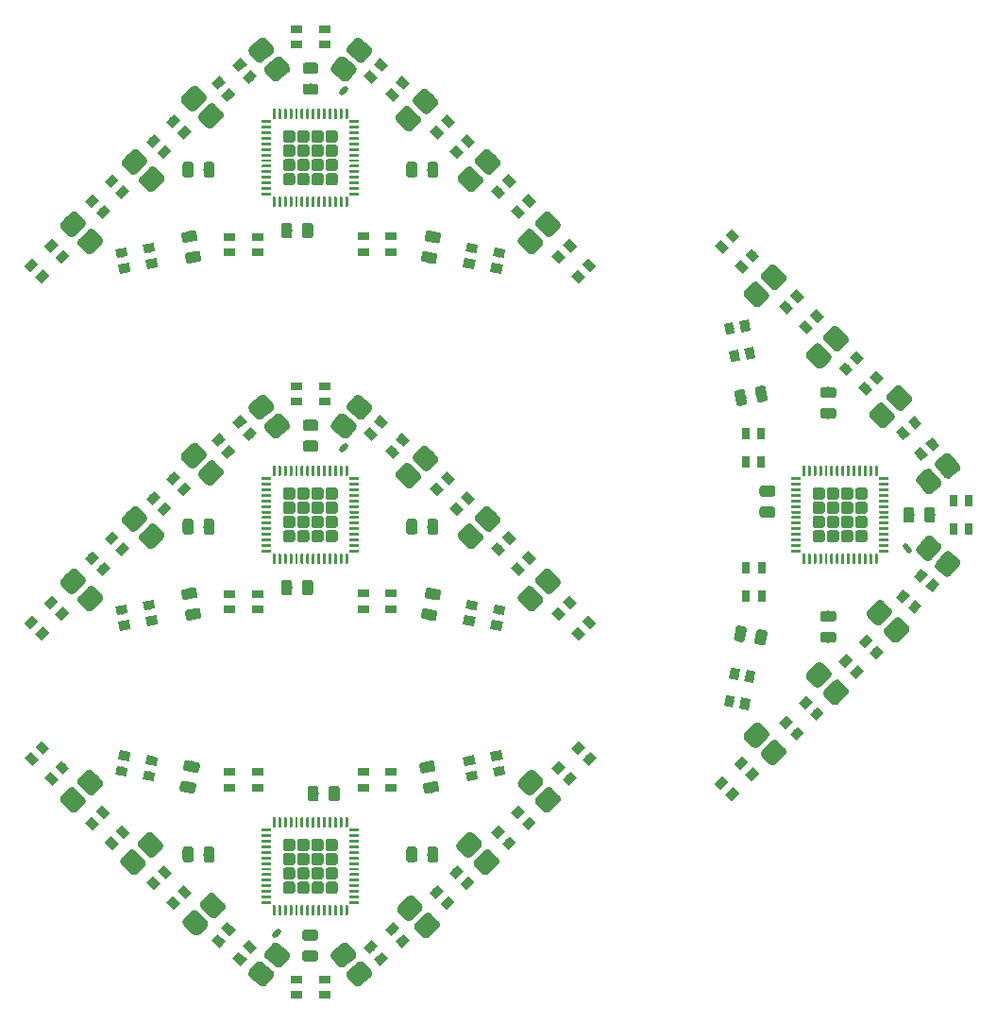
<source format=gtp>
G04 #@! TF.GenerationSoftware,KiCad,Pcbnew,5.1.2*
G04 #@! TF.CreationDate,2019-06-04T19:46:48+02:00*
G04 #@! TF.ProjectId,ohren,6f687265-6e2e-46b6-9963-61645f706362,rev?*
G04 #@! TF.SameCoordinates,Original*
G04 #@! TF.FileFunction,Paste,Top*
G04 #@! TF.FilePolarity,Positive*
%FSLAX46Y46*%
G04 Gerber Fmt 4.6, Leading zero omitted, Abs format (unit mm)*
G04 Created by KiCad (PCBNEW 5.1.2) date 2019-06-04 19:46:48*
%MOMM*%
%LPD*%
G04 APERTURE LIST*
%ADD10C,0.100000*%
%ADD11C,0.250000*%
%ADD12C,1.084435*%
%ADD13C,1.750000*%
%ADD14C,0.800000*%
%ADD15C,0.975000*%
%ADD16R,0.800000X1.000000*%
%ADD17C,0.500000*%
%ADD18C,0.500000*%
%ADD19R,1.000000X0.800000*%
G04 APERTURE END LIST*
D10*
G36*
X185318626Y-153500301D02*
G01*
X185324693Y-153501201D01*
X185330643Y-153502691D01*
X185336418Y-153504758D01*
X185341962Y-153507380D01*
X185347223Y-153510533D01*
X185352150Y-153514187D01*
X185356694Y-153518306D01*
X185360813Y-153522850D01*
X185364467Y-153527777D01*
X185367620Y-153533038D01*
X185370242Y-153538582D01*
X185372309Y-153544357D01*
X185373799Y-153550307D01*
X185374699Y-153556374D01*
X185375000Y-153562500D01*
X185375000Y-154312500D01*
X185374699Y-154318626D01*
X185373799Y-154324693D01*
X185372309Y-154330643D01*
X185370242Y-154336418D01*
X185367620Y-154341962D01*
X185364467Y-154347223D01*
X185360813Y-154352150D01*
X185356694Y-154356694D01*
X185352150Y-154360813D01*
X185347223Y-154364467D01*
X185341962Y-154367620D01*
X185336418Y-154370242D01*
X185330643Y-154372309D01*
X185324693Y-154373799D01*
X185318626Y-154374699D01*
X185312500Y-154375000D01*
X185187500Y-154375000D01*
X185181374Y-154374699D01*
X185175307Y-154373799D01*
X185169357Y-154372309D01*
X185163582Y-154370242D01*
X185158038Y-154367620D01*
X185152777Y-154364467D01*
X185147850Y-154360813D01*
X185143306Y-154356694D01*
X185139187Y-154352150D01*
X185135533Y-154347223D01*
X185132380Y-154341962D01*
X185129758Y-154336418D01*
X185127691Y-154330643D01*
X185126201Y-154324693D01*
X185125301Y-154318626D01*
X185125000Y-154312500D01*
X185125000Y-153562500D01*
X185125301Y-153556374D01*
X185126201Y-153550307D01*
X185127691Y-153544357D01*
X185129758Y-153538582D01*
X185132380Y-153533038D01*
X185135533Y-153527777D01*
X185139187Y-153522850D01*
X185143306Y-153518306D01*
X185147850Y-153514187D01*
X185152777Y-153510533D01*
X185158038Y-153507380D01*
X185163582Y-153504758D01*
X185169357Y-153502691D01*
X185175307Y-153501201D01*
X185181374Y-153500301D01*
X185187500Y-153500000D01*
X185312500Y-153500000D01*
X185318626Y-153500301D01*
X185318626Y-153500301D01*
G37*
D11*
X185250000Y-153937500D03*
D10*
G36*
X184818626Y-153500301D02*
G01*
X184824693Y-153501201D01*
X184830643Y-153502691D01*
X184836418Y-153504758D01*
X184841962Y-153507380D01*
X184847223Y-153510533D01*
X184852150Y-153514187D01*
X184856694Y-153518306D01*
X184860813Y-153522850D01*
X184864467Y-153527777D01*
X184867620Y-153533038D01*
X184870242Y-153538582D01*
X184872309Y-153544357D01*
X184873799Y-153550307D01*
X184874699Y-153556374D01*
X184875000Y-153562500D01*
X184875000Y-154312500D01*
X184874699Y-154318626D01*
X184873799Y-154324693D01*
X184872309Y-154330643D01*
X184870242Y-154336418D01*
X184867620Y-154341962D01*
X184864467Y-154347223D01*
X184860813Y-154352150D01*
X184856694Y-154356694D01*
X184852150Y-154360813D01*
X184847223Y-154364467D01*
X184841962Y-154367620D01*
X184836418Y-154370242D01*
X184830643Y-154372309D01*
X184824693Y-154373799D01*
X184818626Y-154374699D01*
X184812500Y-154375000D01*
X184687500Y-154375000D01*
X184681374Y-154374699D01*
X184675307Y-154373799D01*
X184669357Y-154372309D01*
X184663582Y-154370242D01*
X184658038Y-154367620D01*
X184652777Y-154364467D01*
X184647850Y-154360813D01*
X184643306Y-154356694D01*
X184639187Y-154352150D01*
X184635533Y-154347223D01*
X184632380Y-154341962D01*
X184629758Y-154336418D01*
X184627691Y-154330643D01*
X184626201Y-154324693D01*
X184625301Y-154318626D01*
X184625000Y-154312500D01*
X184625000Y-153562500D01*
X184625301Y-153556374D01*
X184626201Y-153550307D01*
X184627691Y-153544357D01*
X184629758Y-153538582D01*
X184632380Y-153533038D01*
X184635533Y-153527777D01*
X184639187Y-153522850D01*
X184643306Y-153518306D01*
X184647850Y-153514187D01*
X184652777Y-153510533D01*
X184658038Y-153507380D01*
X184663582Y-153504758D01*
X184669357Y-153502691D01*
X184675307Y-153501201D01*
X184681374Y-153500301D01*
X184687500Y-153500000D01*
X184812500Y-153500000D01*
X184818626Y-153500301D01*
X184818626Y-153500301D01*
G37*
D11*
X184750000Y-153937500D03*
D10*
G36*
X184318626Y-153500301D02*
G01*
X184324693Y-153501201D01*
X184330643Y-153502691D01*
X184336418Y-153504758D01*
X184341962Y-153507380D01*
X184347223Y-153510533D01*
X184352150Y-153514187D01*
X184356694Y-153518306D01*
X184360813Y-153522850D01*
X184364467Y-153527777D01*
X184367620Y-153533038D01*
X184370242Y-153538582D01*
X184372309Y-153544357D01*
X184373799Y-153550307D01*
X184374699Y-153556374D01*
X184375000Y-153562500D01*
X184375000Y-154312500D01*
X184374699Y-154318626D01*
X184373799Y-154324693D01*
X184372309Y-154330643D01*
X184370242Y-154336418D01*
X184367620Y-154341962D01*
X184364467Y-154347223D01*
X184360813Y-154352150D01*
X184356694Y-154356694D01*
X184352150Y-154360813D01*
X184347223Y-154364467D01*
X184341962Y-154367620D01*
X184336418Y-154370242D01*
X184330643Y-154372309D01*
X184324693Y-154373799D01*
X184318626Y-154374699D01*
X184312500Y-154375000D01*
X184187500Y-154375000D01*
X184181374Y-154374699D01*
X184175307Y-154373799D01*
X184169357Y-154372309D01*
X184163582Y-154370242D01*
X184158038Y-154367620D01*
X184152777Y-154364467D01*
X184147850Y-154360813D01*
X184143306Y-154356694D01*
X184139187Y-154352150D01*
X184135533Y-154347223D01*
X184132380Y-154341962D01*
X184129758Y-154336418D01*
X184127691Y-154330643D01*
X184126201Y-154324693D01*
X184125301Y-154318626D01*
X184125000Y-154312500D01*
X184125000Y-153562500D01*
X184125301Y-153556374D01*
X184126201Y-153550307D01*
X184127691Y-153544357D01*
X184129758Y-153538582D01*
X184132380Y-153533038D01*
X184135533Y-153527777D01*
X184139187Y-153522850D01*
X184143306Y-153518306D01*
X184147850Y-153514187D01*
X184152777Y-153510533D01*
X184158038Y-153507380D01*
X184163582Y-153504758D01*
X184169357Y-153502691D01*
X184175307Y-153501201D01*
X184181374Y-153500301D01*
X184187500Y-153500000D01*
X184312500Y-153500000D01*
X184318626Y-153500301D01*
X184318626Y-153500301D01*
G37*
D11*
X184250000Y-153937500D03*
D10*
G36*
X183818626Y-153500301D02*
G01*
X183824693Y-153501201D01*
X183830643Y-153502691D01*
X183836418Y-153504758D01*
X183841962Y-153507380D01*
X183847223Y-153510533D01*
X183852150Y-153514187D01*
X183856694Y-153518306D01*
X183860813Y-153522850D01*
X183864467Y-153527777D01*
X183867620Y-153533038D01*
X183870242Y-153538582D01*
X183872309Y-153544357D01*
X183873799Y-153550307D01*
X183874699Y-153556374D01*
X183875000Y-153562500D01*
X183875000Y-154312500D01*
X183874699Y-154318626D01*
X183873799Y-154324693D01*
X183872309Y-154330643D01*
X183870242Y-154336418D01*
X183867620Y-154341962D01*
X183864467Y-154347223D01*
X183860813Y-154352150D01*
X183856694Y-154356694D01*
X183852150Y-154360813D01*
X183847223Y-154364467D01*
X183841962Y-154367620D01*
X183836418Y-154370242D01*
X183830643Y-154372309D01*
X183824693Y-154373799D01*
X183818626Y-154374699D01*
X183812500Y-154375000D01*
X183687500Y-154375000D01*
X183681374Y-154374699D01*
X183675307Y-154373799D01*
X183669357Y-154372309D01*
X183663582Y-154370242D01*
X183658038Y-154367620D01*
X183652777Y-154364467D01*
X183647850Y-154360813D01*
X183643306Y-154356694D01*
X183639187Y-154352150D01*
X183635533Y-154347223D01*
X183632380Y-154341962D01*
X183629758Y-154336418D01*
X183627691Y-154330643D01*
X183626201Y-154324693D01*
X183625301Y-154318626D01*
X183625000Y-154312500D01*
X183625000Y-153562500D01*
X183625301Y-153556374D01*
X183626201Y-153550307D01*
X183627691Y-153544357D01*
X183629758Y-153538582D01*
X183632380Y-153533038D01*
X183635533Y-153527777D01*
X183639187Y-153522850D01*
X183643306Y-153518306D01*
X183647850Y-153514187D01*
X183652777Y-153510533D01*
X183658038Y-153507380D01*
X183663582Y-153504758D01*
X183669357Y-153502691D01*
X183675307Y-153501201D01*
X183681374Y-153500301D01*
X183687500Y-153500000D01*
X183812500Y-153500000D01*
X183818626Y-153500301D01*
X183818626Y-153500301D01*
G37*
D11*
X183750000Y-153937500D03*
D10*
G36*
X183318626Y-153500301D02*
G01*
X183324693Y-153501201D01*
X183330643Y-153502691D01*
X183336418Y-153504758D01*
X183341962Y-153507380D01*
X183347223Y-153510533D01*
X183352150Y-153514187D01*
X183356694Y-153518306D01*
X183360813Y-153522850D01*
X183364467Y-153527777D01*
X183367620Y-153533038D01*
X183370242Y-153538582D01*
X183372309Y-153544357D01*
X183373799Y-153550307D01*
X183374699Y-153556374D01*
X183375000Y-153562500D01*
X183375000Y-154312500D01*
X183374699Y-154318626D01*
X183373799Y-154324693D01*
X183372309Y-154330643D01*
X183370242Y-154336418D01*
X183367620Y-154341962D01*
X183364467Y-154347223D01*
X183360813Y-154352150D01*
X183356694Y-154356694D01*
X183352150Y-154360813D01*
X183347223Y-154364467D01*
X183341962Y-154367620D01*
X183336418Y-154370242D01*
X183330643Y-154372309D01*
X183324693Y-154373799D01*
X183318626Y-154374699D01*
X183312500Y-154375000D01*
X183187500Y-154375000D01*
X183181374Y-154374699D01*
X183175307Y-154373799D01*
X183169357Y-154372309D01*
X183163582Y-154370242D01*
X183158038Y-154367620D01*
X183152777Y-154364467D01*
X183147850Y-154360813D01*
X183143306Y-154356694D01*
X183139187Y-154352150D01*
X183135533Y-154347223D01*
X183132380Y-154341962D01*
X183129758Y-154336418D01*
X183127691Y-154330643D01*
X183126201Y-154324693D01*
X183125301Y-154318626D01*
X183125000Y-154312500D01*
X183125000Y-153562500D01*
X183125301Y-153556374D01*
X183126201Y-153550307D01*
X183127691Y-153544357D01*
X183129758Y-153538582D01*
X183132380Y-153533038D01*
X183135533Y-153527777D01*
X183139187Y-153522850D01*
X183143306Y-153518306D01*
X183147850Y-153514187D01*
X183152777Y-153510533D01*
X183158038Y-153507380D01*
X183163582Y-153504758D01*
X183169357Y-153502691D01*
X183175307Y-153501201D01*
X183181374Y-153500301D01*
X183187500Y-153500000D01*
X183312500Y-153500000D01*
X183318626Y-153500301D01*
X183318626Y-153500301D01*
G37*
D11*
X183250000Y-153937500D03*
D10*
G36*
X182818626Y-153500301D02*
G01*
X182824693Y-153501201D01*
X182830643Y-153502691D01*
X182836418Y-153504758D01*
X182841962Y-153507380D01*
X182847223Y-153510533D01*
X182852150Y-153514187D01*
X182856694Y-153518306D01*
X182860813Y-153522850D01*
X182864467Y-153527777D01*
X182867620Y-153533038D01*
X182870242Y-153538582D01*
X182872309Y-153544357D01*
X182873799Y-153550307D01*
X182874699Y-153556374D01*
X182875000Y-153562500D01*
X182875000Y-154312500D01*
X182874699Y-154318626D01*
X182873799Y-154324693D01*
X182872309Y-154330643D01*
X182870242Y-154336418D01*
X182867620Y-154341962D01*
X182864467Y-154347223D01*
X182860813Y-154352150D01*
X182856694Y-154356694D01*
X182852150Y-154360813D01*
X182847223Y-154364467D01*
X182841962Y-154367620D01*
X182836418Y-154370242D01*
X182830643Y-154372309D01*
X182824693Y-154373799D01*
X182818626Y-154374699D01*
X182812500Y-154375000D01*
X182687500Y-154375000D01*
X182681374Y-154374699D01*
X182675307Y-154373799D01*
X182669357Y-154372309D01*
X182663582Y-154370242D01*
X182658038Y-154367620D01*
X182652777Y-154364467D01*
X182647850Y-154360813D01*
X182643306Y-154356694D01*
X182639187Y-154352150D01*
X182635533Y-154347223D01*
X182632380Y-154341962D01*
X182629758Y-154336418D01*
X182627691Y-154330643D01*
X182626201Y-154324693D01*
X182625301Y-154318626D01*
X182625000Y-154312500D01*
X182625000Y-153562500D01*
X182625301Y-153556374D01*
X182626201Y-153550307D01*
X182627691Y-153544357D01*
X182629758Y-153538582D01*
X182632380Y-153533038D01*
X182635533Y-153527777D01*
X182639187Y-153522850D01*
X182643306Y-153518306D01*
X182647850Y-153514187D01*
X182652777Y-153510533D01*
X182658038Y-153507380D01*
X182663582Y-153504758D01*
X182669357Y-153502691D01*
X182675307Y-153501201D01*
X182681374Y-153500301D01*
X182687500Y-153500000D01*
X182812500Y-153500000D01*
X182818626Y-153500301D01*
X182818626Y-153500301D01*
G37*
D11*
X182750000Y-153937500D03*
D10*
G36*
X182318626Y-153500301D02*
G01*
X182324693Y-153501201D01*
X182330643Y-153502691D01*
X182336418Y-153504758D01*
X182341962Y-153507380D01*
X182347223Y-153510533D01*
X182352150Y-153514187D01*
X182356694Y-153518306D01*
X182360813Y-153522850D01*
X182364467Y-153527777D01*
X182367620Y-153533038D01*
X182370242Y-153538582D01*
X182372309Y-153544357D01*
X182373799Y-153550307D01*
X182374699Y-153556374D01*
X182375000Y-153562500D01*
X182375000Y-154312500D01*
X182374699Y-154318626D01*
X182373799Y-154324693D01*
X182372309Y-154330643D01*
X182370242Y-154336418D01*
X182367620Y-154341962D01*
X182364467Y-154347223D01*
X182360813Y-154352150D01*
X182356694Y-154356694D01*
X182352150Y-154360813D01*
X182347223Y-154364467D01*
X182341962Y-154367620D01*
X182336418Y-154370242D01*
X182330643Y-154372309D01*
X182324693Y-154373799D01*
X182318626Y-154374699D01*
X182312500Y-154375000D01*
X182187500Y-154375000D01*
X182181374Y-154374699D01*
X182175307Y-154373799D01*
X182169357Y-154372309D01*
X182163582Y-154370242D01*
X182158038Y-154367620D01*
X182152777Y-154364467D01*
X182147850Y-154360813D01*
X182143306Y-154356694D01*
X182139187Y-154352150D01*
X182135533Y-154347223D01*
X182132380Y-154341962D01*
X182129758Y-154336418D01*
X182127691Y-154330643D01*
X182126201Y-154324693D01*
X182125301Y-154318626D01*
X182125000Y-154312500D01*
X182125000Y-153562500D01*
X182125301Y-153556374D01*
X182126201Y-153550307D01*
X182127691Y-153544357D01*
X182129758Y-153538582D01*
X182132380Y-153533038D01*
X182135533Y-153527777D01*
X182139187Y-153522850D01*
X182143306Y-153518306D01*
X182147850Y-153514187D01*
X182152777Y-153510533D01*
X182158038Y-153507380D01*
X182163582Y-153504758D01*
X182169357Y-153502691D01*
X182175307Y-153501201D01*
X182181374Y-153500301D01*
X182187500Y-153500000D01*
X182312500Y-153500000D01*
X182318626Y-153500301D01*
X182318626Y-153500301D01*
G37*
D11*
X182250000Y-153937500D03*
D10*
G36*
X181818626Y-153500301D02*
G01*
X181824693Y-153501201D01*
X181830643Y-153502691D01*
X181836418Y-153504758D01*
X181841962Y-153507380D01*
X181847223Y-153510533D01*
X181852150Y-153514187D01*
X181856694Y-153518306D01*
X181860813Y-153522850D01*
X181864467Y-153527777D01*
X181867620Y-153533038D01*
X181870242Y-153538582D01*
X181872309Y-153544357D01*
X181873799Y-153550307D01*
X181874699Y-153556374D01*
X181875000Y-153562500D01*
X181875000Y-154312500D01*
X181874699Y-154318626D01*
X181873799Y-154324693D01*
X181872309Y-154330643D01*
X181870242Y-154336418D01*
X181867620Y-154341962D01*
X181864467Y-154347223D01*
X181860813Y-154352150D01*
X181856694Y-154356694D01*
X181852150Y-154360813D01*
X181847223Y-154364467D01*
X181841962Y-154367620D01*
X181836418Y-154370242D01*
X181830643Y-154372309D01*
X181824693Y-154373799D01*
X181818626Y-154374699D01*
X181812500Y-154375000D01*
X181687500Y-154375000D01*
X181681374Y-154374699D01*
X181675307Y-154373799D01*
X181669357Y-154372309D01*
X181663582Y-154370242D01*
X181658038Y-154367620D01*
X181652777Y-154364467D01*
X181647850Y-154360813D01*
X181643306Y-154356694D01*
X181639187Y-154352150D01*
X181635533Y-154347223D01*
X181632380Y-154341962D01*
X181629758Y-154336418D01*
X181627691Y-154330643D01*
X181626201Y-154324693D01*
X181625301Y-154318626D01*
X181625000Y-154312500D01*
X181625000Y-153562500D01*
X181625301Y-153556374D01*
X181626201Y-153550307D01*
X181627691Y-153544357D01*
X181629758Y-153538582D01*
X181632380Y-153533038D01*
X181635533Y-153527777D01*
X181639187Y-153522850D01*
X181643306Y-153518306D01*
X181647850Y-153514187D01*
X181652777Y-153510533D01*
X181658038Y-153507380D01*
X181663582Y-153504758D01*
X181669357Y-153502691D01*
X181675307Y-153501201D01*
X181681374Y-153500301D01*
X181687500Y-153500000D01*
X181812500Y-153500000D01*
X181818626Y-153500301D01*
X181818626Y-153500301D01*
G37*
D11*
X181750000Y-153937500D03*
D10*
G36*
X181318626Y-153500301D02*
G01*
X181324693Y-153501201D01*
X181330643Y-153502691D01*
X181336418Y-153504758D01*
X181341962Y-153507380D01*
X181347223Y-153510533D01*
X181352150Y-153514187D01*
X181356694Y-153518306D01*
X181360813Y-153522850D01*
X181364467Y-153527777D01*
X181367620Y-153533038D01*
X181370242Y-153538582D01*
X181372309Y-153544357D01*
X181373799Y-153550307D01*
X181374699Y-153556374D01*
X181375000Y-153562500D01*
X181375000Y-154312500D01*
X181374699Y-154318626D01*
X181373799Y-154324693D01*
X181372309Y-154330643D01*
X181370242Y-154336418D01*
X181367620Y-154341962D01*
X181364467Y-154347223D01*
X181360813Y-154352150D01*
X181356694Y-154356694D01*
X181352150Y-154360813D01*
X181347223Y-154364467D01*
X181341962Y-154367620D01*
X181336418Y-154370242D01*
X181330643Y-154372309D01*
X181324693Y-154373799D01*
X181318626Y-154374699D01*
X181312500Y-154375000D01*
X181187500Y-154375000D01*
X181181374Y-154374699D01*
X181175307Y-154373799D01*
X181169357Y-154372309D01*
X181163582Y-154370242D01*
X181158038Y-154367620D01*
X181152777Y-154364467D01*
X181147850Y-154360813D01*
X181143306Y-154356694D01*
X181139187Y-154352150D01*
X181135533Y-154347223D01*
X181132380Y-154341962D01*
X181129758Y-154336418D01*
X181127691Y-154330643D01*
X181126201Y-154324693D01*
X181125301Y-154318626D01*
X181125000Y-154312500D01*
X181125000Y-153562500D01*
X181125301Y-153556374D01*
X181126201Y-153550307D01*
X181127691Y-153544357D01*
X181129758Y-153538582D01*
X181132380Y-153533038D01*
X181135533Y-153527777D01*
X181139187Y-153522850D01*
X181143306Y-153518306D01*
X181147850Y-153514187D01*
X181152777Y-153510533D01*
X181158038Y-153507380D01*
X181163582Y-153504758D01*
X181169357Y-153502691D01*
X181175307Y-153501201D01*
X181181374Y-153500301D01*
X181187500Y-153500000D01*
X181312500Y-153500000D01*
X181318626Y-153500301D01*
X181318626Y-153500301D01*
G37*
D11*
X181250000Y-153937500D03*
D10*
G36*
X180818626Y-153500301D02*
G01*
X180824693Y-153501201D01*
X180830643Y-153502691D01*
X180836418Y-153504758D01*
X180841962Y-153507380D01*
X180847223Y-153510533D01*
X180852150Y-153514187D01*
X180856694Y-153518306D01*
X180860813Y-153522850D01*
X180864467Y-153527777D01*
X180867620Y-153533038D01*
X180870242Y-153538582D01*
X180872309Y-153544357D01*
X180873799Y-153550307D01*
X180874699Y-153556374D01*
X180875000Y-153562500D01*
X180875000Y-154312500D01*
X180874699Y-154318626D01*
X180873799Y-154324693D01*
X180872309Y-154330643D01*
X180870242Y-154336418D01*
X180867620Y-154341962D01*
X180864467Y-154347223D01*
X180860813Y-154352150D01*
X180856694Y-154356694D01*
X180852150Y-154360813D01*
X180847223Y-154364467D01*
X180841962Y-154367620D01*
X180836418Y-154370242D01*
X180830643Y-154372309D01*
X180824693Y-154373799D01*
X180818626Y-154374699D01*
X180812500Y-154375000D01*
X180687500Y-154375000D01*
X180681374Y-154374699D01*
X180675307Y-154373799D01*
X180669357Y-154372309D01*
X180663582Y-154370242D01*
X180658038Y-154367620D01*
X180652777Y-154364467D01*
X180647850Y-154360813D01*
X180643306Y-154356694D01*
X180639187Y-154352150D01*
X180635533Y-154347223D01*
X180632380Y-154341962D01*
X180629758Y-154336418D01*
X180627691Y-154330643D01*
X180626201Y-154324693D01*
X180625301Y-154318626D01*
X180625000Y-154312500D01*
X180625000Y-153562500D01*
X180625301Y-153556374D01*
X180626201Y-153550307D01*
X180627691Y-153544357D01*
X180629758Y-153538582D01*
X180632380Y-153533038D01*
X180635533Y-153527777D01*
X180639187Y-153522850D01*
X180643306Y-153518306D01*
X180647850Y-153514187D01*
X180652777Y-153510533D01*
X180658038Y-153507380D01*
X180663582Y-153504758D01*
X180669357Y-153502691D01*
X180675307Y-153501201D01*
X180681374Y-153500301D01*
X180687500Y-153500000D01*
X180812500Y-153500000D01*
X180818626Y-153500301D01*
X180818626Y-153500301D01*
G37*
D11*
X180750000Y-153937500D03*
D10*
G36*
X180318626Y-153500301D02*
G01*
X180324693Y-153501201D01*
X180330643Y-153502691D01*
X180336418Y-153504758D01*
X180341962Y-153507380D01*
X180347223Y-153510533D01*
X180352150Y-153514187D01*
X180356694Y-153518306D01*
X180360813Y-153522850D01*
X180364467Y-153527777D01*
X180367620Y-153533038D01*
X180370242Y-153538582D01*
X180372309Y-153544357D01*
X180373799Y-153550307D01*
X180374699Y-153556374D01*
X180375000Y-153562500D01*
X180375000Y-154312500D01*
X180374699Y-154318626D01*
X180373799Y-154324693D01*
X180372309Y-154330643D01*
X180370242Y-154336418D01*
X180367620Y-154341962D01*
X180364467Y-154347223D01*
X180360813Y-154352150D01*
X180356694Y-154356694D01*
X180352150Y-154360813D01*
X180347223Y-154364467D01*
X180341962Y-154367620D01*
X180336418Y-154370242D01*
X180330643Y-154372309D01*
X180324693Y-154373799D01*
X180318626Y-154374699D01*
X180312500Y-154375000D01*
X180187500Y-154375000D01*
X180181374Y-154374699D01*
X180175307Y-154373799D01*
X180169357Y-154372309D01*
X180163582Y-154370242D01*
X180158038Y-154367620D01*
X180152777Y-154364467D01*
X180147850Y-154360813D01*
X180143306Y-154356694D01*
X180139187Y-154352150D01*
X180135533Y-154347223D01*
X180132380Y-154341962D01*
X180129758Y-154336418D01*
X180127691Y-154330643D01*
X180126201Y-154324693D01*
X180125301Y-154318626D01*
X180125000Y-154312500D01*
X180125000Y-153562500D01*
X180125301Y-153556374D01*
X180126201Y-153550307D01*
X180127691Y-153544357D01*
X180129758Y-153538582D01*
X180132380Y-153533038D01*
X180135533Y-153527777D01*
X180139187Y-153522850D01*
X180143306Y-153518306D01*
X180147850Y-153514187D01*
X180152777Y-153510533D01*
X180158038Y-153507380D01*
X180163582Y-153504758D01*
X180169357Y-153502691D01*
X180175307Y-153501201D01*
X180181374Y-153500301D01*
X180187500Y-153500000D01*
X180312500Y-153500000D01*
X180318626Y-153500301D01*
X180318626Y-153500301D01*
G37*
D11*
X180250000Y-153937500D03*
D10*
G36*
X179818626Y-153500301D02*
G01*
X179824693Y-153501201D01*
X179830643Y-153502691D01*
X179836418Y-153504758D01*
X179841962Y-153507380D01*
X179847223Y-153510533D01*
X179852150Y-153514187D01*
X179856694Y-153518306D01*
X179860813Y-153522850D01*
X179864467Y-153527777D01*
X179867620Y-153533038D01*
X179870242Y-153538582D01*
X179872309Y-153544357D01*
X179873799Y-153550307D01*
X179874699Y-153556374D01*
X179875000Y-153562500D01*
X179875000Y-154312500D01*
X179874699Y-154318626D01*
X179873799Y-154324693D01*
X179872309Y-154330643D01*
X179870242Y-154336418D01*
X179867620Y-154341962D01*
X179864467Y-154347223D01*
X179860813Y-154352150D01*
X179856694Y-154356694D01*
X179852150Y-154360813D01*
X179847223Y-154364467D01*
X179841962Y-154367620D01*
X179836418Y-154370242D01*
X179830643Y-154372309D01*
X179824693Y-154373799D01*
X179818626Y-154374699D01*
X179812500Y-154375000D01*
X179687500Y-154375000D01*
X179681374Y-154374699D01*
X179675307Y-154373799D01*
X179669357Y-154372309D01*
X179663582Y-154370242D01*
X179658038Y-154367620D01*
X179652777Y-154364467D01*
X179647850Y-154360813D01*
X179643306Y-154356694D01*
X179639187Y-154352150D01*
X179635533Y-154347223D01*
X179632380Y-154341962D01*
X179629758Y-154336418D01*
X179627691Y-154330643D01*
X179626201Y-154324693D01*
X179625301Y-154318626D01*
X179625000Y-154312500D01*
X179625000Y-153562500D01*
X179625301Y-153556374D01*
X179626201Y-153550307D01*
X179627691Y-153544357D01*
X179629758Y-153538582D01*
X179632380Y-153533038D01*
X179635533Y-153527777D01*
X179639187Y-153522850D01*
X179643306Y-153518306D01*
X179647850Y-153514187D01*
X179652777Y-153510533D01*
X179658038Y-153507380D01*
X179663582Y-153504758D01*
X179669357Y-153502691D01*
X179675307Y-153501201D01*
X179681374Y-153500301D01*
X179687500Y-153500000D01*
X179812500Y-153500000D01*
X179818626Y-153500301D01*
X179818626Y-153500301D01*
G37*
D11*
X179750000Y-153937500D03*
D10*
G36*
X179318626Y-153500301D02*
G01*
X179324693Y-153501201D01*
X179330643Y-153502691D01*
X179336418Y-153504758D01*
X179341962Y-153507380D01*
X179347223Y-153510533D01*
X179352150Y-153514187D01*
X179356694Y-153518306D01*
X179360813Y-153522850D01*
X179364467Y-153527777D01*
X179367620Y-153533038D01*
X179370242Y-153538582D01*
X179372309Y-153544357D01*
X179373799Y-153550307D01*
X179374699Y-153556374D01*
X179375000Y-153562500D01*
X179375000Y-154312500D01*
X179374699Y-154318626D01*
X179373799Y-154324693D01*
X179372309Y-154330643D01*
X179370242Y-154336418D01*
X179367620Y-154341962D01*
X179364467Y-154347223D01*
X179360813Y-154352150D01*
X179356694Y-154356694D01*
X179352150Y-154360813D01*
X179347223Y-154364467D01*
X179341962Y-154367620D01*
X179336418Y-154370242D01*
X179330643Y-154372309D01*
X179324693Y-154373799D01*
X179318626Y-154374699D01*
X179312500Y-154375000D01*
X179187500Y-154375000D01*
X179181374Y-154374699D01*
X179175307Y-154373799D01*
X179169357Y-154372309D01*
X179163582Y-154370242D01*
X179158038Y-154367620D01*
X179152777Y-154364467D01*
X179147850Y-154360813D01*
X179143306Y-154356694D01*
X179139187Y-154352150D01*
X179135533Y-154347223D01*
X179132380Y-154341962D01*
X179129758Y-154336418D01*
X179127691Y-154330643D01*
X179126201Y-154324693D01*
X179125301Y-154318626D01*
X179125000Y-154312500D01*
X179125000Y-153562500D01*
X179125301Y-153556374D01*
X179126201Y-153550307D01*
X179127691Y-153544357D01*
X179129758Y-153538582D01*
X179132380Y-153533038D01*
X179135533Y-153527777D01*
X179139187Y-153522850D01*
X179143306Y-153518306D01*
X179147850Y-153514187D01*
X179152777Y-153510533D01*
X179158038Y-153507380D01*
X179163582Y-153504758D01*
X179169357Y-153502691D01*
X179175307Y-153501201D01*
X179181374Y-153500301D01*
X179187500Y-153500000D01*
X179312500Y-153500000D01*
X179318626Y-153500301D01*
X179318626Y-153500301D01*
G37*
D11*
X179250000Y-153937500D03*
D10*
G36*
X178818626Y-153500301D02*
G01*
X178824693Y-153501201D01*
X178830643Y-153502691D01*
X178836418Y-153504758D01*
X178841962Y-153507380D01*
X178847223Y-153510533D01*
X178852150Y-153514187D01*
X178856694Y-153518306D01*
X178860813Y-153522850D01*
X178864467Y-153527777D01*
X178867620Y-153533038D01*
X178870242Y-153538582D01*
X178872309Y-153544357D01*
X178873799Y-153550307D01*
X178874699Y-153556374D01*
X178875000Y-153562500D01*
X178875000Y-154312500D01*
X178874699Y-154318626D01*
X178873799Y-154324693D01*
X178872309Y-154330643D01*
X178870242Y-154336418D01*
X178867620Y-154341962D01*
X178864467Y-154347223D01*
X178860813Y-154352150D01*
X178856694Y-154356694D01*
X178852150Y-154360813D01*
X178847223Y-154364467D01*
X178841962Y-154367620D01*
X178836418Y-154370242D01*
X178830643Y-154372309D01*
X178824693Y-154373799D01*
X178818626Y-154374699D01*
X178812500Y-154375000D01*
X178687500Y-154375000D01*
X178681374Y-154374699D01*
X178675307Y-154373799D01*
X178669357Y-154372309D01*
X178663582Y-154370242D01*
X178658038Y-154367620D01*
X178652777Y-154364467D01*
X178647850Y-154360813D01*
X178643306Y-154356694D01*
X178639187Y-154352150D01*
X178635533Y-154347223D01*
X178632380Y-154341962D01*
X178629758Y-154336418D01*
X178627691Y-154330643D01*
X178626201Y-154324693D01*
X178625301Y-154318626D01*
X178625000Y-154312500D01*
X178625000Y-153562500D01*
X178625301Y-153556374D01*
X178626201Y-153550307D01*
X178627691Y-153544357D01*
X178629758Y-153538582D01*
X178632380Y-153533038D01*
X178635533Y-153527777D01*
X178639187Y-153522850D01*
X178643306Y-153518306D01*
X178647850Y-153514187D01*
X178652777Y-153510533D01*
X178658038Y-153507380D01*
X178663582Y-153504758D01*
X178669357Y-153502691D01*
X178675307Y-153501201D01*
X178681374Y-153500301D01*
X178687500Y-153500000D01*
X178812500Y-153500000D01*
X178818626Y-153500301D01*
X178818626Y-153500301D01*
G37*
D11*
X178750000Y-153937500D03*
D10*
G36*
X178443626Y-153125301D02*
G01*
X178449693Y-153126201D01*
X178455643Y-153127691D01*
X178461418Y-153129758D01*
X178466962Y-153132380D01*
X178472223Y-153135533D01*
X178477150Y-153139187D01*
X178481694Y-153143306D01*
X178485813Y-153147850D01*
X178489467Y-153152777D01*
X178492620Y-153158038D01*
X178495242Y-153163582D01*
X178497309Y-153169357D01*
X178498799Y-153175307D01*
X178499699Y-153181374D01*
X178500000Y-153187500D01*
X178500000Y-153312500D01*
X178499699Y-153318626D01*
X178498799Y-153324693D01*
X178497309Y-153330643D01*
X178495242Y-153336418D01*
X178492620Y-153341962D01*
X178489467Y-153347223D01*
X178485813Y-153352150D01*
X178481694Y-153356694D01*
X178477150Y-153360813D01*
X178472223Y-153364467D01*
X178466962Y-153367620D01*
X178461418Y-153370242D01*
X178455643Y-153372309D01*
X178449693Y-153373799D01*
X178443626Y-153374699D01*
X178437500Y-153375000D01*
X177687500Y-153375000D01*
X177681374Y-153374699D01*
X177675307Y-153373799D01*
X177669357Y-153372309D01*
X177663582Y-153370242D01*
X177658038Y-153367620D01*
X177652777Y-153364467D01*
X177647850Y-153360813D01*
X177643306Y-153356694D01*
X177639187Y-153352150D01*
X177635533Y-153347223D01*
X177632380Y-153341962D01*
X177629758Y-153336418D01*
X177627691Y-153330643D01*
X177626201Y-153324693D01*
X177625301Y-153318626D01*
X177625000Y-153312500D01*
X177625000Y-153187500D01*
X177625301Y-153181374D01*
X177626201Y-153175307D01*
X177627691Y-153169357D01*
X177629758Y-153163582D01*
X177632380Y-153158038D01*
X177635533Y-153152777D01*
X177639187Y-153147850D01*
X177643306Y-153143306D01*
X177647850Y-153139187D01*
X177652777Y-153135533D01*
X177658038Y-153132380D01*
X177663582Y-153129758D01*
X177669357Y-153127691D01*
X177675307Y-153126201D01*
X177681374Y-153125301D01*
X177687500Y-153125000D01*
X178437500Y-153125000D01*
X178443626Y-153125301D01*
X178443626Y-153125301D01*
G37*
D11*
X178062500Y-153250000D03*
D10*
G36*
X178443626Y-152625301D02*
G01*
X178449693Y-152626201D01*
X178455643Y-152627691D01*
X178461418Y-152629758D01*
X178466962Y-152632380D01*
X178472223Y-152635533D01*
X178477150Y-152639187D01*
X178481694Y-152643306D01*
X178485813Y-152647850D01*
X178489467Y-152652777D01*
X178492620Y-152658038D01*
X178495242Y-152663582D01*
X178497309Y-152669357D01*
X178498799Y-152675307D01*
X178499699Y-152681374D01*
X178500000Y-152687500D01*
X178500000Y-152812500D01*
X178499699Y-152818626D01*
X178498799Y-152824693D01*
X178497309Y-152830643D01*
X178495242Y-152836418D01*
X178492620Y-152841962D01*
X178489467Y-152847223D01*
X178485813Y-152852150D01*
X178481694Y-152856694D01*
X178477150Y-152860813D01*
X178472223Y-152864467D01*
X178466962Y-152867620D01*
X178461418Y-152870242D01*
X178455643Y-152872309D01*
X178449693Y-152873799D01*
X178443626Y-152874699D01*
X178437500Y-152875000D01*
X177687500Y-152875000D01*
X177681374Y-152874699D01*
X177675307Y-152873799D01*
X177669357Y-152872309D01*
X177663582Y-152870242D01*
X177658038Y-152867620D01*
X177652777Y-152864467D01*
X177647850Y-152860813D01*
X177643306Y-152856694D01*
X177639187Y-152852150D01*
X177635533Y-152847223D01*
X177632380Y-152841962D01*
X177629758Y-152836418D01*
X177627691Y-152830643D01*
X177626201Y-152824693D01*
X177625301Y-152818626D01*
X177625000Y-152812500D01*
X177625000Y-152687500D01*
X177625301Y-152681374D01*
X177626201Y-152675307D01*
X177627691Y-152669357D01*
X177629758Y-152663582D01*
X177632380Y-152658038D01*
X177635533Y-152652777D01*
X177639187Y-152647850D01*
X177643306Y-152643306D01*
X177647850Y-152639187D01*
X177652777Y-152635533D01*
X177658038Y-152632380D01*
X177663582Y-152629758D01*
X177669357Y-152627691D01*
X177675307Y-152626201D01*
X177681374Y-152625301D01*
X177687500Y-152625000D01*
X178437500Y-152625000D01*
X178443626Y-152625301D01*
X178443626Y-152625301D01*
G37*
D11*
X178062500Y-152750000D03*
D10*
G36*
X178443626Y-152125301D02*
G01*
X178449693Y-152126201D01*
X178455643Y-152127691D01*
X178461418Y-152129758D01*
X178466962Y-152132380D01*
X178472223Y-152135533D01*
X178477150Y-152139187D01*
X178481694Y-152143306D01*
X178485813Y-152147850D01*
X178489467Y-152152777D01*
X178492620Y-152158038D01*
X178495242Y-152163582D01*
X178497309Y-152169357D01*
X178498799Y-152175307D01*
X178499699Y-152181374D01*
X178500000Y-152187500D01*
X178500000Y-152312500D01*
X178499699Y-152318626D01*
X178498799Y-152324693D01*
X178497309Y-152330643D01*
X178495242Y-152336418D01*
X178492620Y-152341962D01*
X178489467Y-152347223D01*
X178485813Y-152352150D01*
X178481694Y-152356694D01*
X178477150Y-152360813D01*
X178472223Y-152364467D01*
X178466962Y-152367620D01*
X178461418Y-152370242D01*
X178455643Y-152372309D01*
X178449693Y-152373799D01*
X178443626Y-152374699D01*
X178437500Y-152375000D01*
X177687500Y-152375000D01*
X177681374Y-152374699D01*
X177675307Y-152373799D01*
X177669357Y-152372309D01*
X177663582Y-152370242D01*
X177658038Y-152367620D01*
X177652777Y-152364467D01*
X177647850Y-152360813D01*
X177643306Y-152356694D01*
X177639187Y-152352150D01*
X177635533Y-152347223D01*
X177632380Y-152341962D01*
X177629758Y-152336418D01*
X177627691Y-152330643D01*
X177626201Y-152324693D01*
X177625301Y-152318626D01*
X177625000Y-152312500D01*
X177625000Y-152187500D01*
X177625301Y-152181374D01*
X177626201Y-152175307D01*
X177627691Y-152169357D01*
X177629758Y-152163582D01*
X177632380Y-152158038D01*
X177635533Y-152152777D01*
X177639187Y-152147850D01*
X177643306Y-152143306D01*
X177647850Y-152139187D01*
X177652777Y-152135533D01*
X177658038Y-152132380D01*
X177663582Y-152129758D01*
X177669357Y-152127691D01*
X177675307Y-152126201D01*
X177681374Y-152125301D01*
X177687500Y-152125000D01*
X178437500Y-152125000D01*
X178443626Y-152125301D01*
X178443626Y-152125301D01*
G37*
D11*
X178062500Y-152250000D03*
D10*
G36*
X178443626Y-151625301D02*
G01*
X178449693Y-151626201D01*
X178455643Y-151627691D01*
X178461418Y-151629758D01*
X178466962Y-151632380D01*
X178472223Y-151635533D01*
X178477150Y-151639187D01*
X178481694Y-151643306D01*
X178485813Y-151647850D01*
X178489467Y-151652777D01*
X178492620Y-151658038D01*
X178495242Y-151663582D01*
X178497309Y-151669357D01*
X178498799Y-151675307D01*
X178499699Y-151681374D01*
X178500000Y-151687500D01*
X178500000Y-151812500D01*
X178499699Y-151818626D01*
X178498799Y-151824693D01*
X178497309Y-151830643D01*
X178495242Y-151836418D01*
X178492620Y-151841962D01*
X178489467Y-151847223D01*
X178485813Y-151852150D01*
X178481694Y-151856694D01*
X178477150Y-151860813D01*
X178472223Y-151864467D01*
X178466962Y-151867620D01*
X178461418Y-151870242D01*
X178455643Y-151872309D01*
X178449693Y-151873799D01*
X178443626Y-151874699D01*
X178437500Y-151875000D01*
X177687500Y-151875000D01*
X177681374Y-151874699D01*
X177675307Y-151873799D01*
X177669357Y-151872309D01*
X177663582Y-151870242D01*
X177658038Y-151867620D01*
X177652777Y-151864467D01*
X177647850Y-151860813D01*
X177643306Y-151856694D01*
X177639187Y-151852150D01*
X177635533Y-151847223D01*
X177632380Y-151841962D01*
X177629758Y-151836418D01*
X177627691Y-151830643D01*
X177626201Y-151824693D01*
X177625301Y-151818626D01*
X177625000Y-151812500D01*
X177625000Y-151687500D01*
X177625301Y-151681374D01*
X177626201Y-151675307D01*
X177627691Y-151669357D01*
X177629758Y-151663582D01*
X177632380Y-151658038D01*
X177635533Y-151652777D01*
X177639187Y-151647850D01*
X177643306Y-151643306D01*
X177647850Y-151639187D01*
X177652777Y-151635533D01*
X177658038Y-151632380D01*
X177663582Y-151629758D01*
X177669357Y-151627691D01*
X177675307Y-151626201D01*
X177681374Y-151625301D01*
X177687500Y-151625000D01*
X178437500Y-151625000D01*
X178443626Y-151625301D01*
X178443626Y-151625301D01*
G37*
D11*
X178062500Y-151750000D03*
D10*
G36*
X178443626Y-151125301D02*
G01*
X178449693Y-151126201D01*
X178455643Y-151127691D01*
X178461418Y-151129758D01*
X178466962Y-151132380D01*
X178472223Y-151135533D01*
X178477150Y-151139187D01*
X178481694Y-151143306D01*
X178485813Y-151147850D01*
X178489467Y-151152777D01*
X178492620Y-151158038D01*
X178495242Y-151163582D01*
X178497309Y-151169357D01*
X178498799Y-151175307D01*
X178499699Y-151181374D01*
X178500000Y-151187500D01*
X178500000Y-151312500D01*
X178499699Y-151318626D01*
X178498799Y-151324693D01*
X178497309Y-151330643D01*
X178495242Y-151336418D01*
X178492620Y-151341962D01*
X178489467Y-151347223D01*
X178485813Y-151352150D01*
X178481694Y-151356694D01*
X178477150Y-151360813D01*
X178472223Y-151364467D01*
X178466962Y-151367620D01*
X178461418Y-151370242D01*
X178455643Y-151372309D01*
X178449693Y-151373799D01*
X178443626Y-151374699D01*
X178437500Y-151375000D01*
X177687500Y-151375000D01*
X177681374Y-151374699D01*
X177675307Y-151373799D01*
X177669357Y-151372309D01*
X177663582Y-151370242D01*
X177658038Y-151367620D01*
X177652777Y-151364467D01*
X177647850Y-151360813D01*
X177643306Y-151356694D01*
X177639187Y-151352150D01*
X177635533Y-151347223D01*
X177632380Y-151341962D01*
X177629758Y-151336418D01*
X177627691Y-151330643D01*
X177626201Y-151324693D01*
X177625301Y-151318626D01*
X177625000Y-151312500D01*
X177625000Y-151187500D01*
X177625301Y-151181374D01*
X177626201Y-151175307D01*
X177627691Y-151169357D01*
X177629758Y-151163582D01*
X177632380Y-151158038D01*
X177635533Y-151152777D01*
X177639187Y-151147850D01*
X177643306Y-151143306D01*
X177647850Y-151139187D01*
X177652777Y-151135533D01*
X177658038Y-151132380D01*
X177663582Y-151129758D01*
X177669357Y-151127691D01*
X177675307Y-151126201D01*
X177681374Y-151125301D01*
X177687500Y-151125000D01*
X178437500Y-151125000D01*
X178443626Y-151125301D01*
X178443626Y-151125301D01*
G37*
D11*
X178062500Y-151250000D03*
D10*
G36*
X178443626Y-150625301D02*
G01*
X178449693Y-150626201D01*
X178455643Y-150627691D01*
X178461418Y-150629758D01*
X178466962Y-150632380D01*
X178472223Y-150635533D01*
X178477150Y-150639187D01*
X178481694Y-150643306D01*
X178485813Y-150647850D01*
X178489467Y-150652777D01*
X178492620Y-150658038D01*
X178495242Y-150663582D01*
X178497309Y-150669357D01*
X178498799Y-150675307D01*
X178499699Y-150681374D01*
X178500000Y-150687500D01*
X178500000Y-150812500D01*
X178499699Y-150818626D01*
X178498799Y-150824693D01*
X178497309Y-150830643D01*
X178495242Y-150836418D01*
X178492620Y-150841962D01*
X178489467Y-150847223D01*
X178485813Y-150852150D01*
X178481694Y-150856694D01*
X178477150Y-150860813D01*
X178472223Y-150864467D01*
X178466962Y-150867620D01*
X178461418Y-150870242D01*
X178455643Y-150872309D01*
X178449693Y-150873799D01*
X178443626Y-150874699D01*
X178437500Y-150875000D01*
X177687500Y-150875000D01*
X177681374Y-150874699D01*
X177675307Y-150873799D01*
X177669357Y-150872309D01*
X177663582Y-150870242D01*
X177658038Y-150867620D01*
X177652777Y-150864467D01*
X177647850Y-150860813D01*
X177643306Y-150856694D01*
X177639187Y-150852150D01*
X177635533Y-150847223D01*
X177632380Y-150841962D01*
X177629758Y-150836418D01*
X177627691Y-150830643D01*
X177626201Y-150824693D01*
X177625301Y-150818626D01*
X177625000Y-150812500D01*
X177625000Y-150687500D01*
X177625301Y-150681374D01*
X177626201Y-150675307D01*
X177627691Y-150669357D01*
X177629758Y-150663582D01*
X177632380Y-150658038D01*
X177635533Y-150652777D01*
X177639187Y-150647850D01*
X177643306Y-150643306D01*
X177647850Y-150639187D01*
X177652777Y-150635533D01*
X177658038Y-150632380D01*
X177663582Y-150629758D01*
X177669357Y-150627691D01*
X177675307Y-150626201D01*
X177681374Y-150625301D01*
X177687500Y-150625000D01*
X178437500Y-150625000D01*
X178443626Y-150625301D01*
X178443626Y-150625301D01*
G37*
D11*
X178062500Y-150750000D03*
D10*
G36*
X178443626Y-150125301D02*
G01*
X178449693Y-150126201D01*
X178455643Y-150127691D01*
X178461418Y-150129758D01*
X178466962Y-150132380D01*
X178472223Y-150135533D01*
X178477150Y-150139187D01*
X178481694Y-150143306D01*
X178485813Y-150147850D01*
X178489467Y-150152777D01*
X178492620Y-150158038D01*
X178495242Y-150163582D01*
X178497309Y-150169357D01*
X178498799Y-150175307D01*
X178499699Y-150181374D01*
X178500000Y-150187500D01*
X178500000Y-150312500D01*
X178499699Y-150318626D01*
X178498799Y-150324693D01*
X178497309Y-150330643D01*
X178495242Y-150336418D01*
X178492620Y-150341962D01*
X178489467Y-150347223D01*
X178485813Y-150352150D01*
X178481694Y-150356694D01*
X178477150Y-150360813D01*
X178472223Y-150364467D01*
X178466962Y-150367620D01*
X178461418Y-150370242D01*
X178455643Y-150372309D01*
X178449693Y-150373799D01*
X178443626Y-150374699D01*
X178437500Y-150375000D01*
X177687500Y-150375000D01*
X177681374Y-150374699D01*
X177675307Y-150373799D01*
X177669357Y-150372309D01*
X177663582Y-150370242D01*
X177658038Y-150367620D01*
X177652777Y-150364467D01*
X177647850Y-150360813D01*
X177643306Y-150356694D01*
X177639187Y-150352150D01*
X177635533Y-150347223D01*
X177632380Y-150341962D01*
X177629758Y-150336418D01*
X177627691Y-150330643D01*
X177626201Y-150324693D01*
X177625301Y-150318626D01*
X177625000Y-150312500D01*
X177625000Y-150187500D01*
X177625301Y-150181374D01*
X177626201Y-150175307D01*
X177627691Y-150169357D01*
X177629758Y-150163582D01*
X177632380Y-150158038D01*
X177635533Y-150152777D01*
X177639187Y-150147850D01*
X177643306Y-150143306D01*
X177647850Y-150139187D01*
X177652777Y-150135533D01*
X177658038Y-150132380D01*
X177663582Y-150129758D01*
X177669357Y-150127691D01*
X177675307Y-150126201D01*
X177681374Y-150125301D01*
X177687500Y-150125000D01*
X178437500Y-150125000D01*
X178443626Y-150125301D01*
X178443626Y-150125301D01*
G37*
D11*
X178062500Y-150250000D03*
D10*
G36*
X178443626Y-149625301D02*
G01*
X178449693Y-149626201D01*
X178455643Y-149627691D01*
X178461418Y-149629758D01*
X178466962Y-149632380D01*
X178472223Y-149635533D01*
X178477150Y-149639187D01*
X178481694Y-149643306D01*
X178485813Y-149647850D01*
X178489467Y-149652777D01*
X178492620Y-149658038D01*
X178495242Y-149663582D01*
X178497309Y-149669357D01*
X178498799Y-149675307D01*
X178499699Y-149681374D01*
X178500000Y-149687500D01*
X178500000Y-149812500D01*
X178499699Y-149818626D01*
X178498799Y-149824693D01*
X178497309Y-149830643D01*
X178495242Y-149836418D01*
X178492620Y-149841962D01*
X178489467Y-149847223D01*
X178485813Y-149852150D01*
X178481694Y-149856694D01*
X178477150Y-149860813D01*
X178472223Y-149864467D01*
X178466962Y-149867620D01*
X178461418Y-149870242D01*
X178455643Y-149872309D01*
X178449693Y-149873799D01*
X178443626Y-149874699D01*
X178437500Y-149875000D01*
X177687500Y-149875000D01*
X177681374Y-149874699D01*
X177675307Y-149873799D01*
X177669357Y-149872309D01*
X177663582Y-149870242D01*
X177658038Y-149867620D01*
X177652777Y-149864467D01*
X177647850Y-149860813D01*
X177643306Y-149856694D01*
X177639187Y-149852150D01*
X177635533Y-149847223D01*
X177632380Y-149841962D01*
X177629758Y-149836418D01*
X177627691Y-149830643D01*
X177626201Y-149824693D01*
X177625301Y-149818626D01*
X177625000Y-149812500D01*
X177625000Y-149687500D01*
X177625301Y-149681374D01*
X177626201Y-149675307D01*
X177627691Y-149669357D01*
X177629758Y-149663582D01*
X177632380Y-149658038D01*
X177635533Y-149652777D01*
X177639187Y-149647850D01*
X177643306Y-149643306D01*
X177647850Y-149639187D01*
X177652777Y-149635533D01*
X177658038Y-149632380D01*
X177663582Y-149629758D01*
X177669357Y-149627691D01*
X177675307Y-149626201D01*
X177681374Y-149625301D01*
X177687500Y-149625000D01*
X178437500Y-149625000D01*
X178443626Y-149625301D01*
X178443626Y-149625301D01*
G37*
D11*
X178062500Y-149750000D03*
D10*
G36*
X178443626Y-149125301D02*
G01*
X178449693Y-149126201D01*
X178455643Y-149127691D01*
X178461418Y-149129758D01*
X178466962Y-149132380D01*
X178472223Y-149135533D01*
X178477150Y-149139187D01*
X178481694Y-149143306D01*
X178485813Y-149147850D01*
X178489467Y-149152777D01*
X178492620Y-149158038D01*
X178495242Y-149163582D01*
X178497309Y-149169357D01*
X178498799Y-149175307D01*
X178499699Y-149181374D01*
X178500000Y-149187500D01*
X178500000Y-149312500D01*
X178499699Y-149318626D01*
X178498799Y-149324693D01*
X178497309Y-149330643D01*
X178495242Y-149336418D01*
X178492620Y-149341962D01*
X178489467Y-149347223D01*
X178485813Y-149352150D01*
X178481694Y-149356694D01*
X178477150Y-149360813D01*
X178472223Y-149364467D01*
X178466962Y-149367620D01*
X178461418Y-149370242D01*
X178455643Y-149372309D01*
X178449693Y-149373799D01*
X178443626Y-149374699D01*
X178437500Y-149375000D01*
X177687500Y-149375000D01*
X177681374Y-149374699D01*
X177675307Y-149373799D01*
X177669357Y-149372309D01*
X177663582Y-149370242D01*
X177658038Y-149367620D01*
X177652777Y-149364467D01*
X177647850Y-149360813D01*
X177643306Y-149356694D01*
X177639187Y-149352150D01*
X177635533Y-149347223D01*
X177632380Y-149341962D01*
X177629758Y-149336418D01*
X177627691Y-149330643D01*
X177626201Y-149324693D01*
X177625301Y-149318626D01*
X177625000Y-149312500D01*
X177625000Y-149187500D01*
X177625301Y-149181374D01*
X177626201Y-149175307D01*
X177627691Y-149169357D01*
X177629758Y-149163582D01*
X177632380Y-149158038D01*
X177635533Y-149152777D01*
X177639187Y-149147850D01*
X177643306Y-149143306D01*
X177647850Y-149139187D01*
X177652777Y-149135533D01*
X177658038Y-149132380D01*
X177663582Y-149129758D01*
X177669357Y-149127691D01*
X177675307Y-149126201D01*
X177681374Y-149125301D01*
X177687500Y-149125000D01*
X178437500Y-149125000D01*
X178443626Y-149125301D01*
X178443626Y-149125301D01*
G37*
D11*
X178062500Y-149250000D03*
D10*
G36*
X178443626Y-148625301D02*
G01*
X178449693Y-148626201D01*
X178455643Y-148627691D01*
X178461418Y-148629758D01*
X178466962Y-148632380D01*
X178472223Y-148635533D01*
X178477150Y-148639187D01*
X178481694Y-148643306D01*
X178485813Y-148647850D01*
X178489467Y-148652777D01*
X178492620Y-148658038D01*
X178495242Y-148663582D01*
X178497309Y-148669357D01*
X178498799Y-148675307D01*
X178499699Y-148681374D01*
X178500000Y-148687500D01*
X178500000Y-148812500D01*
X178499699Y-148818626D01*
X178498799Y-148824693D01*
X178497309Y-148830643D01*
X178495242Y-148836418D01*
X178492620Y-148841962D01*
X178489467Y-148847223D01*
X178485813Y-148852150D01*
X178481694Y-148856694D01*
X178477150Y-148860813D01*
X178472223Y-148864467D01*
X178466962Y-148867620D01*
X178461418Y-148870242D01*
X178455643Y-148872309D01*
X178449693Y-148873799D01*
X178443626Y-148874699D01*
X178437500Y-148875000D01*
X177687500Y-148875000D01*
X177681374Y-148874699D01*
X177675307Y-148873799D01*
X177669357Y-148872309D01*
X177663582Y-148870242D01*
X177658038Y-148867620D01*
X177652777Y-148864467D01*
X177647850Y-148860813D01*
X177643306Y-148856694D01*
X177639187Y-148852150D01*
X177635533Y-148847223D01*
X177632380Y-148841962D01*
X177629758Y-148836418D01*
X177627691Y-148830643D01*
X177626201Y-148824693D01*
X177625301Y-148818626D01*
X177625000Y-148812500D01*
X177625000Y-148687500D01*
X177625301Y-148681374D01*
X177626201Y-148675307D01*
X177627691Y-148669357D01*
X177629758Y-148663582D01*
X177632380Y-148658038D01*
X177635533Y-148652777D01*
X177639187Y-148647850D01*
X177643306Y-148643306D01*
X177647850Y-148639187D01*
X177652777Y-148635533D01*
X177658038Y-148632380D01*
X177663582Y-148629758D01*
X177669357Y-148627691D01*
X177675307Y-148626201D01*
X177681374Y-148625301D01*
X177687500Y-148625000D01*
X178437500Y-148625000D01*
X178443626Y-148625301D01*
X178443626Y-148625301D01*
G37*
D11*
X178062500Y-148750000D03*
D10*
G36*
X178443626Y-148125301D02*
G01*
X178449693Y-148126201D01*
X178455643Y-148127691D01*
X178461418Y-148129758D01*
X178466962Y-148132380D01*
X178472223Y-148135533D01*
X178477150Y-148139187D01*
X178481694Y-148143306D01*
X178485813Y-148147850D01*
X178489467Y-148152777D01*
X178492620Y-148158038D01*
X178495242Y-148163582D01*
X178497309Y-148169357D01*
X178498799Y-148175307D01*
X178499699Y-148181374D01*
X178500000Y-148187500D01*
X178500000Y-148312500D01*
X178499699Y-148318626D01*
X178498799Y-148324693D01*
X178497309Y-148330643D01*
X178495242Y-148336418D01*
X178492620Y-148341962D01*
X178489467Y-148347223D01*
X178485813Y-148352150D01*
X178481694Y-148356694D01*
X178477150Y-148360813D01*
X178472223Y-148364467D01*
X178466962Y-148367620D01*
X178461418Y-148370242D01*
X178455643Y-148372309D01*
X178449693Y-148373799D01*
X178443626Y-148374699D01*
X178437500Y-148375000D01*
X177687500Y-148375000D01*
X177681374Y-148374699D01*
X177675307Y-148373799D01*
X177669357Y-148372309D01*
X177663582Y-148370242D01*
X177658038Y-148367620D01*
X177652777Y-148364467D01*
X177647850Y-148360813D01*
X177643306Y-148356694D01*
X177639187Y-148352150D01*
X177635533Y-148347223D01*
X177632380Y-148341962D01*
X177629758Y-148336418D01*
X177627691Y-148330643D01*
X177626201Y-148324693D01*
X177625301Y-148318626D01*
X177625000Y-148312500D01*
X177625000Y-148187500D01*
X177625301Y-148181374D01*
X177626201Y-148175307D01*
X177627691Y-148169357D01*
X177629758Y-148163582D01*
X177632380Y-148158038D01*
X177635533Y-148152777D01*
X177639187Y-148147850D01*
X177643306Y-148143306D01*
X177647850Y-148139187D01*
X177652777Y-148135533D01*
X177658038Y-148132380D01*
X177663582Y-148129758D01*
X177669357Y-148127691D01*
X177675307Y-148126201D01*
X177681374Y-148125301D01*
X177687500Y-148125000D01*
X178437500Y-148125000D01*
X178443626Y-148125301D01*
X178443626Y-148125301D01*
G37*
D11*
X178062500Y-148250000D03*
D10*
G36*
X178443626Y-147625301D02*
G01*
X178449693Y-147626201D01*
X178455643Y-147627691D01*
X178461418Y-147629758D01*
X178466962Y-147632380D01*
X178472223Y-147635533D01*
X178477150Y-147639187D01*
X178481694Y-147643306D01*
X178485813Y-147647850D01*
X178489467Y-147652777D01*
X178492620Y-147658038D01*
X178495242Y-147663582D01*
X178497309Y-147669357D01*
X178498799Y-147675307D01*
X178499699Y-147681374D01*
X178500000Y-147687500D01*
X178500000Y-147812500D01*
X178499699Y-147818626D01*
X178498799Y-147824693D01*
X178497309Y-147830643D01*
X178495242Y-147836418D01*
X178492620Y-147841962D01*
X178489467Y-147847223D01*
X178485813Y-147852150D01*
X178481694Y-147856694D01*
X178477150Y-147860813D01*
X178472223Y-147864467D01*
X178466962Y-147867620D01*
X178461418Y-147870242D01*
X178455643Y-147872309D01*
X178449693Y-147873799D01*
X178443626Y-147874699D01*
X178437500Y-147875000D01*
X177687500Y-147875000D01*
X177681374Y-147874699D01*
X177675307Y-147873799D01*
X177669357Y-147872309D01*
X177663582Y-147870242D01*
X177658038Y-147867620D01*
X177652777Y-147864467D01*
X177647850Y-147860813D01*
X177643306Y-147856694D01*
X177639187Y-147852150D01*
X177635533Y-147847223D01*
X177632380Y-147841962D01*
X177629758Y-147836418D01*
X177627691Y-147830643D01*
X177626201Y-147824693D01*
X177625301Y-147818626D01*
X177625000Y-147812500D01*
X177625000Y-147687500D01*
X177625301Y-147681374D01*
X177626201Y-147675307D01*
X177627691Y-147669357D01*
X177629758Y-147663582D01*
X177632380Y-147658038D01*
X177635533Y-147652777D01*
X177639187Y-147647850D01*
X177643306Y-147643306D01*
X177647850Y-147639187D01*
X177652777Y-147635533D01*
X177658038Y-147632380D01*
X177663582Y-147629758D01*
X177669357Y-147627691D01*
X177675307Y-147626201D01*
X177681374Y-147625301D01*
X177687500Y-147625000D01*
X178437500Y-147625000D01*
X178443626Y-147625301D01*
X178443626Y-147625301D01*
G37*
D11*
X178062500Y-147750000D03*
D10*
G36*
X178443626Y-147125301D02*
G01*
X178449693Y-147126201D01*
X178455643Y-147127691D01*
X178461418Y-147129758D01*
X178466962Y-147132380D01*
X178472223Y-147135533D01*
X178477150Y-147139187D01*
X178481694Y-147143306D01*
X178485813Y-147147850D01*
X178489467Y-147152777D01*
X178492620Y-147158038D01*
X178495242Y-147163582D01*
X178497309Y-147169357D01*
X178498799Y-147175307D01*
X178499699Y-147181374D01*
X178500000Y-147187500D01*
X178500000Y-147312500D01*
X178499699Y-147318626D01*
X178498799Y-147324693D01*
X178497309Y-147330643D01*
X178495242Y-147336418D01*
X178492620Y-147341962D01*
X178489467Y-147347223D01*
X178485813Y-147352150D01*
X178481694Y-147356694D01*
X178477150Y-147360813D01*
X178472223Y-147364467D01*
X178466962Y-147367620D01*
X178461418Y-147370242D01*
X178455643Y-147372309D01*
X178449693Y-147373799D01*
X178443626Y-147374699D01*
X178437500Y-147375000D01*
X177687500Y-147375000D01*
X177681374Y-147374699D01*
X177675307Y-147373799D01*
X177669357Y-147372309D01*
X177663582Y-147370242D01*
X177658038Y-147367620D01*
X177652777Y-147364467D01*
X177647850Y-147360813D01*
X177643306Y-147356694D01*
X177639187Y-147352150D01*
X177635533Y-147347223D01*
X177632380Y-147341962D01*
X177629758Y-147336418D01*
X177627691Y-147330643D01*
X177626201Y-147324693D01*
X177625301Y-147318626D01*
X177625000Y-147312500D01*
X177625000Y-147187500D01*
X177625301Y-147181374D01*
X177626201Y-147175307D01*
X177627691Y-147169357D01*
X177629758Y-147163582D01*
X177632380Y-147158038D01*
X177635533Y-147152777D01*
X177639187Y-147147850D01*
X177643306Y-147143306D01*
X177647850Y-147139187D01*
X177652777Y-147135533D01*
X177658038Y-147132380D01*
X177663582Y-147129758D01*
X177669357Y-147127691D01*
X177675307Y-147126201D01*
X177681374Y-147125301D01*
X177687500Y-147125000D01*
X178437500Y-147125000D01*
X178443626Y-147125301D01*
X178443626Y-147125301D01*
G37*
D11*
X178062500Y-147250000D03*
D10*
G36*
X178443626Y-146625301D02*
G01*
X178449693Y-146626201D01*
X178455643Y-146627691D01*
X178461418Y-146629758D01*
X178466962Y-146632380D01*
X178472223Y-146635533D01*
X178477150Y-146639187D01*
X178481694Y-146643306D01*
X178485813Y-146647850D01*
X178489467Y-146652777D01*
X178492620Y-146658038D01*
X178495242Y-146663582D01*
X178497309Y-146669357D01*
X178498799Y-146675307D01*
X178499699Y-146681374D01*
X178500000Y-146687500D01*
X178500000Y-146812500D01*
X178499699Y-146818626D01*
X178498799Y-146824693D01*
X178497309Y-146830643D01*
X178495242Y-146836418D01*
X178492620Y-146841962D01*
X178489467Y-146847223D01*
X178485813Y-146852150D01*
X178481694Y-146856694D01*
X178477150Y-146860813D01*
X178472223Y-146864467D01*
X178466962Y-146867620D01*
X178461418Y-146870242D01*
X178455643Y-146872309D01*
X178449693Y-146873799D01*
X178443626Y-146874699D01*
X178437500Y-146875000D01*
X177687500Y-146875000D01*
X177681374Y-146874699D01*
X177675307Y-146873799D01*
X177669357Y-146872309D01*
X177663582Y-146870242D01*
X177658038Y-146867620D01*
X177652777Y-146864467D01*
X177647850Y-146860813D01*
X177643306Y-146856694D01*
X177639187Y-146852150D01*
X177635533Y-146847223D01*
X177632380Y-146841962D01*
X177629758Y-146836418D01*
X177627691Y-146830643D01*
X177626201Y-146824693D01*
X177625301Y-146818626D01*
X177625000Y-146812500D01*
X177625000Y-146687500D01*
X177625301Y-146681374D01*
X177626201Y-146675307D01*
X177627691Y-146669357D01*
X177629758Y-146663582D01*
X177632380Y-146658038D01*
X177635533Y-146652777D01*
X177639187Y-146647850D01*
X177643306Y-146643306D01*
X177647850Y-146639187D01*
X177652777Y-146635533D01*
X177658038Y-146632380D01*
X177663582Y-146629758D01*
X177669357Y-146627691D01*
X177675307Y-146626201D01*
X177681374Y-146625301D01*
X177687500Y-146625000D01*
X178437500Y-146625000D01*
X178443626Y-146625301D01*
X178443626Y-146625301D01*
G37*
D11*
X178062500Y-146750000D03*
D10*
G36*
X178818626Y-145625301D02*
G01*
X178824693Y-145626201D01*
X178830643Y-145627691D01*
X178836418Y-145629758D01*
X178841962Y-145632380D01*
X178847223Y-145635533D01*
X178852150Y-145639187D01*
X178856694Y-145643306D01*
X178860813Y-145647850D01*
X178864467Y-145652777D01*
X178867620Y-145658038D01*
X178870242Y-145663582D01*
X178872309Y-145669357D01*
X178873799Y-145675307D01*
X178874699Y-145681374D01*
X178875000Y-145687500D01*
X178875000Y-146437500D01*
X178874699Y-146443626D01*
X178873799Y-146449693D01*
X178872309Y-146455643D01*
X178870242Y-146461418D01*
X178867620Y-146466962D01*
X178864467Y-146472223D01*
X178860813Y-146477150D01*
X178856694Y-146481694D01*
X178852150Y-146485813D01*
X178847223Y-146489467D01*
X178841962Y-146492620D01*
X178836418Y-146495242D01*
X178830643Y-146497309D01*
X178824693Y-146498799D01*
X178818626Y-146499699D01*
X178812500Y-146500000D01*
X178687500Y-146500000D01*
X178681374Y-146499699D01*
X178675307Y-146498799D01*
X178669357Y-146497309D01*
X178663582Y-146495242D01*
X178658038Y-146492620D01*
X178652777Y-146489467D01*
X178647850Y-146485813D01*
X178643306Y-146481694D01*
X178639187Y-146477150D01*
X178635533Y-146472223D01*
X178632380Y-146466962D01*
X178629758Y-146461418D01*
X178627691Y-146455643D01*
X178626201Y-146449693D01*
X178625301Y-146443626D01*
X178625000Y-146437500D01*
X178625000Y-145687500D01*
X178625301Y-145681374D01*
X178626201Y-145675307D01*
X178627691Y-145669357D01*
X178629758Y-145663582D01*
X178632380Y-145658038D01*
X178635533Y-145652777D01*
X178639187Y-145647850D01*
X178643306Y-145643306D01*
X178647850Y-145639187D01*
X178652777Y-145635533D01*
X178658038Y-145632380D01*
X178663582Y-145629758D01*
X178669357Y-145627691D01*
X178675307Y-145626201D01*
X178681374Y-145625301D01*
X178687500Y-145625000D01*
X178812500Y-145625000D01*
X178818626Y-145625301D01*
X178818626Y-145625301D01*
G37*
D11*
X178750000Y-146062500D03*
D10*
G36*
X179318626Y-145625301D02*
G01*
X179324693Y-145626201D01*
X179330643Y-145627691D01*
X179336418Y-145629758D01*
X179341962Y-145632380D01*
X179347223Y-145635533D01*
X179352150Y-145639187D01*
X179356694Y-145643306D01*
X179360813Y-145647850D01*
X179364467Y-145652777D01*
X179367620Y-145658038D01*
X179370242Y-145663582D01*
X179372309Y-145669357D01*
X179373799Y-145675307D01*
X179374699Y-145681374D01*
X179375000Y-145687500D01*
X179375000Y-146437500D01*
X179374699Y-146443626D01*
X179373799Y-146449693D01*
X179372309Y-146455643D01*
X179370242Y-146461418D01*
X179367620Y-146466962D01*
X179364467Y-146472223D01*
X179360813Y-146477150D01*
X179356694Y-146481694D01*
X179352150Y-146485813D01*
X179347223Y-146489467D01*
X179341962Y-146492620D01*
X179336418Y-146495242D01*
X179330643Y-146497309D01*
X179324693Y-146498799D01*
X179318626Y-146499699D01*
X179312500Y-146500000D01*
X179187500Y-146500000D01*
X179181374Y-146499699D01*
X179175307Y-146498799D01*
X179169357Y-146497309D01*
X179163582Y-146495242D01*
X179158038Y-146492620D01*
X179152777Y-146489467D01*
X179147850Y-146485813D01*
X179143306Y-146481694D01*
X179139187Y-146477150D01*
X179135533Y-146472223D01*
X179132380Y-146466962D01*
X179129758Y-146461418D01*
X179127691Y-146455643D01*
X179126201Y-146449693D01*
X179125301Y-146443626D01*
X179125000Y-146437500D01*
X179125000Y-145687500D01*
X179125301Y-145681374D01*
X179126201Y-145675307D01*
X179127691Y-145669357D01*
X179129758Y-145663582D01*
X179132380Y-145658038D01*
X179135533Y-145652777D01*
X179139187Y-145647850D01*
X179143306Y-145643306D01*
X179147850Y-145639187D01*
X179152777Y-145635533D01*
X179158038Y-145632380D01*
X179163582Y-145629758D01*
X179169357Y-145627691D01*
X179175307Y-145626201D01*
X179181374Y-145625301D01*
X179187500Y-145625000D01*
X179312500Y-145625000D01*
X179318626Y-145625301D01*
X179318626Y-145625301D01*
G37*
D11*
X179250000Y-146062500D03*
D10*
G36*
X179818626Y-145625301D02*
G01*
X179824693Y-145626201D01*
X179830643Y-145627691D01*
X179836418Y-145629758D01*
X179841962Y-145632380D01*
X179847223Y-145635533D01*
X179852150Y-145639187D01*
X179856694Y-145643306D01*
X179860813Y-145647850D01*
X179864467Y-145652777D01*
X179867620Y-145658038D01*
X179870242Y-145663582D01*
X179872309Y-145669357D01*
X179873799Y-145675307D01*
X179874699Y-145681374D01*
X179875000Y-145687500D01*
X179875000Y-146437500D01*
X179874699Y-146443626D01*
X179873799Y-146449693D01*
X179872309Y-146455643D01*
X179870242Y-146461418D01*
X179867620Y-146466962D01*
X179864467Y-146472223D01*
X179860813Y-146477150D01*
X179856694Y-146481694D01*
X179852150Y-146485813D01*
X179847223Y-146489467D01*
X179841962Y-146492620D01*
X179836418Y-146495242D01*
X179830643Y-146497309D01*
X179824693Y-146498799D01*
X179818626Y-146499699D01*
X179812500Y-146500000D01*
X179687500Y-146500000D01*
X179681374Y-146499699D01*
X179675307Y-146498799D01*
X179669357Y-146497309D01*
X179663582Y-146495242D01*
X179658038Y-146492620D01*
X179652777Y-146489467D01*
X179647850Y-146485813D01*
X179643306Y-146481694D01*
X179639187Y-146477150D01*
X179635533Y-146472223D01*
X179632380Y-146466962D01*
X179629758Y-146461418D01*
X179627691Y-146455643D01*
X179626201Y-146449693D01*
X179625301Y-146443626D01*
X179625000Y-146437500D01*
X179625000Y-145687500D01*
X179625301Y-145681374D01*
X179626201Y-145675307D01*
X179627691Y-145669357D01*
X179629758Y-145663582D01*
X179632380Y-145658038D01*
X179635533Y-145652777D01*
X179639187Y-145647850D01*
X179643306Y-145643306D01*
X179647850Y-145639187D01*
X179652777Y-145635533D01*
X179658038Y-145632380D01*
X179663582Y-145629758D01*
X179669357Y-145627691D01*
X179675307Y-145626201D01*
X179681374Y-145625301D01*
X179687500Y-145625000D01*
X179812500Y-145625000D01*
X179818626Y-145625301D01*
X179818626Y-145625301D01*
G37*
D11*
X179750000Y-146062500D03*
D10*
G36*
X180318626Y-145625301D02*
G01*
X180324693Y-145626201D01*
X180330643Y-145627691D01*
X180336418Y-145629758D01*
X180341962Y-145632380D01*
X180347223Y-145635533D01*
X180352150Y-145639187D01*
X180356694Y-145643306D01*
X180360813Y-145647850D01*
X180364467Y-145652777D01*
X180367620Y-145658038D01*
X180370242Y-145663582D01*
X180372309Y-145669357D01*
X180373799Y-145675307D01*
X180374699Y-145681374D01*
X180375000Y-145687500D01*
X180375000Y-146437500D01*
X180374699Y-146443626D01*
X180373799Y-146449693D01*
X180372309Y-146455643D01*
X180370242Y-146461418D01*
X180367620Y-146466962D01*
X180364467Y-146472223D01*
X180360813Y-146477150D01*
X180356694Y-146481694D01*
X180352150Y-146485813D01*
X180347223Y-146489467D01*
X180341962Y-146492620D01*
X180336418Y-146495242D01*
X180330643Y-146497309D01*
X180324693Y-146498799D01*
X180318626Y-146499699D01*
X180312500Y-146500000D01*
X180187500Y-146500000D01*
X180181374Y-146499699D01*
X180175307Y-146498799D01*
X180169357Y-146497309D01*
X180163582Y-146495242D01*
X180158038Y-146492620D01*
X180152777Y-146489467D01*
X180147850Y-146485813D01*
X180143306Y-146481694D01*
X180139187Y-146477150D01*
X180135533Y-146472223D01*
X180132380Y-146466962D01*
X180129758Y-146461418D01*
X180127691Y-146455643D01*
X180126201Y-146449693D01*
X180125301Y-146443626D01*
X180125000Y-146437500D01*
X180125000Y-145687500D01*
X180125301Y-145681374D01*
X180126201Y-145675307D01*
X180127691Y-145669357D01*
X180129758Y-145663582D01*
X180132380Y-145658038D01*
X180135533Y-145652777D01*
X180139187Y-145647850D01*
X180143306Y-145643306D01*
X180147850Y-145639187D01*
X180152777Y-145635533D01*
X180158038Y-145632380D01*
X180163582Y-145629758D01*
X180169357Y-145627691D01*
X180175307Y-145626201D01*
X180181374Y-145625301D01*
X180187500Y-145625000D01*
X180312500Y-145625000D01*
X180318626Y-145625301D01*
X180318626Y-145625301D01*
G37*
D11*
X180250000Y-146062500D03*
D10*
G36*
X180818626Y-145625301D02*
G01*
X180824693Y-145626201D01*
X180830643Y-145627691D01*
X180836418Y-145629758D01*
X180841962Y-145632380D01*
X180847223Y-145635533D01*
X180852150Y-145639187D01*
X180856694Y-145643306D01*
X180860813Y-145647850D01*
X180864467Y-145652777D01*
X180867620Y-145658038D01*
X180870242Y-145663582D01*
X180872309Y-145669357D01*
X180873799Y-145675307D01*
X180874699Y-145681374D01*
X180875000Y-145687500D01*
X180875000Y-146437500D01*
X180874699Y-146443626D01*
X180873799Y-146449693D01*
X180872309Y-146455643D01*
X180870242Y-146461418D01*
X180867620Y-146466962D01*
X180864467Y-146472223D01*
X180860813Y-146477150D01*
X180856694Y-146481694D01*
X180852150Y-146485813D01*
X180847223Y-146489467D01*
X180841962Y-146492620D01*
X180836418Y-146495242D01*
X180830643Y-146497309D01*
X180824693Y-146498799D01*
X180818626Y-146499699D01*
X180812500Y-146500000D01*
X180687500Y-146500000D01*
X180681374Y-146499699D01*
X180675307Y-146498799D01*
X180669357Y-146497309D01*
X180663582Y-146495242D01*
X180658038Y-146492620D01*
X180652777Y-146489467D01*
X180647850Y-146485813D01*
X180643306Y-146481694D01*
X180639187Y-146477150D01*
X180635533Y-146472223D01*
X180632380Y-146466962D01*
X180629758Y-146461418D01*
X180627691Y-146455643D01*
X180626201Y-146449693D01*
X180625301Y-146443626D01*
X180625000Y-146437500D01*
X180625000Y-145687500D01*
X180625301Y-145681374D01*
X180626201Y-145675307D01*
X180627691Y-145669357D01*
X180629758Y-145663582D01*
X180632380Y-145658038D01*
X180635533Y-145652777D01*
X180639187Y-145647850D01*
X180643306Y-145643306D01*
X180647850Y-145639187D01*
X180652777Y-145635533D01*
X180658038Y-145632380D01*
X180663582Y-145629758D01*
X180669357Y-145627691D01*
X180675307Y-145626201D01*
X180681374Y-145625301D01*
X180687500Y-145625000D01*
X180812500Y-145625000D01*
X180818626Y-145625301D01*
X180818626Y-145625301D01*
G37*
D11*
X180750000Y-146062500D03*
D10*
G36*
X181318626Y-145625301D02*
G01*
X181324693Y-145626201D01*
X181330643Y-145627691D01*
X181336418Y-145629758D01*
X181341962Y-145632380D01*
X181347223Y-145635533D01*
X181352150Y-145639187D01*
X181356694Y-145643306D01*
X181360813Y-145647850D01*
X181364467Y-145652777D01*
X181367620Y-145658038D01*
X181370242Y-145663582D01*
X181372309Y-145669357D01*
X181373799Y-145675307D01*
X181374699Y-145681374D01*
X181375000Y-145687500D01*
X181375000Y-146437500D01*
X181374699Y-146443626D01*
X181373799Y-146449693D01*
X181372309Y-146455643D01*
X181370242Y-146461418D01*
X181367620Y-146466962D01*
X181364467Y-146472223D01*
X181360813Y-146477150D01*
X181356694Y-146481694D01*
X181352150Y-146485813D01*
X181347223Y-146489467D01*
X181341962Y-146492620D01*
X181336418Y-146495242D01*
X181330643Y-146497309D01*
X181324693Y-146498799D01*
X181318626Y-146499699D01*
X181312500Y-146500000D01*
X181187500Y-146500000D01*
X181181374Y-146499699D01*
X181175307Y-146498799D01*
X181169357Y-146497309D01*
X181163582Y-146495242D01*
X181158038Y-146492620D01*
X181152777Y-146489467D01*
X181147850Y-146485813D01*
X181143306Y-146481694D01*
X181139187Y-146477150D01*
X181135533Y-146472223D01*
X181132380Y-146466962D01*
X181129758Y-146461418D01*
X181127691Y-146455643D01*
X181126201Y-146449693D01*
X181125301Y-146443626D01*
X181125000Y-146437500D01*
X181125000Y-145687500D01*
X181125301Y-145681374D01*
X181126201Y-145675307D01*
X181127691Y-145669357D01*
X181129758Y-145663582D01*
X181132380Y-145658038D01*
X181135533Y-145652777D01*
X181139187Y-145647850D01*
X181143306Y-145643306D01*
X181147850Y-145639187D01*
X181152777Y-145635533D01*
X181158038Y-145632380D01*
X181163582Y-145629758D01*
X181169357Y-145627691D01*
X181175307Y-145626201D01*
X181181374Y-145625301D01*
X181187500Y-145625000D01*
X181312500Y-145625000D01*
X181318626Y-145625301D01*
X181318626Y-145625301D01*
G37*
D11*
X181250000Y-146062500D03*
D10*
G36*
X181818626Y-145625301D02*
G01*
X181824693Y-145626201D01*
X181830643Y-145627691D01*
X181836418Y-145629758D01*
X181841962Y-145632380D01*
X181847223Y-145635533D01*
X181852150Y-145639187D01*
X181856694Y-145643306D01*
X181860813Y-145647850D01*
X181864467Y-145652777D01*
X181867620Y-145658038D01*
X181870242Y-145663582D01*
X181872309Y-145669357D01*
X181873799Y-145675307D01*
X181874699Y-145681374D01*
X181875000Y-145687500D01*
X181875000Y-146437500D01*
X181874699Y-146443626D01*
X181873799Y-146449693D01*
X181872309Y-146455643D01*
X181870242Y-146461418D01*
X181867620Y-146466962D01*
X181864467Y-146472223D01*
X181860813Y-146477150D01*
X181856694Y-146481694D01*
X181852150Y-146485813D01*
X181847223Y-146489467D01*
X181841962Y-146492620D01*
X181836418Y-146495242D01*
X181830643Y-146497309D01*
X181824693Y-146498799D01*
X181818626Y-146499699D01*
X181812500Y-146500000D01*
X181687500Y-146500000D01*
X181681374Y-146499699D01*
X181675307Y-146498799D01*
X181669357Y-146497309D01*
X181663582Y-146495242D01*
X181658038Y-146492620D01*
X181652777Y-146489467D01*
X181647850Y-146485813D01*
X181643306Y-146481694D01*
X181639187Y-146477150D01*
X181635533Y-146472223D01*
X181632380Y-146466962D01*
X181629758Y-146461418D01*
X181627691Y-146455643D01*
X181626201Y-146449693D01*
X181625301Y-146443626D01*
X181625000Y-146437500D01*
X181625000Y-145687500D01*
X181625301Y-145681374D01*
X181626201Y-145675307D01*
X181627691Y-145669357D01*
X181629758Y-145663582D01*
X181632380Y-145658038D01*
X181635533Y-145652777D01*
X181639187Y-145647850D01*
X181643306Y-145643306D01*
X181647850Y-145639187D01*
X181652777Y-145635533D01*
X181658038Y-145632380D01*
X181663582Y-145629758D01*
X181669357Y-145627691D01*
X181675307Y-145626201D01*
X181681374Y-145625301D01*
X181687500Y-145625000D01*
X181812500Y-145625000D01*
X181818626Y-145625301D01*
X181818626Y-145625301D01*
G37*
D11*
X181750000Y-146062500D03*
D10*
G36*
X182318626Y-145625301D02*
G01*
X182324693Y-145626201D01*
X182330643Y-145627691D01*
X182336418Y-145629758D01*
X182341962Y-145632380D01*
X182347223Y-145635533D01*
X182352150Y-145639187D01*
X182356694Y-145643306D01*
X182360813Y-145647850D01*
X182364467Y-145652777D01*
X182367620Y-145658038D01*
X182370242Y-145663582D01*
X182372309Y-145669357D01*
X182373799Y-145675307D01*
X182374699Y-145681374D01*
X182375000Y-145687500D01*
X182375000Y-146437500D01*
X182374699Y-146443626D01*
X182373799Y-146449693D01*
X182372309Y-146455643D01*
X182370242Y-146461418D01*
X182367620Y-146466962D01*
X182364467Y-146472223D01*
X182360813Y-146477150D01*
X182356694Y-146481694D01*
X182352150Y-146485813D01*
X182347223Y-146489467D01*
X182341962Y-146492620D01*
X182336418Y-146495242D01*
X182330643Y-146497309D01*
X182324693Y-146498799D01*
X182318626Y-146499699D01*
X182312500Y-146500000D01*
X182187500Y-146500000D01*
X182181374Y-146499699D01*
X182175307Y-146498799D01*
X182169357Y-146497309D01*
X182163582Y-146495242D01*
X182158038Y-146492620D01*
X182152777Y-146489467D01*
X182147850Y-146485813D01*
X182143306Y-146481694D01*
X182139187Y-146477150D01*
X182135533Y-146472223D01*
X182132380Y-146466962D01*
X182129758Y-146461418D01*
X182127691Y-146455643D01*
X182126201Y-146449693D01*
X182125301Y-146443626D01*
X182125000Y-146437500D01*
X182125000Y-145687500D01*
X182125301Y-145681374D01*
X182126201Y-145675307D01*
X182127691Y-145669357D01*
X182129758Y-145663582D01*
X182132380Y-145658038D01*
X182135533Y-145652777D01*
X182139187Y-145647850D01*
X182143306Y-145643306D01*
X182147850Y-145639187D01*
X182152777Y-145635533D01*
X182158038Y-145632380D01*
X182163582Y-145629758D01*
X182169357Y-145627691D01*
X182175307Y-145626201D01*
X182181374Y-145625301D01*
X182187500Y-145625000D01*
X182312500Y-145625000D01*
X182318626Y-145625301D01*
X182318626Y-145625301D01*
G37*
D11*
X182250000Y-146062500D03*
D10*
G36*
X182818626Y-145625301D02*
G01*
X182824693Y-145626201D01*
X182830643Y-145627691D01*
X182836418Y-145629758D01*
X182841962Y-145632380D01*
X182847223Y-145635533D01*
X182852150Y-145639187D01*
X182856694Y-145643306D01*
X182860813Y-145647850D01*
X182864467Y-145652777D01*
X182867620Y-145658038D01*
X182870242Y-145663582D01*
X182872309Y-145669357D01*
X182873799Y-145675307D01*
X182874699Y-145681374D01*
X182875000Y-145687500D01*
X182875000Y-146437500D01*
X182874699Y-146443626D01*
X182873799Y-146449693D01*
X182872309Y-146455643D01*
X182870242Y-146461418D01*
X182867620Y-146466962D01*
X182864467Y-146472223D01*
X182860813Y-146477150D01*
X182856694Y-146481694D01*
X182852150Y-146485813D01*
X182847223Y-146489467D01*
X182841962Y-146492620D01*
X182836418Y-146495242D01*
X182830643Y-146497309D01*
X182824693Y-146498799D01*
X182818626Y-146499699D01*
X182812500Y-146500000D01*
X182687500Y-146500000D01*
X182681374Y-146499699D01*
X182675307Y-146498799D01*
X182669357Y-146497309D01*
X182663582Y-146495242D01*
X182658038Y-146492620D01*
X182652777Y-146489467D01*
X182647850Y-146485813D01*
X182643306Y-146481694D01*
X182639187Y-146477150D01*
X182635533Y-146472223D01*
X182632380Y-146466962D01*
X182629758Y-146461418D01*
X182627691Y-146455643D01*
X182626201Y-146449693D01*
X182625301Y-146443626D01*
X182625000Y-146437500D01*
X182625000Y-145687500D01*
X182625301Y-145681374D01*
X182626201Y-145675307D01*
X182627691Y-145669357D01*
X182629758Y-145663582D01*
X182632380Y-145658038D01*
X182635533Y-145652777D01*
X182639187Y-145647850D01*
X182643306Y-145643306D01*
X182647850Y-145639187D01*
X182652777Y-145635533D01*
X182658038Y-145632380D01*
X182663582Y-145629758D01*
X182669357Y-145627691D01*
X182675307Y-145626201D01*
X182681374Y-145625301D01*
X182687500Y-145625000D01*
X182812500Y-145625000D01*
X182818626Y-145625301D01*
X182818626Y-145625301D01*
G37*
D11*
X182750000Y-146062500D03*
D10*
G36*
X183318626Y-145625301D02*
G01*
X183324693Y-145626201D01*
X183330643Y-145627691D01*
X183336418Y-145629758D01*
X183341962Y-145632380D01*
X183347223Y-145635533D01*
X183352150Y-145639187D01*
X183356694Y-145643306D01*
X183360813Y-145647850D01*
X183364467Y-145652777D01*
X183367620Y-145658038D01*
X183370242Y-145663582D01*
X183372309Y-145669357D01*
X183373799Y-145675307D01*
X183374699Y-145681374D01*
X183375000Y-145687500D01*
X183375000Y-146437500D01*
X183374699Y-146443626D01*
X183373799Y-146449693D01*
X183372309Y-146455643D01*
X183370242Y-146461418D01*
X183367620Y-146466962D01*
X183364467Y-146472223D01*
X183360813Y-146477150D01*
X183356694Y-146481694D01*
X183352150Y-146485813D01*
X183347223Y-146489467D01*
X183341962Y-146492620D01*
X183336418Y-146495242D01*
X183330643Y-146497309D01*
X183324693Y-146498799D01*
X183318626Y-146499699D01*
X183312500Y-146500000D01*
X183187500Y-146500000D01*
X183181374Y-146499699D01*
X183175307Y-146498799D01*
X183169357Y-146497309D01*
X183163582Y-146495242D01*
X183158038Y-146492620D01*
X183152777Y-146489467D01*
X183147850Y-146485813D01*
X183143306Y-146481694D01*
X183139187Y-146477150D01*
X183135533Y-146472223D01*
X183132380Y-146466962D01*
X183129758Y-146461418D01*
X183127691Y-146455643D01*
X183126201Y-146449693D01*
X183125301Y-146443626D01*
X183125000Y-146437500D01*
X183125000Y-145687500D01*
X183125301Y-145681374D01*
X183126201Y-145675307D01*
X183127691Y-145669357D01*
X183129758Y-145663582D01*
X183132380Y-145658038D01*
X183135533Y-145652777D01*
X183139187Y-145647850D01*
X183143306Y-145643306D01*
X183147850Y-145639187D01*
X183152777Y-145635533D01*
X183158038Y-145632380D01*
X183163582Y-145629758D01*
X183169357Y-145627691D01*
X183175307Y-145626201D01*
X183181374Y-145625301D01*
X183187500Y-145625000D01*
X183312500Y-145625000D01*
X183318626Y-145625301D01*
X183318626Y-145625301D01*
G37*
D11*
X183250000Y-146062500D03*
D10*
G36*
X183818626Y-145625301D02*
G01*
X183824693Y-145626201D01*
X183830643Y-145627691D01*
X183836418Y-145629758D01*
X183841962Y-145632380D01*
X183847223Y-145635533D01*
X183852150Y-145639187D01*
X183856694Y-145643306D01*
X183860813Y-145647850D01*
X183864467Y-145652777D01*
X183867620Y-145658038D01*
X183870242Y-145663582D01*
X183872309Y-145669357D01*
X183873799Y-145675307D01*
X183874699Y-145681374D01*
X183875000Y-145687500D01*
X183875000Y-146437500D01*
X183874699Y-146443626D01*
X183873799Y-146449693D01*
X183872309Y-146455643D01*
X183870242Y-146461418D01*
X183867620Y-146466962D01*
X183864467Y-146472223D01*
X183860813Y-146477150D01*
X183856694Y-146481694D01*
X183852150Y-146485813D01*
X183847223Y-146489467D01*
X183841962Y-146492620D01*
X183836418Y-146495242D01*
X183830643Y-146497309D01*
X183824693Y-146498799D01*
X183818626Y-146499699D01*
X183812500Y-146500000D01*
X183687500Y-146500000D01*
X183681374Y-146499699D01*
X183675307Y-146498799D01*
X183669357Y-146497309D01*
X183663582Y-146495242D01*
X183658038Y-146492620D01*
X183652777Y-146489467D01*
X183647850Y-146485813D01*
X183643306Y-146481694D01*
X183639187Y-146477150D01*
X183635533Y-146472223D01*
X183632380Y-146466962D01*
X183629758Y-146461418D01*
X183627691Y-146455643D01*
X183626201Y-146449693D01*
X183625301Y-146443626D01*
X183625000Y-146437500D01*
X183625000Y-145687500D01*
X183625301Y-145681374D01*
X183626201Y-145675307D01*
X183627691Y-145669357D01*
X183629758Y-145663582D01*
X183632380Y-145658038D01*
X183635533Y-145652777D01*
X183639187Y-145647850D01*
X183643306Y-145643306D01*
X183647850Y-145639187D01*
X183652777Y-145635533D01*
X183658038Y-145632380D01*
X183663582Y-145629758D01*
X183669357Y-145627691D01*
X183675307Y-145626201D01*
X183681374Y-145625301D01*
X183687500Y-145625000D01*
X183812500Y-145625000D01*
X183818626Y-145625301D01*
X183818626Y-145625301D01*
G37*
D11*
X183750000Y-146062500D03*
D10*
G36*
X184318626Y-145625301D02*
G01*
X184324693Y-145626201D01*
X184330643Y-145627691D01*
X184336418Y-145629758D01*
X184341962Y-145632380D01*
X184347223Y-145635533D01*
X184352150Y-145639187D01*
X184356694Y-145643306D01*
X184360813Y-145647850D01*
X184364467Y-145652777D01*
X184367620Y-145658038D01*
X184370242Y-145663582D01*
X184372309Y-145669357D01*
X184373799Y-145675307D01*
X184374699Y-145681374D01*
X184375000Y-145687500D01*
X184375000Y-146437500D01*
X184374699Y-146443626D01*
X184373799Y-146449693D01*
X184372309Y-146455643D01*
X184370242Y-146461418D01*
X184367620Y-146466962D01*
X184364467Y-146472223D01*
X184360813Y-146477150D01*
X184356694Y-146481694D01*
X184352150Y-146485813D01*
X184347223Y-146489467D01*
X184341962Y-146492620D01*
X184336418Y-146495242D01*
X184330643Y-146497309D01*
X184324693Y-146498799D01*
X184318626Y-146499699D01*
X184312500Y-146500000D01*
X184187500Y-146500000D01*
X184181374Y-146499699D01*
X184175307Y-146498799D01*
X184169357Y-146497309D01*
X184163582Y-146495242D01*
X184158038Y-146492620D01*
X184152777Y-146489467D01*
X184147850Y-146485813D01*
X184143306Y-146481694D01*
X184139187Y-146477150D01*
X184135533Y-146472223D01*
X184132380Y-146466962D01*
X184129758Y-146461418D01*
X184127691Y-146455643D01*
X184126201Y-146449693D01*
X184125301Y-146443626D01*
X184125000Y-146437500D01*
X184125000Y-145687500D01*
X184125301Y-145681374D01*
X184126201Y-145675307D01*
X184127691Y-145669357D01*
X184129758Y-145663582D01*
X184132380Y-145658038D01*
X184135533Y-145652777D01*
X184139187Y-145647850D01*
X184143306Y-145643306D01*
X184147850Y-145639187D01*
X184152777Y-145635533D01*
X184158038Y-145632380D01*
X184163582Y-145629758D01*
X184169357Y-145627691D01*
X184175307Y-145626201D01*
X184181374Y-145625301D01*
X184187500Y-145625000D01*
X184312500Y-145625000D01*
X184318626Y-145625301D01*
X184318626Y-145625301D01*
G37*
D11*
X184250000Y-146062500D03*
D10*
G36*
X184818626Y-145625301D02*
G01*
X184824693Y-145626201D01*
X184830643Y-145627691D01*
X184836418Y-145629758D01*
X184841962Y-145632380D01*
X184847223Y-145635533D01*
X184852150Y-145639187D01*
X184856694Y-145643306D01*
X184860813Y-145647850D01*
X184864467Y-145652777D01*
X184867620Y-145658038D01*
X184870242Y-145663582D01*
X184872309Y-145669357D01*
X184873799Y-145675307D01*
X184874699Y-145681374D01*
X184875000Y-145687500D01*
X184875000Y-146437500D01*
X184874699Y-146443626D01*
X184873799Y-146449693D01*
X184872309Y-146455643D01*
X184870242Y-146461418D01*
X184867620Y-146466962D01*
X184864467Y-146472223D01*
X184860813Y-146477150D01*
X184856694Y-146481694D01*
X184852150Y-146485813D01*
X184847223Y-146489467D01*
X184841962Y-146492620D01*
X184836418Y-146495242D01*
X184830643Y-146497309D01*
X184824693Y-146498799D01*
X184818626Y-146499699D01*
X184812500Y-146500000D01*
X184687500Y-146500000D01*
X184681374Y-146499699D01*
X184675307Y-146498799D01*
X184669357Y-146497309D01*
X184663582Y-146495242D01*
X184658038Y-146492620D01*
X184652777Y-146489467D01*
X184647850Y-146485813D01*
X184643306Y-146481694D01*
X184639187Y-146477150D01*
X184635533Y-146472223D01*
X184632380Y-146466962D01*
X184629758Y-146461418D01*
X184627691Y-146455643D01*
X184626201Y-146449693D01*
X184625301Y-146443626D01*
X184625000Y-146437500D01*
X184625000Y-145687500D01*
X184625301Y-145681374D01*
X184626201Y-145675307D01*
X184627691Y-145669357D01*
X184629758Y-145663582D01*
X184632380Y-145658038D01*
X184635533Y-145652777D01*
X184639187Y-145647850D01*
X184643306Y-145643306D01*
X184647850Y-145639187D01*
X184652777Y-145635533D01*
X184658038Y-145632380D01*
X184663582Y-145629758D01*
X184669357Y-145627691D01*
X184675307Y-145626201D01*
X184681374Y-145625301D01*
X184687500Y-145625000D01*
X184812500Y-145625000D01*
X184818626Y-145625301D01*
X184818626Y-145625301D01*
G37*
D11*
X184750000Y-146062500D03*
D10*
G36*
X185318626Y-145625301D02*
G01*
X185324693Y-145626201D01*
X185330643Y-145627691D01*
X185336418Y-145629758D01*
X185341962Y-145632380D01*
X185347223Y-145635533D01*
X185352150Y-145639187D01*
X185356694Y-145643306D01*
X185360813Y-145647850D01*
X185364467Y-145652777D01*
X185367620Y-145658038D01*
X185370242Y-145663582D01*
X185372309Y-145669357D01*
X185373799Y-145675307D01*
X185374699Y-145681374D01*
X185375000Y-145687500D01*
X185375000Y-146437500D01*
X185374699Y-146443626D01*
X185373799Y-146449693D01*
X185372309Y-146455643D01*
X185370242Y-146461418D01*
X185367620Y-146466962D01*
X185364467Y-146472223D01*
X185360813Y-146477150D01*
X185356694Y-146481694D01*
X185352150Y-146485813D01*
X185347223Y-146489467D01*
X185341962Y-146492620D01*
X185336418Y-146495242D01*
X185330643Y-146497309D01*
X185324693Y-146498799D01*
X185318626Y-146499699D01*
X185312500Y-146500000D01*
X185187500Y-146500000D01*
X185181374Y-146499699D01*
X185175307Y-146498799D01*
X185169357Y-146497309D01*
X185163582Y-146495242D01*
X185158038Y-146492620D01*
X185152777Y-146489467D01*
X185147850Y-146485813D01*
X185143306Y-146481694D01*
X185139187Y-146477150D01*
X185135533Y-146472223D01*
X185132380Y-146466962D01*
X185129758Y-146461418D01*
X185127691Y-146455643D01*
X185126201Y-146449693D01*
X185125301Y-146443626D01*
X185125000Y-146437500D01*
X185125000Y-145687500D01*
X185125301Y-145681374D01*
X185126201Y-145675307D01*
X185127691Y-145669357D01*
X185129758Y-145663582D01*
X185132380Y-145658038D01*
X185135533Y-145652777D01*
X185139187Y-145647850D01*
X185143306Y-145643306D01*
X185147850Y-145639187D01*
X185152777Y-145635533D01*
X185158038Y-145632380D01*
X185163582Y-145629758D01*
X185169357Y-145627691D01*
X185175307Y-145626201D01*
X185181374Y-145625301D01*
X185187500Y-145625000D01*
X185312500Y-145625000D01*
X185318626Y-145625301D01*
X185318626Y-145625301D01*
G37*
D11*
X185250000Y-146062500D03*
D10*
G36*
X186318626Y-146625301D02*
G01*
X186324693Y-146626201D01*
X186330643Y-146627691D01*
X186336418Y-146629758D01*
X186341962Y-146632380D01*
X186347223Y-146635533D01*
X186352150Y-146639187D01*
X186356694Y-146643306D01*
X186360813Y-146647850D01*
X186364467Y-146652777D01*
X186367620Y-146658038D01*
X186370242Y-146663582D01*
X186372309Y-146669357D01*
X186373799Y-146675307D01*
X186374699Y-146681374D01*
X186375000Y-146687500D01*
X186375000Y-146812500D01*
X186374699Y-146818626D01*
X186373799Y-146824693D01*
X186372309Y-146830643D01*
X186370242Y-146836418D01*
X186367620Y-146841962D01*
X186364467Y-146847223D01*
X186360813Y-146852150D01*
X186356694Y-146856694D01*
X186352150Y-146860813D01*
X186347223Y-146864467D01*
X186341962Y-146867620D01*
X186336418Y-146870242D01*
X186330643Y-146872309D01*
X186324693Y-146873799D01*
X186318626Y-146874699D01*
X186312500Y-146875000D01*
X185562500Y-146875000D01*
X185556374Y-146874699D01*
X185550307Y-146873799D01*
X185544357Y-146872309D01*
X185538582Y-146870242D01*
X185533038Y-146867620D01*
X185527777Y-146864467D01*
X185522850Y-146860813D01*
X185518306Y-146856694D01*
X185514187Y-146852150D01*
X185510533Y-146847223D01*
X185507380Y-146841962D01*
X185504758Y-146836418D01*
X185502691Y-146830643D01*
X185501201Y-146824693D01*
X185500301Y-146818626D01*
X185500000Y-146812500D01*
X185500000Y-146687500D01*
X185500301Y-146681374D01*
X185501201Y-146675307D01*
X185502691Y-146669357D01*
X185504758Y-146663582D01*
X185507380Y-146658038D01*
X185510533Y-146652777D01*
X185514187Y-146647850D01*
X185518306Y-146643306D01*
X185522850Y-146639187D01*
X185527777Y-146635533D01*
X185533038Y-146632380D01*
X185538582Y-146629758D01*
X185544357Y-146627691D01*
X185550307Y-146626201D01*
X185556374Y-146625301D01*
X185562500Y-146625000D01*
X186312500Y-146625000D01*
X186318626Y-146625301D01*
X186318626Y-146625301D01*
G37*
D11*
X185937500Y-146750000D03*
D10*
G36*
X186318626Y-147125301D02*
G01*
X186324693Y-147126201D01*
X186330643Y-147127691D01*
X186336418Y-147129758D01*
X186341962Y-147132380D01*
X186347223Y-147135533D01*
X186352150Y-147139187D01*
X186356694Y-147143306D01*
X186360813Y-147147850D01*
X186364467Y-147152777D01*
X186367620Y-147158038D01*
X186370242Y-147163582D01*
X186372309Y-147169357D01*
X186373799Y-147175307D01*
X186374699Y-147181374D01*
X186375000Y-147187500D01*
X186375000Y-147312500D01*
X186374699Y-147318626D01*
X186373799Y-147324693D01*
X186372309Y-147330643D01*
X186370242Y-147336418D01*
X186367620Y-147341962D01*
X186364467Y-147347223D01*
X186360813Y-147352150D01*
X186356694Y-147356694D01*
X186352150Y-147360813D01*
X186347223Y-147364467D01*
X186341962Y-147367620D01*
X186336418Y-147370242D01*
X186330643Y-147372309D01*
X186324693Y-147373799D01*
X186318626Y-147374699D01*
X186312500Y-147375000D01*
X185562500Y-147375000D01*
X185556374Y-147374699D01*
X185550307Y-147373799D01*
X185544357Y-147372309D01*
X185538582Y-147370242D01*
X185533038Y-147367620D01*
X185527777Y-147364467D01*
X185522850Y-147360813D01*
X185518306Y-147356694D01*
X185514187Y-147352150D01*
X185510533Y-147347223D01*
X185507380Y-147341962D01*
X185504758Y-147336418D01*
X185502691Y-147330643D01*
X185501201Y-147324693D01*
X185500301Y-147318626D01*
X185500000Y-147312500D01*
X185500000Y-147187500D01*
X185500301Y-147181374D01*
X185501201Y-147175307D01*
X185502691Y-147169357D01*
X185504758Y-147163582D01*
X185507380Y-147158038D01*
X185510533Y-147152777D01*
X185514187Y-147147850D01*
X185518306Y-147143306D01*
X185522850Y-147139187D01*
X185527777Y-147135533D01*
X185533038Y-147132380D01*
X185538582Y-147129758D01*
X185544357Y-147127691D01*
X185550307Y-147126201D01*
X185556374Y-147125301D01*
X185562500Y-147125000D01*
X186312500Y-147125000D01*
X186318626Y-147125301D01*
X186318626Y-147125301D01*
G37*
D11*
X185937500Y-147250000D03*
D10*
G36*
X186318626Y-147625301D02*
G01*
X186324693Y-147626201D01*
X186330643Y-147627691D01*
X186336418Y-147629758D01*
X186341962Y-147632380D01*
X186347223Y-147635533D01*
X186352150Y-147639187D01*
X186356694Y-147643306D01*
X186360813Y-147647850D01*
X186364467Y-147652777D01*
X186367620Y-147658038D01*
X186370242Y-147663582D01*
X186372309Y-147669357D01*
X186373799Y-147675307D01*
X186374699Y-147681374D01*
X186375000Y-147687500D01*
X186375000Y-147812500D01*
X186374699Y-147818626D01*
X186373799Y-147824693D01*
X186372309Y-147830643D01*
X186370242Y-147836418D01*
X186367620Y-147841962D01*
X186364467Y-147847223D01*
X186360813Y-147852150D01*
X186356694Y-147856694D01*
X186352150Y-147860813D01*
X186347223Y-147864467D01*
X186341962Y-147867620D01*
X186336418Y-147870242D01*
X186330643Y-147872309D01*
X186324693Y-147873799D01*
X186318626Y-147874699D01*
X186312500Y-147875000D01*
X185562500Y-147875000D01*
X185556374Y-147874699D01*
X185550307Y-147873799D01*
X185544357Y-147872309D01*
X185538582Y-147870242D01*
X185533038Y-147867620D01*
X185527777Y-147864467D01*
X185522850Y-147860813D01*
X185518306Y-147856694D01*
X185514187Y-147852150D01*
X185510533Y-147847223D01*
X185507380Y-147841962D01*
X185504758Y-147836418D01*
X185502691Y-147830643D01*
X185501201Y-147824693D01*
X185500301Y-147818626D01*
X185500000Y-147812500D01*
X185500000Y-147687500D01*
X185500301Y-147681374D01*
X185501201Y-147675307D01*
X185502691Y-147669357D01*
X185504758Y-147663582D01*
X185507380Y-147658038D01*
X185510533Y-147652777D01*
X185514187Y-147647850D01*
X185518306Y-147643306D01*
X185522850Y-147639187D01*
X185527777Y-147635533D01*
X185533038Y-147632380D01*
X185538582Y-147629758D01*
X185544357Y-147627691D01*
X185550307Y-147626201D01*
X185556374Y-147625301D01*
X185562500Y-147625000D01*
X186312500Y-147625000D01*
X186318626Y-147625301D01*
X186318626Y-147625301D01*
G37*
D11*
X185937500Y-147750000D03*
D10*
G36*
X186318626Y-148125301D02*
G01*
X186324693Y-148126201D01*
X186330643Y-148127691D01*
X186336418Y-148129758D01*
X186341962Y-148132380D01*
X186347223Y-148135533D01*
X186352150Y-148139187D01*
X186356694Y-148143306D01*
X186360813Y-148147850D01*
X186364467Y-148152777D01*
X186367620Y-148158038D01*
X186370242Y-148163582D01*
X186372309Y-148169357D01*
X186373799Y-148175307D01*
X186374699Y-148181374D01*
X186375000Y-148187500D01*
X186375000Y-148312500D01*
X186374699Y-148318626D01*
X186373799Y-148324693D01*
X186372309Y-148330643D01*
X186370242Y-148336418D01*
X186367620Y-148341962D01*
X186364467Y-148347223D01*
X186360813Y-148352150D01*
X186356694Y-148356694D01*
X186352150Y-148360813D01*
X186347223Y-148364467D01*
X186341962Y-148367620D01*
X186336418Y-148370242D01*
X186330643Y-148372309D01*
X186324693Y-148373799D01*
X186318626Y-148374699D01*
X186312500Y-148375000D01*
X185562500Y-148375000D01*
X185556374Y-148374699D01*
X185550307Y-148373799D01*
X185544357Y-148372309D01*
X185538582Y-148370242D01*
X185533038Y-148367620D01*
X185527777Y-148364467D01*
X185522850Y-148360813D01*
X185518306Y-148356694D01*
X185514187Y-148352150D01*
X185510533Y-148347223D01*
X185507380Y-148341962D01*
X185504758Y-148336418D01*
X185502691Y-148330643D01*
X185501201Y-148324693D01*
X185500301Y-148318626D01*
X185500000Y-148312500D01*
X185500000Y-148187500D01*
X185500301Y-148181374D01*
X185501201Y-148175307D01*
X185502691Y-148169357D01*
X185504758Y-148163582D01*
X185507380Y-148158038D01*
X185510533Y-148152777D01*
X185514187Y-148147850D01*
X185518306Y-148143306D01*
X185522850Y-148139187D01*
X185527777Y-148135533D01*
X185533038Y-148132380D01*
X185538582Y-148129758D01*
X185544357Y-148127691D01*
X185550307Y-148126201D01*
X185556374Y-148125301D01*
X185562500Y-148125000D01*
X186312500Y-148125000D01*
X186318626Y-148125301D01*
X186318626Y-148125301D01*
G37*
D11*
X185937500Y-148250000D03*
D10*
G36*
X186318626Y-148625301D02*
G01*
X186324693Y-148626201D01*
X186330643Y-148627691D01*
X186336418Y-148629758D01*
X186341962Y-148632380D01*
X186347223Y-148635533D01*
X186352150Y-148639187D01*
X186356694Y-148643306D01*
X186360813Y-148647850D01*
X186364467Y-148652777D01*
X186367620Y-148658038D01*
X186370242Y-148663582D01*
X186372309Y-148669357D01*
X186373799Y-148675307D01*
X186374699Y-148681374D01*
X186375000Y-148687500D01*
X186375000Y-148812500D01*
X186374699Y-148818626D01*
X186373799Y-148824693D01*
X186372309Y-148830643D01*
X186370242Y-148836418D01*
X186367620Y-148841962D01*
X186364467Y-148847223D01*
X186360813Y-148852150D01*
X186356694Y-148856694D01*
X186352150Y-148860813D01*
X186347223Y-148864467D01*
X186341962Y-148867620D01*
X186336418Y-148870242D01*
X186330643Y-148872309D01*
X186324693Y-148873799D01*
X186318626Y-148874699D01*
X186312500Y-148875000D01*
X185562500Y-148875000D01*
X185556374Y-148874699D01*
X185550307Y-148873799D01*
X185544357Y-148872309D01*
X185538582Y-148870242D01*
X185533038Y-148867620D01*
X185527777Y-148864467D01*
X185522850Y-148860813D01*
X185518306Y-148856694D01*
X185514187Y-148852150D01*
X185510533Y-148847223D01*
X185507380Y-148841962D01*
X185504758Y-148836418D01*
X185502691Y-148830643D01*
X185501201Y-148824693D01*
X185500301Y-148818626D01*
X185500000Y-148812500D01*
X185500000Y-148687500D01*
X185500301Y-148681374D01*
X185501201Y-148675307D01*
X185502691Y-148669357D01*
X185504758Y-148663582D01*
X185507380Y-148658038D01*
X185510533Y-148652777D01*
X185514187Y-148647850D01*
X185518306Y-148643306D01*
X185522850Y-148639187D01*
X185527777Y-148635533D01*
X185533038Y-148632380D01*
X185538582Y-148629758D01*
X185544357Y-148627691D01*
X185550307Y-148626201D01*
X185556374Y-148625301D01*
X185562500Y-148625000D01*
X186312500Y-148625000D01*
X186318626Y-148625301D01*
X186318626Y-148625301D01*
G37*
D11*
X185937500Y-148750000D03*
D10*
G36*
X186318626Y-149125301D02*
G01*
X186324693Y-149126201D01*
X186330643Y-149127691D01*
X186336418Y-149129758D01*
X186341962Y-149132380D01*
X186347223Y-149135533D01*
X186352150Y-149139187D01*
X186356694Y-149143306D01*
X186360813Y-149147850D01*
X186364467Y-149152777D01*
X186367620Y-149158038D01*
X186370242Y-149163582D01*
X186372309Y-149169357D01*
X186373799Y-149175307D01*
X186374699Y-149181374D01*
X186375000Y-149187500D01*
X186375000Y-149312500D01*
X186374699Y-149318626D01*
X186373799Y-149324693D01*
X186372309Y-149330643D01*
X186370242Y-149336418D01*
X186367620Y-149341962D01*
X186364467Y-149347223D01*
X186360813Y-149352150D01*
X186356694Y-149356694D01*
X186352150Y-149360813D01*
X186347223Y-149364467D01*
X186341962Y-149367620D01*
X186336418Y-149370242D01*
X186330643Y-149372309D01*
X186324693Y-149373799D01*
X186318626Y-149374699D01*
X186312500Y-149375000D01*
X185562500Y-149375000D01*
X185556374Y-149374699D01*
X185550307Y-149373799D01*
X185544357Y-149372309D01*
X185538582Y-149370242D01*
X185533038Y-149367620D01*
X185527777Y-149364467D01*
X185522850Y-149360813D01*
X185518306Y-149356694D01*
X185514187Y-149352150D01*
X185510533Y-149347223D01*
X185507380Y-149341962D01*
X185504758Y-149336418D01*
X185502691Y-149330643D01*
X185501201Y-149324693D01*
X185500301Y-149318626D01*
X185500000Y-149312500D01*
X185500000Y-149187500D01*
X185500301Y-149181374D01*
X185501201Y-149175307D01*
X185502691Y-149169357D01*
X185504758Y-149163582D01*
X185507380Y-149158038D01*
X185510533Y-149152777D01*
X185514187Y-149147850D01*
X185518306Y-149143306D01*
X185522850Y-149139187D01*
X185527777Y-149135533D01*
X185533038Y-149132380D01*
X185538582Y-149129758D01*
X185544357Y-149127691D01*
X185550307Y-149126201D01*
X185556374Y-149125301D01*
X185562500Y-149125000D01*
X186312500Y-149125000D01*
X186318626Y-149125301D01*
X186318626Y-149125301D01*
G37*
D11*
X185937500Y-149250000D03*
D10*
G36*
X186318626Y-149625301D02*
G01*
X186324693Y-149626201D01*
X186330643Y-149627691D01*
X186336418Y-149629758D01*
X186341962Y-149632380D01*
X186347223Y-149635533D01*
X186352150Y-149639187D01*
X186356694Y-149643306D01*
X186360813Y-149647850D01*
X186364467Y-149652777D01*
X186367620Y-149658038D01*
X186370242Y-149663582D01*
X186372309Y-149669357D01*
X186373799Y-149675307D01*
X186374699Y-149681374D01*
X186375000Y-149687500D01*
X186375000Y-149812500D01*
X186374699Y-149818626D01*
X186373799Y-149824693D01*
X186372309Y-149830643D01*
X186370242Y-149836418D01*
X186367620Y-149841962D01*
X186364467Y-149847223D01*
X186360813Y-149852150D01*
X186356694Y-149856694D01*
X186352150Y-149860813D01*
X186347223Y-149864467D01*
X186341962Y-149867620D01*
X186336418Y-149870242D01*
X186330643Y-149872309D01*
X186324693Y-149873799D01*
X186318626Y-149874699D01*
X186312500Y-149875000D01*
X185562500Y-149875000D01*
X185556374Y-149874699D01*
X185550307Y-149873799D01*
X185544357Y-149872309D01*
X185538582Y-149870242D01*
X185533038Y-149867620D01*
X185527777Y-149864467D01*
X185522850Y-149860813D01*
X185518306Y-149856694D01*
X185514187Y-149852150D01*
X185510533Y-149847223D01*
X185507380Y-149841962D01*
X185504758Y-149836418D01*
X185502691Y-149830643D01*
X185501201Y-149824693D01*
X185500301Y-149818626D01*
X185500000Y-149812500D01*
X185500000Y-149687500D01*
X185500301Y-149681374D01*
X185501201Y-149675307D01*
X185502691Y-149669357D01*
X185504758Y-149663582D01*
X185507380Y-149658038D01*
X185510533Y-149652777D01*
X185514187Y-149647850D01*
X185518306Y-149643306D01*
X185522850Y-149639187D01*
X185527777Y-149635533D01*
X185533038Y-149632380D01*
X185538582Y-149629758D01*
X185544357Y-149627691D01*
X185550307Y-149626201D01*
X185556374Y-149625301D01*
X185562500Y-149625000D01*
X186312500Y-149625000D01*
X186318626Y-149625301D01*
X186318626Y-149625301D01*
G37*
D11*
X185937500Y-149750000D03*
D10*
G36*
X186318626Y-150125301D02*
G01*
X186324693Y-150126201D01*
X186330643Y-150127691D01*
X186336418Y-150129758D01*
X186341962Y-150132380D01*
X186347223Y-150135533D01*
X186352150Y-150139187D01*
X186356694Y-150143306D01*
X186360813Y-150147850D01*
X186364467Y-150152777D01*
X186367620Y-150158038D01*
X186370242Y-150163582D01*
X186372309Y-150169357D01*
X186373799Y-150175307D01*
X186374699Y-150181374D01*
X186375000Y-150187500D01*
X186375000Y-150312500D01*
X186374699Y-150318626D01*
X186373799Y-150324693D01*
X186372309Y-150330643D01*
X186370242Y-150336418D01*
X186367620Y-150341962D01*
X186364467Y-150347223D01*
X186360813Y-150352150D01*
X186356694Y-150356694D01*
X186352150Y-150360813D01*
X186347223Y-150364467D01*
X186341962Y-150367620D01*
X186336418Y-150370242D01*
X186330643Y-150372309D01*
X186324693Y-150373799D01*
X186318626Y-150374699D01*
X186312500Y-150375000D01*
X185562500Y-150375000D01*
X185556374Y-150374699D01*
X185550307Y-150373799D01*
X185544357Y-150372309D01*
X185538582Y-150370242D01*
X185533038Y-150367620D01*
X185527777Y-150364467D01*
X185522850Y-150360813D01*
X185518306Y-150356694D01*
X185514187Y-150352150D01*
X185510533Y-150347223D01*
X185507380Y-150341962D01*
X185504758Y-150336418D01*
X185502691Y-150330643D01*
X185501201Y-150324693D01*
X185500301Y-150318626D01*
X185500000Y-150312500D01*
X185500000Y-150187500D01*
X185500301Y-150181374D01*
X185501201Y-150175307D01*
X185502691Y-150169357D01*
X185504758Y-150163582D01*
X185507380Y-150158038D01*
X185510533Y-150152777D01*
X185514187Y-150147850D01*
X185518306Y-150143306D01*
X185522850Y-150139187D01*
X185527777Y-150135533D01*
X185533038Y-150132380D01*
X185538582Y-150129758D01*
X185544357Y-150127691D01*
X185550307Y-150126201D01*
X185556374Y-150125301D01*
X185562500Y-150125000D01*
X186312500Y-150125000D01*
X186318626Y-150125301D01*
X186318626Y-150125301D01*
G37*
D11*
X185937500Y-150250000D03*
D10*
G36*
X186318626Y-150625301D02*
G01*
X186324693Y-150626201D01*
X186330643Y-150627691D01*
X186336418Y-150629758D01*
X186341962Y-150632380D01*
X186347223Y-150635533D01*
X186352150Y-150639187D01*
X186356694Y-150643306D01*
X186360813Y-150647850D01*
X186364467Y-150652777D01*
X186367620Y-150658038D01*
X186370242Y-150663582D01*
X186372309Y-150669357D01*
X186373799Y-150675307D01*
X186374699Y-150681374D01*
X186375000Y-150687500D01*
X186375000Y-150812500D01*
X186374699Y-150818626D01*
X186373799Y-150824693D01*
X186372309Y-150830643D01*
X186370242Y-150836418D01*
X186367620Y-150841962D01*
X186364467Y-150847223D01*
X186360813Y-150852150D01*
X186356694Y-150856694D01*
X186352150Y-150860813D01*
X186347223Y-150864467D01*
X186341962Y-150867620D01*
X186336418Y-150870242D01*
X186330643Y-150872309D01*
X186324693Y-150873799D01*
X186318626Y-150874699D01*
X186312500Y-150875000D01*
X185562500Y-150875000D01*
X185556374Y-150874699D01*
X185550307Y-150873799D01*
X185544357Y-150872309D01*
X185538582Y-150870242D01*
X185533038Y-150867620D01*
X185527777Y-150864467D01*
X185522850Y-150860813D01*
X185518306Y-150856694D01*
X185514187Y-150852150D01*
X185510533Y-150847223D01*
X185507380Y-150841962D01*
X185504758Y-150836418D01*
X185502691Y-150830643D01*
X185501201Y-150824693D01*
X185500301Y-150818626D01*
X185500000Y-150812500D01*
X185500000Y-150687500D01*
X185500301Y-150681374D01*
X185501201Y-150675307D01*
X185502691Y-150669357D01*
X185504758Y-150663582D01*
X185507380Y-150658038D01*
X185510533Y-150652777D01*
X185514187Y-150647850D01*
X185518306Y-150643306D01*
X185522850Y-150639187D01*
X185527777Y-150635533D01*
X185533038Y-150632380D01*
X185538582Y-150629758D01*
X185544357Y-150627691D01*
X185550307Y-150626201D01*
X185556374Y-150625301D01*
X185562500Y-150625000D01*
X186312500Y-150625000D01*
X186318626Y-150625301D01*
X186318626Y-150625301D01*
G37*
D11*
X185937500Y-150750000D03*
D10*
G36*
X186318626Y-151125301D02*
G01*
X186324693Y-151126201D01*
X186330643Y-151127691D01*
X186336418Y-151129758D01*
X186341962Y-151132380D01*
X186347223Y-151135533D01*
X186352150Y-151139187D01*
X186356694Y-151143306D01*
X186360813Y-151147850D01*
X186364467Y-151152777D01*
X186367620Y-151158038D01*
X186370242Y-151163582D01*
X186372309Y-151169357D01*
X186373799Y-151175307D01*
X186374699Y-151181374D01*
X186375000Y-151187500D01*
X186375000Y-151312500D01*
X186374699Y-151318626D01*
X186373799Y-151324693D01*
X186372309Y-151330643D01*
X186370242Y-151336418D01*
X186367620Y-151341962D01*
X186364467Y-151347223D01*
X186360813Y-151352150D01*
X186356694Y-151356694D01*
X186352150Y-151360813D01*
X186347223Y-151364467D01*
X186341962Y-151367620D01*
X186336418Y-151370242D01*
X186330643Y-151372309D01*
X186324693Y-151373799D01*
X186318626Y-151374699D01*
X186312500Y-151375000D01*
X185562500Y-151375000D01*
X185556374Y-151374699D01*
X185550307Y-151373799D01*
X185544357Y-151372309D01*
X185538582Y-151370242D01*
X185533038Y-151367620D01*
X185527777Y-151364467D01*
X185522850Y-151360813D01*
X185518306Y-151356694D01*
X185514187Y-151352150D01*
X185510533Y-151347223D01*
X185507380Y-151341962D01*
X185504758Y-151336418D01*
X185502691Y-151330643D01*
X185501201Y-151324693D01*
X185500301Y-151318626D01*
X185500000Y-151312500D01*
X185500000Y-151187500D01*
X185500301Y-151181374D01*
X185501201Y-151175307D01*
X185502691Y-151169357D01*
X185504758Y-151163582D01*
X185507380Y-151158038D01*
X185510533Y-151152777D01*
X185514187Y-151147850D01*
X185518306Y-151143306D01*
X185522850Y-151139187D01*
X185527777Y-151135533D01*
X185533038Y-151132380D01*
X185538582Y-151129758D01*
X185544357Y-151127691D01*
X185550307Y-151126201D01*
X185556374Y-151125301D01*
X185562500Y-151125000D01*
X186312500Y-151125000D01*
X186318626Y-151125301D01*
X186318626Y-151125301D01*
G37*
D11*
X185937500Y-151250000D03*
D10*
G36*
X186318626Y-151625301D02*
G01*
X186324693Y-151626201D01*
X186330643Y-151627691D01*
X186336418Y-151629758D01*
X186341962Y-151632380D01*
X186347223Y-151635533D01*
X186352150Y-151639187D01*
X186356694Y-151643306D01*
X186360813Y-151647850D01*
X186364467Y-151652777D01*
X186367620Y-151658038D01*
X186370242Y-151663582D01*
X186372309Y-151669357D01*
X186373799Y-151675307D01*
X186374699Y-151681374D01*
X186375000Y-151687500D01*
X186375000Y-151812500D01*
X186374699Y-151818626D01*
X186373799Y-151824693D01*
X186372309Y-151830643D01*
X186370242Y-151836418D01*
X186367620Y-151841962D01*
X186364467Y-151847223D01*
X186360813Y-151852150D01*
X186356694Y-151856694D01*
X186352150Y-151860813D01*
X186347223Y-151864467D01*
X186341962Y-151867620D01*
X186336418Y-151870242D01*
X186330643Y-151872309D01*
X186324693Y-151873799D01*
X186318626Y-151874699D01*
X186312500Y-151875000D01*
X185562500Y-151875000D01*
X185556374Y-151874699D01*
X185550307Y-151873799D01*
X185544357Y-151872309D01*
X185538582Y-151870242D01*
X185533038Y-151867620D01*
X185527777Y-151864467D01*
X185522850Y-151860813D01*
X185518306Y-151856694D01*
X185514187Y-151852150D01*
X185510533Y-151847223D01*
X185507380Y-151841962D01*
X185504758Y-151836418D01*
X185502691Y-151830643D01*
X185501201Y-151824693D01*
X185500301Y-151818626D01*
X185500000Y-151812500D01*
X185500000Y-151687500D01*
X185500301Y-151681374D01*
X185501201Y-151675307D01*
X185502691Y-151669357D01*
X185504758Y-151663582D01*
X185507380Y-151658038D01*
X185510533Y-151652777D01*
X185514187Y-151647850D01*
X185518306Y-151643306D01*
X185522850Y-151639187D01*
X185527777Y-151635533D01*
X185533038Y-151632380D01*
X185538582Y-151629758D01*
X185544357Y-151627691D01*
X185550307Y-151626201D01*
X185556374Y-151625301D01*
X185562500Y-151625000D01*
X186312500Y-151625000D01*
X186318626Y-151625301D01*
X186318626Y-151625301D01*
G37*
D11*
X185937500Y-151750000D03*
D10*
G36*
X186318626Y-152125301D02*
G01*
X186324693Y-152126201D01*
X186330643Y-152127691D01*
X186336418Y-152129758D01*
X186341962Y-152132380D01*
X186347223Y-152135533D01*
X186352150Y-152139187D01*
X186356694Y-152143306D01*
X186360813Y-152147850D01*
X186364467Y-152152777D01*
X186367620Y-152158038D01*
X186370242Y-152163582D01*
X186372309Y-152169357D01*
X186373799Y-152175307D01*
X186374699Y-152181374D01*
X186375000Y-152187500D01*
X186375000Y-152312500D01*
X186374699Y-152318626D01*
X186373799Y-152324693D01*
X186372309Y-152330643D01*
X186370242Y-152336418D01*
X186367620Y-152341962D01*
X186364467Y-152347223D01*
X186360813Y-152352150D01*
X186356694Y-152356694D01*
X186352150Y-152360813D01*
X186347223Y-152364467D01*
X186341962Y-152367620D01*
X186336418Y-152370242D01*
X186330643Y-152372309D01*
X186324693Y-152373799D01*
X186318626Y-152374699D01*
X186312500Y-152375000D01*
X185562500Y-152375000D01*
X185556374Y-152374699D01*
X185550307Y-152373799D01*
X185544357Y-152372309D01*
X185538582Y-152370242D01*
X185533038Y-152367620D01*
X185527777Y-152364467D01*
X185522850Y-152360813D01*
X185518306Y-152356694D01*
X185514187Y-152352150D01*
X185510533Y-152347223D01*
X185507380Y-152341962D01*
X185504758Y-152336418D01*
X185502691Y-152330643D01*
X185501201Y-152324693D01*
X185500301Y-152318626D01*
X185500000Y-152312500D01*
X185500000Y-152187500D01*
X185500301Y-152181374D01*
X185501201Y-152175307D01*
X185502691Y-152169357D01*
X185504758Y-152163582D01*
X185507380Y-152158038D01*
X185510533Y-152152777D01*
X185514187Y-152147850D01*
X185518306Y-152143306D01*
X185522850Y-152139187D01*
X185527777Y-152135533D01*
X185533038Y-152132380D01*
X185538582Y-152129758D01*
X185544357Y-152127691D01*
X185550307Y-152126201D01*
X185556374Y-152125301D01*
X185562500Y-152125000D01*
X186312500Y-152125000D01*
X186318626Y-152125301D01*
X186318626Y-152125301D01*
G37*
D11*
X185937500Y-152250000D03*
D10*
G36*
X186318626Y-152625301D02*
G01*
X186324693Y-152626201D01*
X186330643Y-152627691D01*
X186336418Y-152629758D01*
X186341962Y-152632380D01*
X186347223Y-152635533D01*
X186352150Y-152639187D01*
X186356694Y-152643306D01*
X186360813Y-152647850D01*
X186364467Y-152652777D01*
X186367620Y-152658038D01*
X186370242Y-152663582D01*
X186372309Y-152669357D01*
X186373799Y-152675307D01*
X186374699Y-152681374D01*
X186375000Y-152687500D01*
X186375000Y-152812500D01*
X186374699Y-152818626D01*
X186373799Y-152824693D01*
X186372309Y-152830643D01*
X186370242Y-152836418D01*
X186367620Y-152841962D01*
X186364467Y-152847223D01*
X186360813Y-152852150D01*
X186356694Y-152856694D01*
X186352150Y-152860813D01*
X186347223Y-152864467D01*
X186341962Y-152867620D01*
X186336418Y-152870242D01*
X186330643Y-152872309D01*
X186324693Y-152873799D01*
X186318626Y-152874699D01*
X186312500Y-152875000D01*
X185562500Y-152875000D01*
X185556374Y-152874699D01*
X185550307Y-152873799D01*
X185544357Y-152872309D01*
X185538582Y-152870242D01*
X185533038Y-152867620D01*
X185527777Y-152864467D01*
X185522850Y-152860813D01*
X185518306Y-152856694D01*
X185514187Y-152852150D01*
X185510533Y-152847223D01*
X185507380Y-152841962D01*
X185504758Y-152836418D01*
X185502691Y-152830643D01*
X185501201Y-152824693D01*
X185500301Y-152818626D01*
X185500000Y-152812500D01*
X185500000Y-152687500D01*
X185500301Y-152681374D01*
X185501201Y-152675307D01*
X185502691Y-152669357D01*
X185504758Y-152663582D01*
X185507380Y-152658038D01*
X185510533Y-152652777D01*
X185514187Y-152647850D01*
X185518306Y-152643306D01*
X185522850Y-152639187D01*
X185527777Y-152635533D01*
X185533038Y-152632380D01*
X185538582Y-152629758D01*
X185544357Y-152627691D01*
X185550307Y-152626201D01*
X185556374Y-152625301D01*
X185562500Y-152625000D01*
X186312500Y-152625000D01*
X186318626Y-152625301D01*
X186318626Y-152625301D01*
G37*
D11*
X185937500Y-152750000D03*
D10*
G36*
X186318626Y-153125301D02*
G01*
X186324693Y-153126201D01*
X186330643Y-153127691D01*
X186336418Y-153129758D01*
X186341962Y-153132380D01*
X186347223Y-153135533D01*
X186352150Y-153139187D01*
X186356694Y-153143306D01*
X186360813Y-153147850D01*
X186364467Y-153152777D01*
X186367620Y-153158038D01*
X186370242Y-153163582D01*
X186372309Y-153169357D01*
X186373799Y-153175307D01*
X186374699Y-153181374D01*
X186375000Y-153187500D01*
X186375000Y-153312500D01*
X186374699Y-153318626D01*
X186373799Y-153324693D01*
X186372309Y-153330643D01*
X186370242Y-153336418D01*
X186367620Y-153341962D01*
X186364467Y-153347223D01*
X186360813Y-153352150D01*
X186356694Y-153356694D01*
X186352150Y-153360813D01*
X186347223Y-153364467D01*
X186341962Y-153367620D01*
X186336418Y-153370242D01*
X186330643Y-153372309D01*
X186324693Y-153373799D01*
X186318626Y-153374699D01*
X186312500Y-153375000D01*
X185562500Y-153375000D01*
X185556374Y-153374699D01*
X185550307Y-153373799D01*
X185544357Y-153372309D01*
X185538582Y-153370242D01*
X185533038Y-153367620D01*
X185527777Y-153364467D01*
X185522850Y-153360813D01*
X185518306Y-153356694D01*
X185514187Y-153352150D01*
X185510533Y-153347223D01*
X185507380Y-153341962D01*
X185504758Y-153336418D01*
X185502691Y-153330643D01*
X185501201Y-153324693D01*
X185500301Y-153318626D01*
X185500000Y-153312500D01*
X185500000Y-153187500D01*
X185500301Y-153181374D01*
X185501201Y-153175307D01*
X185502691Y-153169357D01*
X185504758Y-153163582D01*
X185507380Y-153158038D01*
X185510533Y-153152777D01*
X185514187Y-153147850D01*
X185518306Y-153143306D01*
X185522850Y-153139187D01*
X185527777Y-153135533D01*
X185533038Y-153132380D01*
X185538582Y-153129758D01*
X185544357Y-153127691D01*
X185550307Y-153126201D01*
X185556374Y-153125301D01*
X185562500Y-153125000D01*
X186312500Y-153125000D01*
X186318626Y-153125301D01*
X186318626Y-153125301D01*
G37*
D11*
X185937500Y-153250000D03*
D10*
G36*
X180404221Y-147546487D02*
G01*
X180428490Y-147550087D01*
X180452288Y-147556048D01*
X180475388Y-147564313D01*
X180497566Y-147574803D01*
X180518610Y-147587416D01*
X180538315Y-147602030D01*
X180556494Y-147618506D01*
X180572970Y-147636685D01*
X180587584Y-147656390D01*
X180600197Y-147677434D01*
X180610687Y-147699612D01*
X180618952Y-147722712D01*
X180624913Y-147746510D01*
X180628513Y-147770779D01*
X180629717Y-147795283D01*
X180629717Y-148379717D01*
X180628513Y-148404221D01*
X180624913Y-148428490D01*
X180618952Y-148452288D01*
X180610687Y-148475388D01*
X180600197Y-148497566D01*
X180587584Y-148518610D01*
X180572970Y-148538315D01*
X180556494Y-148556494D01*
X180538315Y-148572970D01*
X180518610Y-148587584D01*
X180497566Y-148600197D01*
X180475388Y-148610687D01*
X180452288Y-148618952D01*
X180428490Y-148624913D01*
X180404221Y-148628513D01*
X180379717Y-148629717D01*
X179795283Y-148629717D01*
X179770779Y-148628513D01*
X179746510Y-148624913D01*
X179722712Y-148618952D01*
X179699612Y-148610687D01*
X179677434Y-148600197D01*
X179656390Y-148587584D01*
X179636685Y-148572970D01*
X179618506Y-148556494D01*
X179602030Y-148538315D01*
X179587416Y-148518610D01*
X179574803Y-148497566D01*
X179564313Y-148475388D01*
X179556048Y-148452288D01*
X179550087Y-148428490D01*
X179546487Y-148404221D01*
X179545283Y-148379717D01*
X179545283Y-147795283D01*
X179546487Y-147770779D01*
X179550087Y-147746510D01*
X179556048Y-147722712D01*
X179564313Y-147699612D01*
X179574803Y-147677434D01*
X179587416Y-147656390D01*
X179602030Y-147636685D01*
X179618506Y-147618506D01*
X179636685Y-147602030D01*
X179656390Y-147587416D01*
X179677434Y-147574803D01*
X179699612Y-147564313D01*
X179722712Y-147556048D01*
X179746510Y-147550087D01*
X179770779Y-147546487D01*
X179795283Y-147545283D01*
X180379717Y-147545283D01*
X180404221Y-147546487D01*
X180404221Y-147546487D01*
G37*
D12*
X180087500Y-148087500D03*
D10*
G36*
X180404221Y-148821487D02*
G01*
X180428490Y-148825087D01*
X180452288Y-148831048D01*
X180475388Y-148839313D01*
X180497566Y-148849803D01*
X180518610Y-148862416D01*
X180538315Y-148877030D01*
X180556494Y-148893506D01*
X180572970Y-148911685D01*
X180587584Y-148931390D01*
X180600197Y-148952434D01*
X180610687Y-148974612D01*
X180618952Y-148997712D01*
X180624913Y-149021510D01*
X180628513Y-149045779D01*
X180629717Y-149070283D01*
X180629717Y-149654717D01*
X180628513Y-149679221D01*
X180624913Y-149703490D01*
X180618952Y-149727288D01*
X180610687Y-149750388D01*
X180600197Y-149772566D01*
X180587584Y-149793610D01*
X180572970Y-149813315D01*
X180556494Y-149831494D01*
X180538315Y-149847970D01*
X180518610Y-149862584D01*
X180497566Y-149875197D01*
X180475388Y-149885687D01*
X180452288Y-149893952D01*
X180428490Y-149899913D01*
X180404221Y-149903513D01*
X180379717Y-149904717D01*
X179795283Y-149904717D01*
X179770779Y-149903513D01*
X179746510Y-149899913D01*
X179722712Y-149893952D01*
X179699612Y-149885687D01*
X179677434Y-149875197D01*
X179656390Y-149862584D01*
X179636685Y-149847970D01*
X179618506Y-149831494D01*
X179602030Y-149813315D01*
X179587416Y-149793610D01*
X179574803Y-149772566D01*
X179564313Y-149750388D01*
X179556048Y-149727288D01*
X179550087Y-149703490D01*
X179546487Y-149679221D01*
X179545283Y-149654717D01*
X179545283Y-149070283D01*
X179546487Y-149045779D01*
X179550087Y-149021510D01*
X179556048Y-148997712D01*
X179564313Y-148974612D01*
X179574803Y-148952434D01*
X179587416Y-148931390D01*
X179602030Y-148911685D01*
X179618506Y-148893506D01*
X179636685Y-148877030D01*
X179656390Y-148862416D01*
X179677434Y-148849803D01*
X179699612Y-148839313D01*
X179722712Y-148831048D01*
X179746510Y-148825087D01*
X179770779Y-148821487D01*
X179795283Y-148820283D01*
X180379717Y-148820283D01*
X180404221Y-148821487D01*
X180404221Y-148821487D01*
G37*
D12*
X180087500Y-149362500D03*
D10*
G36*
X180404221Y-150096487D02*
G01*
X180428490Y-150100087D01*
X180452288Y-150106048D01*
X180475388Y-150114313D01*
X180497566Y-150124803D01*
X180518610Y-150137416D01*
X180538315Y-150152030D01*
X180556494Y-150168506D01*
X180572970Y-150186685D01*
X180587584Y-150206390D01*
X180600197Y-150227434D01*
X180610687Y-150249612D01*
X180618952Y-150272712D01*
X180624913Y-150296510D01*
X180628513Y-150320779D01*
X180629717Y-150345283D01*
X180629717Y-150929717D01*
X180628513Y-150954221D01*
X180624913Y-150978490D01*
X180618952Y-151002288D01*
X180610687Y-151025388D01*
X180600197Y-151047566D01*
X180587584Y-151068610D01*
X180572970Y-151088315D01*
X180556494Y-151106494D01*
X180538315Y-151122970D01*
X180518610Y-151137584D01*
X180497566Y-151150197D01*
X180475388Y-151160687D01*
X180452288Y-151168952D01*
X180428490Y-151174913D01*
X180404221Y-151178513D01*
X180379717Y-151179717D01*
X179795283Y-151179717D01*
X179770779Y-151178513D01*
X179746510Y-151174913D01*
X179722712Y-151168952D01*
X179699612Y-151160687D01*
X179677434Y-151150197D01*
X179656390Y-151137584D01*
X179636685Y-151122970D01*
X179618506Y-151106494D01*
X179602030Y-151088315D01*
X179587416Y-151068610D01*
X179574803Y-151047566D01*
X179564313Y-151025388D01*
X179556048Y-151002288D01*
X179550087Y-150978490D01*
X179546487Y-150954221D01*
X179545283Y-150929717D01*
X179545283Y-150345283D01*
X179546487Y-150320779D01*
X179550087Y-150296510D01*
X179556048Y-150272712D01*
X179564313Y-150249612D01*
X179574803Y-150227434D01*
X179587416Y-150206390D01*
X179602030Y-150186685D01*
X179618506Y-150168506D01*
X179636685Y-150152030D01*
X179656390Y-150137416D01*
X179677434Y-150124803D01*
X179699612Y-150114313D01*
X179722712Y-150106048D01*
X179746510Y-150100087D01*
X179770779Y-150096487D01*
X179795283Y-150095283D01*
X180379717Y-150095283D01*
X180404221Y-150096487D01*
X180404221Y-150096487D01*
G37*
D12*
X180087500Y-150637500D03*
D10*
G36*
X180404221Y-151371487D02*
G01*
X180428490Y-151375087D01*
X180452288Y-151381048D01*
X180475388Y-151389313D01*
X180497566Y-151399803D01*
X180518610Y-151412416D01*
X180538315Y-151427030D01*
X180556494Y-151443506D01*
X180572970Y-151461685D01*
X180587584Y-151481390D01*
X180600197Y-151502434D01*
X180610687Y-151524612D01*
X180618952Y-151547712D01*
X180624913Y-151571510D01*
X180628513Y-151595779D01*
X180629717Y-151620283D01*
X180629717Y-152204717D01*
X180628513Y-152229221D01*
X180624913Y-152253490D01*
X180618952Y-152277288D01*
X180610687Y-152300388D01*
X180600197Y-152322566D01*
X180587584Y-152343610D01*
X180572970Y-152363315D01*
X180556494Y-152381494D01*
X180538315Y-152397970D01*
X180518610Y-152412584D01*
X180497566Y-152425197D01*
X180475388Y-152435687D01*
X180452288Y-152443952D01*
X180428490Y-152449913D01*
X180404221Y-152453513D01*
X180379717Y-152454717D01*
X179795283Y-152454717D01*
X179770779Y-152453513D01*
X179746510Y-152449913D01*
X179722712Y-152443952D01*
X179699612Y-152435687D01*
X179677434Y-152425197D01*
X179656390Y-152412584D01*
X179636685Y-152397970D01*
X179618506Y-152381494D01*
X179602030Y-152363315D01*
X179587416Y-152343610D01*
X179574803Y-152322566D01*
X179564313Y-152300388D01*
X179556048Y-152277288D01*
X179550087Y-152253490D01*
X179546487Y-152229221D01*
X179545283Y-152204717D01*
X179545283Y-151620283D01*
X179546487Y-151595779D01*
X179550087Y-151571510D01*
X179556048Y-151547712D01*
X179564313Y-151524612D01*
X179574803Y-151502434D01*
X179587416Y-151481390D01*
X179602030Y-151461685D01*
X179618506Y-151443506D01*
X179636685Y-151427030D01*
X179656390Y-151412416D01*
X179677434Y-151399803D01*
X179699612Y-151389313D01*
X179722712Y-151381048D01*
X179746510Y-151375087D01*
X179770779Y-151371487D01*
X179795283Y-151370283D01*
X180379717Y-151370283D01*
X180404221Y-151371487D01*
X180404221Y-151371487D01*
G37*
D12*
X180087500Y-151912500D03*
D10*
G36*
X181679221Y-147546487D02*
G01*
X181703490Y-147550087D01*
X181727288Y-147556048D01*
X181750388Y-147564313D01*
X181772566Y-147574803D01*
X181793610Y-147587416D01*
X181813315Y-147602030D01*
X181831494Y-147618506D01*
X181847970Y-147636685D01*
X181862584Y-147656390D01*
X181875197Y-147677434D01*
X181885687Y-147699612D01*
X181893952Y-147722712D01*
X181899913Y-147746510D01*
X181903513Y-147770779D01*
X181904717Y-147795283D01*
X181904717Y-148379717D01*
X181903513Y-148404221D01*
X181899913Y-148428490D01*
X181893952Y-148452288D01*
X181885687Y-148475388D01*
X181875197Y-148497566D01*
X181862584Y-148518610D01*
X181847970Y-148538315D01*
X181831494Y-148556494D01*
X181813315Y-148572970D01*
X181793610Y-148587584D01*
X181772566Y-148600197D01*
X181750388Y-148610687D01*
X181727288Y-148618952D01*
X181703490Y-148624913D01*
X181679221Y-148628513D01*
X181654717Y-148629717D01*
X181070283Y-148629717D01*
X181045779Y-148628513D01*
X181021510Y-148624913D01*
X180997712Y-148618952D01*
X180974612Y-148610687D01*
X180952434Y-148600197D01*
X180931390Y-148587584D01*
X180911685Y-148572970D01*
X180893506Y-148556494D01*
X180877030Y-148538315D01*
X180862416Y-148518610D01*
X180849803Y-148497566D01*
X180839313Y-148475388D01*
X180831048Y-148452288D01*
X180825087Y-148428490D01*
X180821487Y-148404221D01*
X180820283Y-148379717D01*
X180820283Y-147795283D01*
X180821487Y-147770779D01*
X180825087Y-147746510D01*
X180831048Y-147722712D01*
X180839313Y-147699612D01*
X180849803Y-147677434D01*
X180862416Y-147656390D01*
X180877030Y-147636685D01*
X180893506Y-147618506D01*
X180911685Y-147602030D01*
X180931390Y-147587416D01*
X180952434Y-147574803D01*
X180974612Y-147564313D01*
X180997712Y-147556048D01*
X181021510Y-147550087D01*
X181045779Y-147546487D01*
X181070283Y-147545283D01*
X181654717Y-147545283D01*
X181679221Y-147546487D01*
X181679221Y-147546487D01*
G37*
D12*
X181362500Y-148087500D03*
D10*
G36*
X181679221Y-148821487D02*
G01*
X181703490Y-148825087D01*
X181727288Y-148831048D01*
X181750388Y-148839313D01*
X181772566Y-148849803D01*
X181793610Y-148862416D01*
X181813315Y-148877030D01*
X181831494Y-148893506D01*
X181847970Y-148911685D01*
X181862584Y-148931390D01*
X181875197Y-148952434D01*
X181885687Y-148974612D01*
X181893952Y-148997712D01*
X181899913Y-149021510D01*
X181903513Y-149045779D01*
X181904717Y-149070283D01*
X181904717Y-149654717D01*
X181903513Y-149679221D01*
X181899913Y-149703490D01*
X181893952Y-149727288D01*
X181885687Y-149750388D01*
X181875197Y-149772566D01*
X181862584Y-149793610D01*
X181847970Y-149813315D01*
X181831494Y-149831494D01*
X181813315Y-149847970D01*
X181793610Y-149862584D01*
X181772566Y-149875197D01*
X181750388Y-149885687D01*
X181727288Y-149893952D01*
X181703490Y-149899913D01*
X181679221Y-149903513D01*
X181654717Y-149904717D01*
X181070283Y-149904717D01*
X181045779Y-149903513D01*
X181021510Y-149899913D01*
X180997712Y-149893952D01*
X180974612Y-149885687D01*
X180952434Y-149875197D01*
X180931390Y-149862584D01*
X180911685Y-149847970D01*
X180893506Y-149831494D01*
X180877030Y-149813315D01*
X180862416Y-149793610D01*
X180849803Y-149772566D01*
X180839313Y-149750388D01*
X180831048Y-149727288D01*
X180825087Y-149703490D01*
X180821487Y-149679221D01*
X180820283Y-149654717D01*
X180820283Y-149070283D01*
X180821487Y-149045779D01*
X180825087Y-149021510D01*
X180831048Y-148997712D01*
X180839313Y-148974612D01*
X180849803Y-148952434D01*
X180862416Y-148931390D01*
X180877030Y-148911685D01*
X180893506Y-148893506D01*
X180911685Y-148877030D01*
X180931390Y-148862416D01*
X180952434Y-148849803D01*
X180974612Y-148839313D01*
X180997712Y-148831048D01*
X181021510Y-148825087D01*
X181045779Y-148821487D01*
X181070283Y-148820283D01*
X181654717Y-148820283D01*
X181679221Y-148821487D01*
X181679221Y-148821487D01*
G37*
D12*
X181362500Y-149362500D03*
D10*
G36*
X181679221Y-150096487D02*
G01*
X181703490Y-150100087D01*
X181727288Y-150106048D01*
X181750388Y-150114313D01*
X181772566Y-150124803D01*
X181793610Y-150137416D01*
X181813315Y-150152030D01*
X181831494Y-150168506D01*
X181847970Y-150186685D01*
X181862584Y-150206390D01*
X181875197Y-150227434D01*
X181885687Y-150249612D01*
X181893952Y-150272712D01*
X181899913Y-150296510D01*
X181903513Y-150320779D01*
X181904717Y-150345283D01*
X181904717Y-150929717D01*
X181903513Y-150954221D01*
X181899913Y-150978490D01*
X181893952Y-151002288D01*
X181885687Y-151025388D01*
X181875197Y-151047566D01*
X181862584Y-151068610D01*
X181847970Y-151088315D01*
X181831494Y-151106494D01*
X181813315Y-151122970D01*
X181793610Y-151137584D01*
X181772566Y-151150197D01*
X181750388Y-151160687D01*
X181727288Y-151168952D01*
X181703490Y-151174913D01*
X181679221Y-151178513D01*
X181654717Y-151179717D01*
X181070283Y-151179717D01*
X181045779Y-151178513D01*
X181021510Y-151174913D01*
X180997712Y-151168952D01*
X180974612Y-151160687D01*
X180952434Y-151150197D01*
X180931390Y-151137584D01*
X180911685Y-151122970D01*
X180893506Y-151106494D01*
X180877030Y-151088315D01*
X180862416Y-151068610D01*
X180849803Y-151047566D01*
X180839313Y-151025388D01*
X180831048Y-151002288D01*
X180825087Y-150978490D01*
X180821487Y-150954221D01*
X180820283Y-150929717D01*
X180820283Y-150345283D01*
X180821487Y-150320779D01*
X180825087Y-150296510D01*
X180831048Y-150272712D01*
X180839313Y-150249612D01*
X180849803Y-150227434D01*
X180862416Y-150206390D01*
X180877030Y-150186685D01*
X180893506Y-150168506D01*
X180911685Y-150152030D01*
X180931390Y-150137416D01*
X180952434Y-150124803D01*
X180974612Y-150114313D01*
X180997712Y-150106048D01*
X181021510Y-150100087D01*
X181045779Y-150096487D01*
X181070283Y-150095283D01*
X181654717Y-150095283D01*
X181679221Y-150096487D01*
X181679221Y-150096487D01*
G37*
D12*
X181362500Y-150637500D03*
D10*
G36*
X181679221Y-151371487D02*
G01*
X181703490Y-151375087D01*
X181727288Y-151381048D01*
X181750388Y-151389313D01*
X181772566Y-151399803D01*
X181793610Y-151412416D01*
X181813315Y-151427030D01*
X181831494Y-151443506D01*
X181847970Y-151461685D01*
X181862584Y-151481390D01*
X181875197Y-151502434D01*
X181885687Y-151524612D01*
X181893952Y-151547712D01*
X181899913Y-151571510D01*
X181903513Y-151595779D01*
X181904717Y-151620283D01*
X181904717Y-152204717D01*
X181903513Y-152229221D01*
X181899913Y-152253490D01*
X181893952Y-152277288D01*
X181885687Y-152300388D01*
X181875197Y-152322566D01*
X181862584Y-152343610D01*
X181847970Y-152363315D01*
X181831494Y-152381494D01*
X181813315Y-152397970D01*
X181793610Y-152412584D01*
X181772566Y-152425197D01*
X181750388Y-152435687D01*
X181727288Y-152443952D01*
X181703490Y-152449913D01*
X181679221Y-152453513D01*
X181654717Y-152454717D01*
X181070283Y-152454717D01*
X181045779Y-152453513D01*
X181021510Y-152449913D01*
X180997712Y-152443952D01*
X180974612Y-152435687D01*
X180952434Y-152425197D01*
X180931390Y-152412584D01*
X180911685Y-152397970D01*
X180893506Y-152381494D01*
X180877030Y-152363315D01*
X180862416Y-152343610D01*
X180849803Y-152322566D01*
X180839313Y-152300388D01*
X180831048Y-152277288D01*
X180825087Y-152253490D01*
X180821487Y-152229221D01*
X180820283Y-152204717D01*
X180820283Y-151620283D01*
X180821487Y-151595779D01*
X180825087Y-151571510D01*
X180831048Y-151547712D01*
X180839313Y-151524612D01*
X180849803Y-151502434D01*
X180862416Y-151481390D01*
X180877030Y-151461685D01*
X180893506Y-151443506D01*
X180911685Y-151427030D01*
X180931390Y-151412416D01*
X180952434Y-151399803D01*
X180974612Y-151389313D01*
X180997712Y-151381048D01*
X181021510Y-151375087D01*
X181045779Y-151371487D01*
X181070283Y-151370283D01*
X181654717Y-151370283D01*
X181679221Y-151371487D01*
X181679221Y-151371487D01*
G37*
D12*
X181362500Y-151912500D03*
D10*
G36*
X182954221Y-147546487D02*
G01*
X182978490Y-147550087D01*
X183002288Y-147556048D01*
X183025388Y-147564313D01*
X183047566Y-147574803D01*
X183068610Y-147587416D01*
X183088315Y-147602030D01*
X183106494Y-147618506D01*
X183122970Y-147636685D01*
X183137584Y-147656390D01*
X183150197Y-147677434D01*
X183160687Y-147699612D01*
X183168952Y-147722712D01*
X183174913Y-147746510D01*
X183178513Y-147770779D01*
X183179717Y-147795283D01*
X183179717Y-148379717D01*
X183178513Y-148404221D01*
X183174913Y-148428490D01*
X183168952Y-148452288D01*
X183160687Y-148475388D01*
X183150197Y-148497566D01*
X183137584Y-148518610D01*
X183122970Y-148538315D01*
X183106494Y-148556494D01*
X183088315Y-148572970D01*
X183068610Y-148587584D01*
X183047566Y-148600197D01*
X183025388Y-148610687D01*
X183002288Y-148618952D01*
X182978490Y-148624913D01*
X182954221Y-148628513D01*
X182929717Y-148629717D01*
X182345283Y-148629717D01*
X182320779Y-148628513D01*
X182296510Y-148624913D01*
X182272712Y-148618952D01*
X182249612Y-148610687D01*
X182227434Y-148600197D01*
X182206390Y-148587584D01*
X182186685Y-148572970D01*
X182168506Y-148556494D01*
X182152030Y-148538315D01*
X182137416Y-148518610D01*
X182124803Y-148497566D01*
X182114313Y-148475388D01*
X182106048Y-148452288D01*
X182100087Y-148428490D01*
X182096487Y-148404221D01*
X182095283Y-148379717D01*
X182095283Y-147795283D01*
X182096487Y-147770779D01*
X182100087Y-147746510D01*
X182106048Y-147722712D01*
X182114313Y-147699612D01*
X182124803Y-147677434D01*
X182137416Y-147656390D01*
X182152030Y-147636685D01*
X182168506Y-147618506D01*
X182186685Y-147602030D01*
X182206390Y-147587416D01*
X182227434Y-147574803D01*
X182249612Y-147564313D01*
X182272712Y-147556048D01*
X182296510Y-147550087D01*
X182320779Y-147546487D01*
X182345283Y-147545283D01*
X182929717Y-147545283D01*
X182954221Y-147546487D01*
X182954221Y-147546487D01*
G37*
D12*
X182637500Y-148087500D03*
D10*
G36*
X182954221Y-148821487D02*
G01*
X182978490Y-148825087D01*
X183002288Y-148831048D01*
X183025388Y-148839313D01*
X183047566Y-148849803D01*
X183068610Y-148862416D01*
X183088315Y-148877030D01*
X183106494Y-148893506D01*
X183122970Y-148911685D01*
X183137584Y-148931390D01*
X183150197Y-148952434D01*
X183160687Y-148974612D01*
X183168952Y-148997712D01*
X183174913Y-149021510D01*
X183178513Y-149045779D01*
X183179717Y-149070283D01*
X183179717Y-149654717D01*
X183178513Y-149679221D01*
X183174913Y-149703490D01*
X183168952Y-149727288D01*
X183160687Y-149750388D01*
X183150197Y-149772566D01*
X183137584Y-149793610D01*
X183122970Y-149813315D01*
X183106494Y-149831494D01*
X183088315Y-149847970D01*
X183068610Y-149862584D01*
X183047566Y-149875197D01*
X183025388Y-149885687D01*
X183002288Y-149893952D01*
X182978490Y-149899913D01*
X182954221Y-149903513D01*
X182929717Y-149904717D01*
X182345283Y-149904717D01*
X182320779Y-149903513D01*
X182296510Y-149899913D01*
X182272712Y-149893952D01*
X182249612Y-149885687D01*
X182227434Y-149875197D01*
X182206390Y-149862584D01*
X182186685Y-149847970D01*
X182168506Y-149831494D01*
X182152030Y-149813315D01*
X182137416Y-149793610D01*
X182124803Y-149772566D01*
X182114313Y-149750388D01*
X182106048Y-149727288D01*
X182100087Y-149703490D01*
X182096487Y-149679221D01*
X182095283Y-149654717D01*
X182095283Y-149070283D01*
X182096487Y-149045779D01*
X182100087Y-149021510D01*
X182106048Y-148997712D01*
X182114313Y-148974612D01*
X182124803Y-148952434D01*
X182137416Y-148931390D01*
X182152030Y-148911685D01*
X182168506Y-148893506D01*
X182186685Y-148877030D01*
X182206390Y-148862416D01*
X182227434Y-148849803D01*
X182249612Y-148839313D01*
X182272712Y-148831048D01*
X182296510Y-148825087D01*
X182320779Y-148821487D01*
X182345283Y-148820283D01*
X182929717Y-148820283D01*
X182954221Y-148821487D01*
X182954221Y-148821487D01*
G37*
D12*
X182637500Y-149362500D03*
D10*
G36*
X182954221Y-150096487D02*
G01*
X182978490Y-150100087D01*
X183002288Y-150106048D01*
X183025388Y-150114313D01*
X183047566Y-150124803D01*
X183068610Y-150137416D01*
X183088315Y-150152030D01*
X183106494Y-150168506D01*
X183122970Y-150186685D01*
X183137584Y-150206390D01*
X183150197Y-150227434D01*
X183160687Y-150249612D01*
X183168952Y-150272712D01*
X183174913Y-150296510D01*
X183178513Y-150320779D01*
X183179717Y-150345283D01*
X183179717Y-150929717D01*
X183178513Y-150954221D01*
X183174913Y-150978490D01*
X183168952Y-151002288D01*
X183160687Y-151025388D01*
X183150197Y-151047566D01*
X183137584Y-151068610D01*
X183122970Y-151088315D01*
X183106494Y-151106494D01*
X183088315Y-151122970D01*
X183068610Y-151137584D01*
X183047566Y-151150197D01*
X183025388Y-151160687D01*
X183002288Y-151168952D01*
X182978490Y-151174913D01*
X182954221Y-151178513D01*
X182929717Y-151179717D01*
X182345283Y-151179717D01*
X182320779Y-151178513D01*
X182296510Y-151174913D01*
X182272712Y-151168952D01*
X182249612Y-151160687D01*
X182227434Y-151150197D01*
X182206390Y-151137584D01*
X182186685Y-151122970D01*
X182168506Y-151106494D01*
X182152030Y-151088315D01*
X182137416Y-151068610D01*
X182124803Y-151047566D01*
X182114313Y-151025388D01*
X182106048Y-151002288D01*
X182100087Y-150978490D01*
X182096487Y-150954221D01*
X182095283Y-150929717D01*
X182095283Y-150345283D01*
X182096487Y-150320779D01*
X182100087Y-150296510D01*
X182106048Y-150272712D01*
X182114313Y-150249612D01*
X182124803Y-150227434D01*
X182137416Y-150206390D01*
X182152030Y-150186685D01*
X182168506Y-150168506D01*
X182186685Y-150152030D01*
X182206390Y-150137416D01*
X182227434Y-150124803D01*
X182249612Y-150114313D01*
X182272712Y-150106048D01*
X182296510Y-150100087D01*
X182320779Y-150096487D01*
X182345283Y-150095283D01*
X182929717Y-150095283D01*
X182954221Y-150096487D01*
X182954221Y-150096487D01*
G37*
D12*
X182637500Y-150637500D03*
D10*
G36*
X182954221Y-151371487D02*
G01*
X182978490Y-151375087D01*
X183002288Y-151381048D01*
X183025388Y-151389313D01*
X183047566Y-151399803D01*
X183068610Y-151412416D01*
X183088315Y-151427030D01*
X183106494Y-151443506D01*
X183122970Y-151461685D01*
X183137584Y-151481390D01*
X183150197Y-151502434D01*
X183160687Y-151524612D01*
X183168952Y-151547712D01*
X183174913Y-151571510D01*
X183178513Y-151595779D01*
X183179717Y-151620283D01*
X183179717Y-152204717D01*
X183178513Y-152229221D01*
X183174913Y-152253490D01*
X183168952Y-152277288D01*
X183160687Y-152300388D01*
X183150197Y-152322566D01*
X183137584Y-152343610D01*
X183122970Y-152363315D01*
X183106494Y-152381494D01*
X183088315Y-152397970D01*
X183068610Y-152412584D01*
X183047566Y-152425197D01*
X183025388Y-152435687D01*
X183002288Y-152443952D01*
X182978490Y-152449913D01*
X182954221Y-152453513D01*
X182929717Y-152454717D01*
X182345283Y-152454717D01*
X182320779Y-152453513D01*
X182296510Y-152449913D01*
X182272712Y-152443952D01*
X182249612Y-152435687D01*
X182227434Y-152425197D01*
X182206390Y-152412584D01*
X182186685Y-152397970D01*
X182168506Y-152381494D01*
X182152030Y-152363315D01*
X182137416Y-152343610D01*
X182124803Y-152322566D01*
X182114313Y-152300388D01*
X182106048Y-152277288D01*
X182100087Y-152253490D01*
X182096487Y-152229221D01*
X182095283Y-152204717D01*
X182095283Y-151620283D01*
X182096487Y-151595779D01*
X182100087Y-151571510D01*
X182106048Y-151547712D01*
X182114313Y-151524612D01*
X182124803Y-151502434D01*
X182137416Y-151481390D01*
X182152030Y-151461685D01*
X182168506Y-151443506D01*
X182186685Y-151427030D01*
X182206390Y-151412416D01*
X182227434Y-151399803D01*
X182249612Y-151389313D01*
X182272712Y-151381048D01*
X182296510Y-151375087D01*
X182320779Y-151371487D01*
X182345283Y-151370283D01*
X182929717Y-151370283D01*
X182954221Y-151371487D01*
X182954221Y-151371487D01*
G37*
D12*
X182637500Y-151912500D03*
D10*
G36*
X184229221Y-147546487D02*
G01*
X184253490Y-147550087D01*
X184277288Y-147556048D01*
X184300388Y-147564313D01*
X184322566Y-147574803D01*
X184343610Y-147587416D01*
X184363315Y-147602030D01*
X184381494Y-147618506D01*
X184397970Y-147636685D01*
X184412584Y-147656390D01*
X184425197Y-147677434D01*
X184435687Y-147699612D01*
X184443952Y-147722712D01*
X184449913Y-147746510D01*
X184453513Y-147770779D01*
X184454717Y-147795283D01*
X184454717Y-148379717D01*
X184453513Y-148404221D01*
X184449913Y-148428490D01*
X184443952Y-148452288D01*
X184435687Y-148475388D01*
X184425197Y-148497566D01*
X184412584Y-148518610D01*
X184397970Y-148538315D01*
X184381494Y-148556494D01*
X184363315Y-148572970D01*
X184343610Y-148587584D01*
X184322566Y-148600197D01*
X184300388Y-148610687D01*
X184277288Y-148618952D01*
X184253490Y-148624913D01*
X184229221Y-148628513D01*
X184204717Y-148629717D01*
X183620283Y-148629717D01*
X183595779Y-148628513D01*
X183571510Y-148624913D01*
X183547712Y-148618952D01*
X183524612Y-148610687D01*
X183502434Y-148600197D01*
X183481390Y-148587584D01*
X183461685Y-148572970D01*
X183443506Y-148556494D01*
X183427030Y-148538315D01*
X183412416Y-148518610D01*
X183399803Y-148497566D01*
X183389313Y-148475388D01*
X183381048Y-148452288D01*
X183375087Y-148428490D01*
X183371487Y-148404221D01*
X183370283Y-148379717D01*
X183370283Y-147795283D01*
X183371487Y-147770779D01*
X183375087Y-147746510D01*
X183381048Y-147722712D01*
X183389313Y-147699612D01*
X183399803Y-147677434D01*
X183412416Y-147656390D01*
X183427030Y-147636685D01*
X183443506Y-147618506D01*
X183461685Y-147602030D01*
X183481390Y-147587416D01*
X183502434Y-147574803D01*
X183524612Y-147564313D01*
X183547712Y-147556048D01*
X183571510Y-147550087D01*
X183595779Y-147546487D01*
X183620283Y-147545283D01*
X184204717Y-147545283D01*
X184229221Y-147546487D01*
X184229221Y-147546487D01*
G37*
D12*
X183912500Y-148087500D03*
D10*
G36*
X184229221Y-148821487D02*
G01*
X184253490Y-148825087D01*
X184277288Y-148831048D01*
X184300388Y-148839313D01*
X184322566Y-148849803D01*
X184343610Y-148862416D01*
X184363315Y-148877030D01*
X184381494Y-148893506D01*
X184397970Y-148911685D01*
X184412584Y-148931390D01*
X184425197Y-148952434D01*
X184435687Y-148974612D01*
X184443952Y-148997712D01*
X184449913Y-149021510D01*
X184453513Y-149045779D01*
X184454717Y-149070283D01*
X184454717Y-149654717D01*
X184453513Y-149679221D01*
X184449913Y-149703490D01*
X184443952Y-149727288D01*
X184435687Y-149750388D01*
X184425197Y-149772566D01*
X184412584Y-149793610D01*
X184397970Y-149813315D01*
X184381494Y-149831494D01*
X184363315Y-149847970D01*
X184343610Y-149862584D01*
X184322566Y-149875197D01*
X184300388Y-149885687D01*
X184277288Y-149893952D01*
X184253490Y-149899913D01*
X184229221Y-149903513D01*
X184204717Y-149904717D01*
X183620283Y-149904717D01*
X183595779Y-149903513D01*
X183571510Y-149899913D01*
X183547712Y-149893952D01*
X183524612Y-149885687D01*
X183502434Y-149875197D01*
X183481390Y-149862584D01*
X183461685Y-149847970D01*
X183443506Y-149831494D01*
X183427030Y-149813315D01*
X183412416Y-149793610D01*
X183399803Y-149772566D01*
X183389313Y-149750388D01*
X183381048Y-149727288D01*
X183375087Y-149703490D01*
X183371487Y-149679221D01*
X183370283Y-149654717D01*
X183370283Y-149070283D01*
X183371487Y-149045779D01*
X183375087Y-149021510D01*
X183381048Y-148997712D01*
X183389313Y-148974612D01*
X183399803Y-148952434D01*
X183412416Y-148931390D01*
X183427030Y-148911685D01*
X183443506Y-148893506D01*
X183461685Y-148877030D01*
X183481390Y-148862416D01*
X183502434Y-148849803D01*
X183524612Y-148839313D01*
X183547712Y-148831048D01*
X183571510Y-148825087D01*
X183595779Y-148821487D01*
X183620283Y-148820283D01*
X184204717Y-148820283D01*
X184229221Y-148821487D01*
X184229221Y-148821487D01*
G37*
D12*
X183912500Y-149362500D03*
D10*
G36*
X184229221Y-150096487D02*
G01*
X184253490Y-150100087D01*
X184277288Y-150106048D01*
X184300388Y-150114313D01*
X184322566Y-150124803D01*
X184343610Y-150137416D01*
X184363315Y-150152030D01*
X184381494Y-150168506D01*
X184397970Y-150186685D01*
X184412584Y-150206390D01*
X184425197Y-150227434D01*
X184435687Y-150249612D01*
X184443952Y-150272712D01*
X184449913Y-150296510D01*
X184453513Y-150320779D01*
X184454717Y-150345283D01*
X184454717Y-150929717D01*
X184453513Y-150954221D01*
X184449913Y-150978490D01*
X184443952Y-151002288D01*
X184435687Y-151025388D01*
X184425197Y-151047566D01*
X184412584Y-151068610D01*
X184397970Y-151088315D01*
X184381494Y-151106494D01*
X184363315Y-151122970D01*
X184343610Y-151137584D01*
X184322566Y-151150197D01*
X184300388Y-151160687D01*
X184277288Y-151168952D01*
X184253490Y-151174913D01*
X184229221Y-151178513D01*
X184204717Y-151179717D01*
X183620283Y-151179717D01*
X183595779Y-151178513D01*
X183571510Y-151174913D01*
X183547712Y-151168952D01*
X183524612Y-151160687D01*
X183502434Y-151150197D01*
X183481390Y-151137584D01*
X183461685Y-151122970D01*
X183443506Y-151106494D01*
X183427030Y-151088315D01*
X183412416Y-151068610D01*
X183399803Y-151047566D01*
X183389313Y-151025388D01*
X183381048Y-151002288D01*
X183375087Y-150978490D01*
X183371487Y-150954221D01*
X183370283Y-150929717D01*
X183370283Y-150345283D01*
X183371487Y-150320779D01*
X183375087Y-150296510D01*
X183381048Y-150272712D01*
X183389313Y-150249612D01*
X183399803Y-150227434D01*
X183412416Y-150206390D01*
X183427030Y-150186685D01*
X183443506Y-150168506D01*
X183461685Y-150152030D01*
X183481390Y-150137416D01*
X183502434Y-150124803D01*
X183524612Y-150114313D01*
X183547712Y-150106048D01*
X183571510Y-150100087D01*
X183595779Y-150096487D01*
X183620283Y-150095283D01*
X184204717Y-150095283D01*
X184229221Y-150096487D01*
X184229221Y-150096487D01*
G37*
D12*
X183912500Y-150637500D03*
D10*
G36*
X184229221Y-151371487D02*
G01*
X184253490Y-151375087D01*
X184277288Y-151381048D01*
X184300388Y-151389313D01*
X184322566Y-151399803D01*
X184343610Y-151412416D01*
X184363315Y-151427030D01*
X184381494Y-151443506D01*
X184397970Y-151461685D01*
X184412584Y-151481390D01*
X184425197Y-151502434D01*
X184435687Y-151524612D01*
X184443952Y-151547712D01*
X184449913Y-151571510D01*
X184453513Y-151595779D01*
X184454717Y-151620283D01*
X184454717Y-152204717D01*
X184453513Y-152229221D01*
X184449913Y-152253490D01*
X184443952Y-152277288D01*
X184435687Y-152300388D01*
X184425197Y-152322566D01*
X184412584Y-152343610D01*
X184397970Y-152363315D01*
X184381494Y-152381494D01*
X184363315Y-152397970D01*
X184343610Y-152412584D01*
X184322566Y-152425197D01*
X184300388Y-152435687D01*
X184277288Y-152443952D01*
X184253490Y-152449913D01*
X184229221Y-152453513D01*
X184204717Y-152454717D01*
X183620283Y-152454717D01*
X183595779Y-152453513D01*
X183571510Y-152449913D01*
X183547712Y-152443952D01*
X183524612Y-152435687D01*
X183502434Y-152425197D01*
X183481390Y-152412584D01*
X183461685Y-152397970D01*
X183443506Y-152381494D01*
X183427030Y-152363315D01*
X183412416Y-152343610D01*
X183399803Y-152322566D01*
X183389313Y-152300388D01*
X183381048Y-152277288D01*
X183375087Y-152253490D01*
X183371487Y-152229221D01*
X183370283Y-152204717D01*
X183370283Y-151620283D01*
X183371487Y-151595779D01*
X183375087Y-151571510D01*
X183381048Y-151547712D01*
X183389313Y-151524612D01*
X183399803Y-151502434D01*
X183412416Y-151481390D01*
X183427030Y-151461685D01*
X183443506Y-151443506D01*
X183461685Y-151427030D01*
X183481390Y-151412416D01*
X183502434Y-151399803D01*
X183524612Y-151389313D01*
X183547712Y-151381048D01*
X183571510Y-151375087D01*
X183595779Y-151371487D01*
X183620283Y-151370283D01*
X184204717Y-151370283D01*
X184229221Y-151371487D01*
X184229221Y-151371487D01*
G37*
D12*
X183912500Y-151912500D03*
D10*
G36*
X185645775Y-157622005D02*
G01*
X185688245Y-157628304D01*
X185729893Y-157638737D01*
X185770317Y-157653201D01*
X185809129Y-157671557D01*
X185845955Y-157693630D01*
X185880440Y-157719206D01*
X185912252Y-157748039D01*
X186530971Y-158366758D01*
X186559804Y-158398570D01*
X186585380Y-158433055D01*
X186607453Y-158469881D01*
X186625809Y-158508693D01*
X186640273Y-158549117D01*
X186650706Y-158590765D01*
X186657005Y-158633235D01*
X186659112Y-158676117D01*
X186657005Y-158718999D01*
X186650706Y-158761469D01*
X186640273Y-158803117D01*
X186625809Y-158843541D01*
X186607453Y-158882353D01*
X186585380Y-158919179D01*
X186559804Y-158953664D01*
X186530971Y-158985476D01*
X185735476Y-159780971D01*
X185703664Y-159809804D01*
X185669179Y-159835380D01*
X185632353Y-159857453D01*
X185593541Y-159875809D01*
X185553117Y-159890273D01*
X185511469Y-159900706D01*
X185468999Y-159907005D01*
X185426117Y-159909112D01*
X185383235Y-159907005D01*
X185340765Y-159900706D01*
X185299117Y-159890273D01*
X185258693Y-159875809D01*
X185219881Y-159857453D01*
X185183055Y-159835380D01*
X185148570Y-159809804D01*
X185116758Y-159780971D01*
X184498039Y-159162252D01*
X184469206Y-159130440D01*
X184443630Y-159095955D01*
X184421557Y-159059129D01*
X184403201Y-159020317D01*
X184388737Y-158979893D01*
X184378304Y-158938245D01*
X184372005Y-158895775D01*
X184369898Y-158852893D01*
X184372005Y-158810011D01*
X184378304Y-158767541D01*
X184388737Y-158725893D01*
X184403201Y-158685469D01*
X184421557Y-158646657D01*
X184443630Y-158609831D01*
X184469206Y-158575346D01*
X184498039Y-158543534D01*
X185293534Y-157748039D01*
X185325346Y-157719206D01*
X185359831Y-157693630D01*
X185396657Y-157671557D01*
X185435469Y-157653201D01*
X185475893Y-157638737D01*
X185517541Y-157628304D01*
X185560011Y-157622005D01*
X185602893Y-157619898D01*
X185645775Y-157622005D01*
X185645775Y-157622005D01*
G37*
D13*
X185514505Y-158764505D03*
D10*
G36*
X187201410Y-159177640D02*
G01*
X187243880Y-159183939D01*
X187285528Y-159194372D01*
X187325952Y-159208836D01*
X187364764Y-159227192D01*
X187401590Y-159249265D01*
X187436075Y-159274841D01*
X187467887Y-159303674D01*
X188086606Y-159922393D01*
X188115439Y-159954205D01*
X188141015Y-159988690D01*
X188163088Y-160025516D01*
X188181444Y-160064328D01*
X188195908Y-160104752D01*
X188206341Y-160146400D01*
X188212640Y-160188870D01*
X188214747Y-160231752D01*
X188212640Y-160274634D01*
X188206341Y-160317104D01*
X188195908Y-160358752D01*
X188181444Y-160399176D01*
X188163088Y-160437988D01*
X188141015Y-160474814D01*
X188115439Y-160509299D01*
X188086606Y-160541111D01*
X187291111Y-161336606D01*
X187259299Y-161365439D01*
X187224814Y-161391015D01*
X187187988Y-161413088D01*
X187149176Y-161431444D01*
X187108752Y-161445908D01*
X187067104Y-161456341D01*
X187024634Y-161462640D01*
X186981752Y-161464747D01*
X186938870Y-161462640D01*
X186896400Y-161456341D01*
X186854752Y-161445908D01*
X186814328Y-161431444D01*
X186775516Y-161413088D01*
X186738690Y-161391015D01*
X186704205Y-161365439D01*
X186672393Y-161336606D01*
X186053674Y-160717887D01*
X186024841Y-160686075D01*
X185999265Y-160651590D01*
X185977192Y-160614764D01*
X185958836Y-160575952D01*
X185944372Y-160535528D01*
X185933939Y-160493880D01*
X185927640Y-160451410D01*
X185925533Y-160408528D01*
X185927640Y-160365646D01*
X185933939Y-160323176D01*
X185944372Y-160281528D01*
X185958836Y-160241104D01*
X185977192Y-160202292D01*
X185999265Y-160165466D01*
X186024841Y-160130981D01*
X186053674Y-160099169D01*
X186849169Y-159303674D01*
X186880981Y-159274841D01*
X186915466Y-159249265D01*
X186952292Y-159227192D01*
X186991104Y-159208836D01*
X187031528Y-159194372D01*
X187073176Y-159183939D01*
X187115646Y-159177640D01*
X187158528Y-159175533D01*
X187201410Y-159177640D01*
X187201410Y-159177640D01*
G37*
D13*
X187070140Y-160320140D03*
D10*
G36*
X185708999Y-139942995D02*
G01*
X185751469Y-139949294D01*
X185793117Y-139959727D01*
X185833541Y-139974191D01*
X185872353Y-139992547D01*
X185909179Y-140014620D01*
X185943664Y-140040196D01*
X185975476Y-140069029D01*
X186770971Y-140864524D01*
X186799804Y-140896336D01*
X186825380Y-140930821D01*
X186847453Y-140967647D01*
X186865809Y-141006459D01*
X186880273Y-141046883D01*
X186890706Y-141088531D01*
X186897005Y-141131001D01*
X186899112Y-141173883D01*
X186897005Y-141216765D01*
X186890706Y-141259235D01*
X186880273Y-141300883D01*
X186865809Y-141341307D01*
X186847453Y-141380119D01*
X186825380Y-141416945D01*
X186799804Y-141451430D01*
X186770971Y-141483242D01*
X186152252Y-142101961D01*
X186120440Y-142130794D01*
X186085955Y-142156370D01*
X186049129Y-142178443D01*
X186010317Y-142196799D01*
X185969893Y-142211263D01*
X185928245Y-142221696D01*
X185885775Y-142227995D01*
X185842893Y-142230102D01*
X185800011Y-142227995D01*
X185757541Y-142221696D01*
X185715893Y-142211263D01*
X185675469Y-142196799D01*
X185636657Y-142178443D01*
X185599831Y-142156370D01*
X185565346Y-142130794D01*
X185533534Y-142101961D01*
X184738039Y-141306466D01*
X184709206Y-141274654D01*
X184683630Y-141240169D01*
X184661557Y-141203343D01*
X184643201Y-141164531D01*
X184628737Y-141124107D01*
X184618304Y-141082459D01*
X184612005Y-141039989D01*
X184609898Y-140997107D01*
X184612005Y-140954225D01*
X184618304Y-140911755D01*
X184628737Y-140870107D01*
X184643201Y-140829683D01*
X184661557Y-140790871D01*
X184683630Y-140754045D01*
X184709206Y-140719560D01*
X184738039Y-140687748D01*
X185356758Y-140069029D01*
X185388570Y-140040196D01*
X185423055Y-140014620D01*
X185459881Y-139992547D01*
X185498693Y-139974191D01*
X185539117Y-139959727D01*
X185580765Y-139949294D01*
X185623235Y-139942995D01*
X185666117Y-139940888D01*
X185708999Y-139942995D01*
X185708999Y-139942995D01*
G37*
D13*
X185754505Y-141085495D03*
D10*
G36*
X187264634Y-138387360D02*
G01*
X187307104Y-138393659D01*
X187348752Y-138404092D01*
X187389176Y-138418556D01*
X187427988Y-138436912D01*
X187464814Y-138458985D01*
X187499299Y-138484561D01*
X187531111Y-138513394D01*
X188326606Y-139308889D01*
X188355439Y-139340701D01*
X188381015Y-139375186D01*
X188403088Y-139412012D01*
X188421444Y-139450824D01*
X188435908Y-139491248D01*
X188446341Y-139532896D01*
X188452640Y-139575366D01*
X188454747Y-139618248D01*
X188452640Y-139661130D01*
X188446341Y-139703600D01*
X188435908Y-139745248D01*
X188421444Y-139785672D01*
X188403088Y-139824484D01*
X188381015Y-139861310D01*
X188355439Y-139895795D01*
X188326606Y-139927607D01*
X187707887Y-140546326D01*
X187676075Y-140575159D01*
X187641590Y-140600735D01*
X187604764Y-140622808D01*
X187565952Y-140641164D01*
X187525528Y-140655628D01*
X187483880Y-140666061D01*
X187441410Y-140672360D01*
X187398528Y-140674467D01*
X187355646Y-140672360D01*
X187313176Y-140666061D01*
X187271528Y-140655628D01*
X187231104Y-140641164D01*
X187192292Y-140622808D01*
X187155466Y-140600735D01*
X187120981Y-140575159D01*
X187089169Y-140546326D01*
X186293674Y-139750831D01*
X186264841Y-139719019D01*
X186239265Y-139684534D01*
X186217192Y-139647708D01*
X186198836Y-139608896D01*
X186184372Y-139568472D01*
X186173939Y-139526824D01*
X186167640Y-139484354D01*
X186165533Y-139441472D01*
X186167640Y-139398590D01*
X186173939Y-139356120D01*
X186184372Y-139314472D01*
X186198836Y-139274048D01*
X186217192Y-139235236D01*
X186239265Y-139198410D01*
X186264841Y-139163925D01*
X186293674Y-139132113D01*
X186912393Y-138513394D01*
X186944205Y-138484561D01*
X186978690Y-138458985D01*
X187015516Y-138436912D01*
X187054328Y-138418556D01*
X187094752Y-138404092D01*
X187136400Y-138393659D01*
X187178870Y-138387360D01*
X187221752Y-138385253D01*
X187264634Y-138387360D01*
X187264634Y-138387360D01*
G37*
D13*
X187310140Y-139529860D03*
D14*
X182521142Y-163088909D03*
D10*
G36*
X182450431Y-163725305D02*
G01*
X181884746Y-163159620D01*
X182591853Y-162452513D01*
X183157538Y-163018198D01*
X182450431Y-163725305D01*
X182450431Y-163725305D01*
G37*
D14*
X183511091Y-164078858D03*
D10*
G36*
X183440380Y-164715254D02*
G01*
X182874695Y-164149569D01*
X183581802Y-163442462D01*
X184147487Y-164008147D01*
X183440380Y-164715254D01*
X183440380Y-164715254D01*
G37*
D14*
X184288909Y-161321142D03*
D10*
G36*
X184218198Y-161957538D02*
G01*
X183652513Y-161391853D01*
X184359620Y-160684746D01*
X184925305Y-161250431D01*
X184218198Y-161957538D01*
X184218198Y-161957538D01*
G37*
D14*
X185278858Y-162311091D03*
D10*
G36*
X185208147Y-162947487D02*
G01*
X184642462Y-162381802D01*
X185349569Y-161674695D01*
X185915254Y-162240380D01*
X185208147Y-162947487D01*
X185208147Y-162947487D01*
G37*
G36*
X189971706Y-145872045D02*
G01*
X190014242Y-145877881D01*
X190056001Y-145887858D01*
X190096580Y-145901880D01*
X190135590Y-145919812D01*
X190172655Y-145941482D01*
X190207417Y-145966680D01*
X190239542Y-145995164D01*
X190268720Y-146026660D01*
X190991856Y-146888460D01*
X191017807Y-146922664D01*
X191040280Y-146959247D01*
X191059059Y-146997857D01*
X191073963Y-147038121D01*
X191084849Y-147079652D01*
X191091612Y-147122051D01*
X191094186Y-147164908D01*
X191092547Y-147207811D01*
X191086711Y-147250346D01*
X191076734Y-147292105D01*
X191062712Y-147332685D01*
X191044779Y-147371695D01*
X191023110Y-147408760D01*
X190997911Y-147443522D01*
X190969427Y-147475646D01*
X190937932Y-147504824D01*
X190267644Y-148067264D01*
X190233440Y-148093215D01*
X190196857Y-148115688D01*
X190158248Y-148134467D01*
X190117983Y-148149371D01*
X190076452Y-148160257D01*
X190034054Y-148167020D01*
X189991197Y-148169594D01*
X189948294Y-148167955D01*
X189905758Y-148162119D01*
X189863999Y-148152142D01*
X189823420Y-148138120D01*
X189784410Y-148120188D01*
X189747345Y-148098518D01*
X189712583Y-148073320D01*
X189680458Y-148044836D01*
X189651280Y-148013340D01*
X188928144Y-147151540D01*
X188902193Y-147117336D01*
X188879720Y-147080753D01*
X188860941Y-147042143D01*
X188846037Y-147001879D01*
X188835151Y-146960348D01*
X188828388Y-146917949D01*
X188825814Y-146875092D01*
X188827453Y-146832189D01*
X188833289Y-146789654D01*
X188843266Y-146747895D01*
X188857288Y-146707315D01*
X188875221Y-146668305D01*
X188896890Y-146631240D01*
X188922089Y-146596478D01*
X188950573Y-146564354D01*
X188982068Y-146535176D01*
X189652356Y-145972736D01*
X189686560Y-145946785D01*
X189723143Y-145924312D01*
X189761752Y-145905533D01*
X189802017Y-145890629D01*
X189843548Y-145879743D01*
X189885946Y-145872980D01*
X189928803Y-145870406D01*
X189971706Y-145872045D01*
X189971706Y-145872045D01*
G37*
D13*
X189960000Y-147020000D03*
D10*
G36*
X191657004Y-144457912D02*
G01*
X191699540Y-144463748D01*
X191741299Y-144473725D01*
X191781878Y-144487747D01*
X191820888Y-144505679D01*
X191857953Y-144527349D01*
X191892715Y-144552547D01*
X191924840Y-144581031D01*
X191954018Y-144612527D01*
X192677154Y-145474327D01*
X192703105Y-145508531D01*
X192725578Y-145545114D01*
X192744357Y-145583724D01*
X192759261Y-145623988D01*
X192770147Y-145665519D01*
X192776910Y-145707918D01*
X192779484Y-145750775D01*
X192777845Y-145793678D01*
X192772009Y-145836213D01*
X192762032Y-145877972D01*
X192748010Y-145918552D01*
X192730077Y-145957562D01*
X192708408Y-145994627D01*
X192683209Y-146029389D01*
X192654725Y-146061513D01*
X192623230Y-146090691D01*
X191952942Y-146653131D01*
X191918738Y-146679082D01*
X191882155Y-146701555D01*
X191843546Y-146720334D01*
X191803281Y-146735238D01*
X191761750Y-146746124D01*
X191719352Y-146752887D01*
X191676495Y-146755461D01*
X191633592Y-146753822D01*
X191591056Y-146747986D01*
X191549297Y-146738009D01*
X191508718Y-146723987D01*
X191469708Y-146706055D01*
X191432643Y-146684385D01*
X191397881Y-146659187D01*
X191365756Y-146630703D01*
X191336578Y-146599207D01*
X190613442Y-145737407D01*
X190587491Y-145703203D01*
X190565018Y-145666620D01*
X190546239Y-145628010D01*
X190531335Y-145587746D01*
X190520449Y-145546215D01*
X190513686Y-145503816D01*
X190511112Y-145460959D01*
X190512751Y-145418056D01*
X190518587Y-145375521D01*
X190528564Y-145333762D01*
X190542586Y-145293182D01*
X190560519Y-145254172D01*
X190582188Y-145217107D01*
X190607387Y-145182345D01*
X190635871Y-145150221D01*
X190667366Y-145121043D01*
X191337654Y-144558603D01*
X191371858Y-144532652D01*
X191408441Y-144510179D01*
X191447050Y-144491400D01*
X191487315Y-144476496D01*
X191528846Y-144465610D01*
X191571244Y-144458847D01*
X191614101Y-144456273D01*
X191657004Y-144457912D01*
X191657004Y-144457912D01*
G37*
D13*
X191645298Y-145605867D03*
D10*
G36*
X174446999Y-129112995D02*
G01*
X174489469Y-129119294D01*
X174531117Y-129129727D01*
X174571541Y-129144191D01*
X174610353Y-129162547D01*
X174647179Y-129184620D01*
X174681664Y-129210196D01*
X174713476Y-129239029D01*
X175508971Y-130034524D01*
X175537804Y-130066336D01*
X175563380Y-130100821D01*
X175585453Y-130137647D01*
X175603809Y-130176459D01*
X175618273Y-130216883D01*
X175628706Y-130258531D01*
X175635005Y-130301001D01*
X175637112Y-130343883D01*
X175635005Y-130386765D01*
X175628706Y-130429235D01*
X175618273Y-130470883D01*
X175603809Y-130511307D01*
X175585453Y-130550119D01*
X175563380Y-130586945D01*
X175537804Y-130621430D01*
X175508971Y-130653242D01*
X174890252Y-131271961D01*
X174858440Y-131300794D01*
X174823955Y-131326370D01*
X174787129Y-131348443D01*
X174748317Y-131366799D01*
X174707893Y-131381263D01*
X174666245Y-131391696D01*
X174623775Y-131397995D01*
X174580893Y-131400102D01*
X174538011Y-131397995D01*
X174495541Y-131391696D01*
X174453893Y-131381263D01*
X174413469Y-131366799D01*
X174374657Y-131348443D01*
X174337831Y-131326370D01*
X174303346Y-131300794D01*
X174271534Y-131271961D01*
X173476039Y-130476466D01*
X173447206Y-130444654D01*
X173421630Y-130410169D01*
X173399557Y-130373343D01*
X173381201Y-130334531D01*
X173366737Y-130294107D01*
X173356304Y-130252459D01*
X173350005Y-130209989D01*
X173347898Y-130167107D01*
X173350005Y-130124225D01*
X173356304Y-130081755D01*
X173366737Y-130040107D01*
X173381201Y-129999683D01*
X173399557Y-129960871D01*
X173421630Y-129924045D01*
X173447206Y-129889560D01*
X173476039Y-129857748D01*
X174094758Y-129239029D01*
X174126570Y-129210196D01*
X174161055Y-129184620D01*
X174197881Y-129162547D01*
X174236693Y-129144191D01*
X174277117Y-129129727D01*
X174318765Y-129119294D01*
X174361235Y-129112995D01*
X174404117Y-129110888D01*
X174446999Y-129112995D01*
X174446999Y-129112995D01*
G37*
D13*
X174492505Y-130255495D03*
D10*
G36*
X176002634Y-127557360D02*
G01*
X176045104Y-127563659D01*
X176086752Y-127574092D01*
X176127176Y-127588556D01*
X176165988Y-127606912D01*
X176202814Y-127628985D01*
X176237299Y-127654561D01*
X176269111Y-127683394D01*
X177064606Y-128478889D01*
X177093439Y-128510701D01*
X177119015Y-128545186D01*
X177141088Y-128582012D01*
X177159444Y-128620824D01*
X177173908Y-128661248D01*
X177184341Y-128702896D01*
X177190640Y-128745366D01*
X177192747Y-128788248D01*
X177190640Y-128831130D01*
X177184341Y-128873600D01*
X177173908Y-128915248D01*
X177159444Y-128955672D01*
X177141088Y-128994484D01*
X177119015Y-129031310D01*
X177093439Y-129065795D01*
X177064606Y-129097607D01*
X176445887Y-129716326D01*
X176414075Y-129745159D01*
X176379590Y-129770735D01*
X176342764Y-129792808D01*
X176303952Y-129811164D01*
X176263528Y-129825628D01*
X176221880Y-129836061D01*
X176179410Y-129842360D01*
X176136528Y-129844467D01*
X176093646Y-129842360D01*
X176051176Y-129836061D01*
X176009528Y-129825628D01*
X175969104Y-129811164D01*
X175930292Y-129792808D01*
X175893466Y-129770735D01*
X175858981Y-129745159D01*
X175827169Y-129716326D01*
X175031674Y-128920831D01*
X175002841Y-128889019D01*
X174977265Y-128854534D01*
X174955192Y-128817708D01*
X174936836Y-128778896D01*
X174922372Y-128738472D01*
X174911939Y-128696824D01*
X174905640Y-128654354D01*
X174903533Y-128611472D01*
X174905640Y-128568590D01*
X174911939Y-128526120D01*
X174922372Y-128484472D01*
X174936836Y-128444048D01*
X174955192Y-128405236D01*
X174977265Y-128368410D01*
X175002841Y-128333925D01*
X175031674Y-128302113D01*
X175650393Y-127683394D01*
X175682205Y-127654561D01*
X175716690Y-127628985D01*
X175753516Y-127606912D01*
X175792328Y-127588556D01*
X175832752Y-127574092D01*
X175874400Y-127563659D01*
X175916870Y-127557360D01*
X175959752Y-127555253D01*
X176002634Y-127557360D01*
X176002634Y-127557360D01*
G37*
D13*
X176048140Y-128699860D03*
D14*
X171371142Y-174027818D03*
D10*
G36*
X171300431Y-174664214D02*
G01*
X170734746Y-174098529D01*
X171441853Y-173391422D01*
X172007538Y-173957107D01*
X171300431Y-174664214D01*
X171300431Y-174664214D01*
G37*
D14*
X172361091Y-175017767D03*
D10*
G36*
X172290380Y-175654163D02*
G01*
X171724695Y-175088478D01*
X172431802Y-174381371D01*
X172997487Y-174947056D01*
X172290380Y-175654163D01*
X172290380Y-175654163D01*
G37*
D14*
X173138909Y-172260051D03*
D10*
G36*
X173068198Y-172896447D02*
G01*
X172502513Y-172330762D01*
X173209620Y-171623655D01*
X173775305Y-172189340D01*
X173068198Y-172896447D01*
X173068198Y-172896447D01*
G37*
D14*
X174128858Y-173250000D03*
D10*
G36*
X174058147Y-173886396D02*
G01*
X173492462Y-173320711D01*
X174199569Y-172613604D01*
X174765254Y-173179289D01*
X174058147Y-173886396D01*
X174058147Y-173886396D01*
G37*
G36*
X174761031Y-160248110D02*
G01*
X174784763Y-160251103D01*
X175264857Y-160335756D01*
X175288182Y-160341061D01*
X175310875Y-160348626D01*
X175332717Y-160358379D01*
X175353498Y-160370226D01*
X175373017Y-160384053D01*
X175391087Y-160399727D01*
X175407534Y-160417096D01*
X175422199Y-160435994D01*
X175434941Y-160456238D01*
X175445638Y-160477633D01*
X175454186Y-160499974D01*
X175460503Y-160523046D01*
X175464528Y-160546625D01*
X175466223Y-160570485D01*
X175465571Y-160594397D01*
X175462578Y-160618130D01*
X175304124Y-161516767D01*
X175298819Y-161540092D01*
X175291254Y-161562784D01*
X175281501Y-161584626D01*
X175269654Y-161605407D01*
X175255827Y-161624926D01*
X175240153Y-161642996D01*
X175222784Y-161659443D01*
X175203886Y-161674108D01*
X175183642Y-161686851D01*
X175162246Y-161697547D01*
X175139905Y-161706095D01*
X175116834Y-161712412D01*
X175093255Y-161716437D01*
X175069394Y-161718132D01*
X175045483Y-161717480D01*
X175021751Y-161714487D01*
X174541657Y-161629834D01*
X174518332Y-161624529D01*
X174495639Y-161616964D01*
X174473797Y-161607211D01*
X174453016Y-161595364D01*
X174433497Y-161581537D01*
X174415427Y-161565863D01*
X174398980Y-161548494D01*
X174384315Y-161529596D01*
X174371573Y-161509352D01*
X174360876Y-161487957D01*
X174352328Y-161465616D01*
X174346011Y-161442544D01*
X174341986Y-161418965D01*
X174340291Y-161395105D01*
X174340943Y-161371193D01*
X174343936Y-161347460D01*
X174502390Y-160448823D01*
X174507695Y-160425498D01*
X174515260Y-160402806D01*
X174525013Y-160380964D01*
X174536860Y-160360183D01*
X174550687Y-160340664D01*
X174566361Y-160322594D01*
X174583730Y-160306147D01*
X174602628Y-160291482D01*
X174622872Y-160278739D01*
X174644268Y-160268043D01*
X174666609Y-160259495D01*
X174689680Y-160253178D01*
X174713259Y-160249153D01*
X174737120Y-160247458D01*
X174761031Y-160248110D01*
X174761031Y-160248110D01*
G37*
D15*
X174903257Y-160982795D03*
D10*
G36*
X172914517Y-159922520D02*
G01*
X172938249Y-159925513D01*
X173418343Y-160010166D01*
X173441668Y-160015471D01*
X173464361Y-160023036D01*
X173486203Y-160032789D01*
X173506984Y-160044636D01*
X173526503Y-160058463D01*
X173544573Y-160074137D01*
X173561020Y-160091506D01*
X173575685Y-160110404D01*
X173588427Y-160130648D01*
X173599124Y-160152043D01*
X173607672Y-160174384D01*
X173613989Y-160197456D01*
X173618014Y-160221035D01*
X173619709Y-160244895D01*
X173619057Y-160268807D01*
X173616064Y-160292540D01*
X173457610Y-161191177D01*
X173452305Y-161214502D01*
X173444740Y-161237194D01*
X173434987Y-161259036D01*
X173423140Y-161279817D01*
X173409313Y-161299336D01*
X173393639Y-161317406D01*
X173376270Y-161333853D01*
X173357372Y-161348518D01*
X173337128Y-161361261D01*
X173315732Y-161371957D01*
X173293391Y-161380505D01*
X173270320Y-161386822D01*
X173246741Y-161390847D01*
X173222880Y-161392542D01*
X173198969Y-161391890D01*
X173175237Y-161388897D01*
X172695143Y-161304244D01*
X172671818Y-161298939D01*
X172649125Y-161291374D01*
X172627283Y-161281621D01*
X172606502Y-161269774D01*
X172586983Y-161255947D01*
X172568913Y-161240273D01*
X172552466Y-161222904D01*
X172537801Y-161204006D01*
X172525059Y-161183762D01*
X172514362Y-161162367D01*
X172505814Y-161140026D01*
X172499497Y-161116954D01*
X172495472Y-161093375D01*
X172493777Y-161069515D01*
X172494429Y-161045603D01*
X172497422Y-161021870D01*
X172655876Y-160123233D01*
X172661181Y-160099908D01*
X172668746Y-160077216D01*
X172678499Y-160055374D01*
X172690346Y-160034593D01*
X172704173Y-160015074D01*
X172719847Y-159997004D01*
X172737216Y-159980557D01*
X172756114Y-159965892D01*
X172776358Y-159953149D01*
X172797754Y-159942453D01*
X172820095Y-159933905D01*
X172843166Y-159927588D01*
X172866745Y-159923563D01*
X172890606Y-159921868D01*
X172914517Y-159922520D01*
X172914517Y-159922520D01*
G37*
D15*
X173056743Y-160657205D03*
D16*
X192150000Y-151250000D03*
X193550000Y-151250000D03*
X192150000Y-148750000D03*
X193550000Y-148750000D03*
D14*
X173138909Y-127739949D03*
D10*
G36*
X173775305Y-127810660D02*
G01*
X173209620Y-128376345D01*
X172502513Y-127669238D01*
X173068198Y-127103553D01*
X173775305Y-127810660D01*
X173775305Y-127810660D01*
G37*
D14*
X174128858Y-126750000D03*
D10*
G36*
X174765254Y-126820711D02*
G01*
X174199569Y-127386396D01*
X173492462Y-126679289D01*
X174058147Y-126113604D01*
X174765254Y-126820711D01*
X174765254Y-126820711D01*
G37*
D14*
X171371142Y-125972182D03*
D10*
G36*
X172007538Y-126042893D02*
G01*
X171441853Y-126608578D01*
X170734746Y-125901471D01*
X171300431Y-125335786D01*
X172007538Y-126042893D01*
X172007538Y-126042893D01*
G37*
D14*
X172361091Y-124982233D03*
D10*
G36*
X172997487Y-125052944D02*
G01*
X172431802Y-125618629D01*
X171724695Y-124911522D01*
X172290380Y-124345837D01*
X172997487Y-125052944D01*
X172997487Y-125052944D01*
G37*
D14*
X177160000Y-168600000D03*
D10*
G36*
X177089289Y-169236396D02*
G01*
X176523604Y-168670711D01*
X177230711Y-167963604D01*
X177796396Y-168529289D01*
X177089289Y-169236396D01*
X177089289Y-169236396D01*
G37*
D14*
X178149949Y-169589949D03*
D10*
G36*
X178079238Y-170226345D02*
G01*
X177513553Y-169660660D01*
X178220660Y-168953553D01*
X178786345Y-169519238D01*
X178079238Y-170226345D01*
X178079238Y-170226345D01*
G37*
D14*
X178927767Y-166832233D03*
D10*
G36*
X178857056Y-167468629D02*
G01*
X178291371Y-166902944D01*
X178998478Y-166195837D01*
X179564163Y-166761522D01*
X178857056Y-167468629D01*
X178857056Y-167468629D01*
G37*
D14*
X179917716Y-167822182D03*
D10*
G36*
X179847005Y-168458578D02*
G01*
X179281320Y-167892893D01*
X179988427Y-167185786D01*
X180554112Y-167751471D01*
X179847005Y-168458578D01*
X179847005Y-168458578D01*
G37*
D14*
X187630284Y-157347604D03*
D10*
G36*
X187615308Y-157987741D02*
G01*
X187002472Y-157473511D01*
X187645260Y-156707467D01*
X188258096Y-157221697D01*
X187615308Y-157987741D01*
X187615308Y-157987741D01*
G37*
D14*
X188702747Y-158247507D03*
D10*
G36*
X188687771Y-158887644D02*
G01*
X188074935Y-158373414D01*
X188717723Y-157607370D01*
X189330559Y-158121600D01*
X188687771Y-158887644D01*
X188687771Y-158887644D01*
G37*
D14*
X189237253Y-155432493D03*
D10*
G36*
X189222277Y-156072630D02*
G01*
X188609441Y-155558400D01*
X189252229Y-154792356D01*
X189865065Y-155306586D01*
X189222277Y-156072630D01*
X189222277Y-156072630D01*
G37*
D14*
X190309716Y-156332396D03*
D10*
G36*
X190294740Y-156972533D02*
G01*
X189681904Y-156458303D01*
X190324692Y-155692259D01*
X190937528Y-156206489D01*
X190294740Y-156972533D01*
X190294740Y-156972533D01*
G37*
D14*
X173906426Y-164480544D03*
D10*
G36*
X173599327Y-163918681D02*
G01*
X174387173Y-164057599D01*
X174213525Y-165042407D01*
X173425679Y-164903489D01*
X173599327Y-163918681D01*
X173599327Y-163918681D01*
G37*
D14*
X172527695Y-164237437D03*
D10*
G36*
X172220596Y-163675574D02*
G01*
X173008442Y-163814492D01*
X172834794Y-164799300D01*
X172046948Y-164660382D01*
X172220596Y-163675574D01*
X172220596Y-163675574D01*
G37*
D14*
X173472305Y-166942563D03*
D10*
G36*
X173165206Y-166380700D02*
G01*
X173953052Y-166519618D01*
X173779404Y-167504426D01*
X172991558Y-167365508D01*
X173165206Y-166380700D01*
X173165206Y-166380700D01*
G37*
D14*
X172093574Y-166699456D03*
D10*
G36*
X171786475Y-166137593D02*
G01*
X172574321Y-166276511D01*
X172400673Y-167261319D01*
X171612827Y-167122401D01*
X171786475Y-166137593D01*
X171786475Y-166137593D01*
G37*
D14*
X189237253Y-144567507D03*
D10*
G36*
X189865065Y-144693414D02*
G01*
X189252229Y-145207644D01*
X188609441Y-144441600D01*
X189222277Y-143927370D01*
X189865065Y-144693414D01*
X189865065Y-144693414D01*
G37*
D14*
X190309716Y-143667604D03*
D10*
G36*
X190937528Y-143793511D02*
G01*
X190324692Y-144307741D01*
X189681904Y-143541697D01*
X190294740Y-143027467D01*
X190937528Y-143793511D01*
X190937528Y-143793511D01*
G37*
D14*
X187630284Y-142652396D03*
D10*
G36*
X188258096Y-142778303D02*
G01*
X187645260Y-143292533D01*
X187002472Y-142526489D01*
X187615308Y-142012259D01*
X188258096Y-142778303D01*
X188258096Y-142778303D01*
G37*
D14*
X188702747Y-141752493D03*
D10*
G36*
X189330559Y-141878400D02*
G01*
X188717723Y-142392630D01*
X188074935Y-141626586D01*
X188687771Y-141112356D01*
X189330559Y-141878400D01*
X189330559Y-141878400D01*
G37*
G36*
X188430142Y-149311174D02*
G01*
X188453803Y-149314684D01*
X188477007Y-149320496D01*
X188499529Y-149328554D01*
X188521153Y-149338782D01*
X188541670Y-149351079D01*
X188560883Y-149365329D01*
X188578607Y-149381393D01*
X188594671Y-149399117D01*
X188608921Y-149418330D01*
X188621218Y-149438847D01*
X188631446Y-149460471D01*
X188639504Y-149482993D01*
X188645316Y-149506197D01*
X188648826Y-149529858D01*
X188650000Y-149553750D01*
X188650000Y-150466250D01*
X188648826Y-150490142D01*
X188645316Y-150513803D01*
X188639504Y-150537007D01*
X188631446Y-150559529D01*
X188621218Y-150581153D01*
X188608921Y-150601670D01*
X188594671Y-150620883D01*
X188578607Y-150638607D01*
X188560883Y-150654671D01*
X188541670Y-150668921D01*
X188521153Y-150681218D01*
X188499529Y-150691446D01*
X188477007Y-150699504D01*
X188453803Y-150705316D01*
X188430142Y-150708826D01*
X188406250Y-150710000D01*
X187918750Y-150710000D01*
X187894858Y-150708826D01*
X187871197Y-150705316D01*
X187847993Y-150699504D01*
X187825471Y-150691446D01*
X187803847Y-150681218D01*
X187783330Y-150668921D01*
X187764117Y-150654671D01*
X187746393Y-150638607D01*
X187730329Y-150620883D01*
X187716079Y-150601670D01*
X187703782Y-150581153D01*
X187693554Y-150559529D01*
X187685496Y-150537007D01*
X187679684Y-150513803D01*
X187676174Y-150490142D01*
X187675000Y-150466250D01*
X187675000Y-149553750D01*
X187676174Y-149529858D01*
X187679684Y-149506197D01*
X187685496Y-149482993D01*
X187693554Y-149460471D01*
X187703782Y-149438847D01*
X187716079Y-149418330D01*
X187730329Y-149399117D01*
X187746393Y-149381393D01*
X187764117Y-149365329D01*
X187783330Y-149351079D01*
X187803847Y-149338782D01*
X187825471Y-149328554D01*
X187847993Y-149320496D01*
X187871197Y-149314684D01*
X187894858Y-149311174D01*
X187918750Y-149310000D01*
X188406250Y-149310000D01*
X188430142Y-149311174D01*
X188430142Y-149311174D01*
G37*
D15*
X188162500Y-150010000D03*
D10*
G36*
X190305142Y-149311174D02*
G01*
X190328803Y-149314684D01*
X190352007Y-149320496D01*
X190374529Y-149328554D01*
X190396153Y-149338782D01*
X190416670Y-149351079D01*
X190435883Y-149365329D01*
X190453607Y-149381393D01*
X190469671Y-149399117D01*
X190483921Y-149418330D01*
X190496218Y-149438847D01*
X190506446Y-149460471D01*
X190514504Y-149482993D01*
X190520316Y-149506197D01*
X190523826Y-149529858D01*
X190525000Y-149553750D01*
X190525000Y-150466250D01*
X190523826Y-150490142D01*
X190520316Y-150513803D01*
X190514504Y-150537007D01*
X190506446Y-150559529D01*
X190496218Y-150581153D01*
X190483921Y-150601670D01*
X190469671Y-150620883D01*
X190453607Y-150638607D01*
X190435883Y-150654671D01*
X190416670Y-150668921D01*
X190396153Y-150681218D01*
X190374529Y-150691446D01*
X190352007Y-150699504D01*
X190328803Y-150705316D01*
X190305142Y-150708826D01*
X190281250Y-150710000D01*
X189793750Y-150710000D01*
X189769858Y-150708826D01*
X189746197Y-150705316D01*
X189722993Y-150699504D01*
X189700471Y-150691446D01*
X189678847Y-150681218D01*
X189658330Y-150668921D01*
X189639117Y-150654671D01*
X189621393Y-150638607D01*
X189605329Y-150620883D01*
X189591079Y-150601670D01*
X189578782Y-150581153D01*
X189568554Y-150559529D01*
X189560496Y-150537007D01*
X189554684Y-150513803D01*
X189551174Y-150490142D01*
X189550000Y-150466250D01*
X189550000Y-149553750D01*
X189551174Y-149529858D01*
X189554684Y-149506197D01*
X189560496Y-149482993D01*
X189568554Y-149460471D01*
X189578782Y-149438847D01*
X189591079Y-149418330D01*
X189605329Y-149399117D01*
X189621393Y-149381393D01*
X189639117Y-149365329D01*
X189658330Y-149351079D01*
X189678847Y-149338782D01*
X189700471Y-149328554D01*
X189722993Y-149320496D01*
X189746197Y-149314684D01*
X189769858Y-149311174D01*
X189793750Y-149310000D01*
X190281250Y-149310000D01*
X190305142Y-149311174D01*
X190305142Y-149311174D01*
G37*
D15*
X190037500Y-150010000D03*
D10*
G36*
X180034999Y-134620995D02*
G01*
X180077469Y-134627294D01*
X180119117Y-134637727D01*
X180159541Y-134652191D01*
X180198353Y-134670547D01*
X180235179Y-134692620D01*
X180269664Y-134718196D01*
X180301476Y-134747029D01*
X181096971Y-135542524D01*
X181125804Y-135574336D01*
X181151380Y-135608821D01*
X181173453Y-135645647D01*
X181191809Y-135684459D01*
X181206273Y-135724883D01*
X181216706Y-135766531D01*
X181223005Y-135809001D01*
X181225112Y-135851883D01*
X181223005Y-135894765D01*
X181216706Y-135937235D01*
X181206273Y-135978883D01*
X181191809Y-136019307D01*
X181173453Y-136058119D01*
X181151380Y-136094945D01*
X181125804Y-136129430D01*
X181096971Y-136161242D01*
X180478252Y-136779961D01*
X180446440Y-136808794D01*
X180411955Y-136834370D01*
X180375129Y-136856443D01*
X180336317Y-136874799D01*
X180295893Y-136889263D01*
X180254245Y-136899696D01*
X180211775Y-136905995D01*
X180168893Y-136908102D01*
X180126011Y-136905995D01*
X180083541Y-136899696D01*
X180041893Y-136889263D01*
X180001469Y-136874799D01*
X179962657Y-136856443D01*
X179925831Y-136834370D01*
X179891346Y-136808794D01*
X179859534Y-136779961D01*
X179064039Y-135984466D01*
X179035206Y-135952654D01*
X179009630Y-135918169D01*
X178987557Y-135881343D01*
X178969201Y-135842531D01*
X178954737Y-135802107D01*
X178944304Y-135760459D01*
X178938005Y-135717989D01*
X178935898Y-135675107D01*
X178938005Y-135632225D01*
X178944304Y-135589755D01*
X178954737Y-135548107D01*
X178969201Y-135507683D01*
X178987557Y-135468871D01*
X179009630Y-135432045D01*
X179035206Y-135397560D01*
X179064039Y-135365748D01*
X179682758Y-134747029D01*
X179714570Y-134718196D01*
X179749055Y-134692620D01*
X179785881Y-134670547D01*
X179824693Y-134652191D01*
X179865117Y-134637727D01*
X179906765Y-134627294D01*
X179949235Y-134620995D01*
X179992117Y-134618888D01*
X180034999Y-134620995D01*
X180034999Y-134620995D01*
G37*
D13*
X180080505Y-135763495D03*
D10*
G36*
X181590634Y-133065360D02*
G01*
X181633104Y-133071659D01*
X181674752Y-133082092D01*
X181715176Y-133096556D01*
X181753988Y-133114912D01*
X181790814Y-133136985D01*
X181825299Y-133162561D01*
X181857111Y-133191394D01*
X182652606Y-133986889D01*
X182681439Y-134018701D01*
X182707015Y-134053186D01*
X182729088Y-134090012D01*
X182747444Y-134128824D01*
X182761908Y-134169248D01*
X182772341Y-134210896D01*
X182778640Y-134253366D01*
X182780747Y-134296248D01*
X182778640Y-134339130D01*
X182772341Y-134381600D01*
X182761908Y-134423248D01*
X182747444Y-134463672D01*
X182729088Y-134502484D01*
X182707015Y-134539310D01*
X182681439Y-134573795D01*
X182652606Y-134605607D01*
X182033887Y-135224326D01*
X182002075Y-135253159D01*
X181967590Y-135278735D01*
X181930764Y-135300808D01*
X181891952Y-135319164D01*
X181851528Y-135333628D01*
X181809880Y-135344061D01*
X181767410Y-135350360D01*
X181724528Y-135352467D01*
X181681646Y-135350360D01*
X181639176Y-135344061D01*
X181597528Y-135333628D01*
X181557104Y-135319164D01*
X181518292Y-135300808D01*
X181481466Y-135278735D01*
X181446981Y-135253159D01*
X181415169Y-135224326D01*
X180619674Y-134428831D01*
X180590841Y-134397019D01*
X180565265Y-134362534D01*
X180543192Y-134325708D01*
X180524836Y-134286896D01*
X180510372Y-134246472D01*
X180499939Y-134204824D01*
X180493640Y-134162354D01*
X180491533Y-134119472D01*
X180493640Y-134076590D01*
X180499939Y-134034120D01*
X180510372Y-133992472D01*
X180524836Y-133952048D01*
X180543192Y-133913236D01*
X180565265Y-133876410D01*
X180590841Y-133841925D01*
X180619674Y-133810113D01*
X181238393Y-133191394D01*
X181270205Y-133162561D01*
X181304690Y-133136985D01*
X181341516Y-133114912D01*
X181380328Y-133096556D01*
X181420752Y-133082092D01*
X181462400Y-133071659D01*
X181504870Y-133065360D01*
X181547752Y-133063253D01*
X181590634Y-133065360D01*
X181590634Y-133065360D01*
G37*
D13*
X181636140Y-134207860D03*
D10*
G36*
X190034053Y-151839844D02*
G01*
X190076452Y-151846607D01*
X190117983Y-151857493D01*
X190158247Y-151872397D01*
X190196857Y-151891176D01*
X190233440Y-151913649D01*
X190267644Y-151939600D01*
X190937932Y-152502040D01*
X190969428Y-152531218D01*
X190997912Y-152563343D01*
X191023110Y-152598105D01*
X191044780Y-152635170D01*
X191062712Y-152674180D01*
X191076734Y-152714759D01*
X191086711Y-152756518D01*
X191092547Y-152799054D01*
X191094186Y-152841957D01*
X191091612Y-152884814D01*
X191084849Y-152927212D01*
X191073963Y-152968743D01*
X191059059Y-153009008D01*
X191040280Y-153047617D01*
X191017807Y-153084200D01*
X190991856Y-153118404D01*
X190268720Y-153980204D01*
X190239542Y-154011699D01*
X190207418Y-154040183D01*
X190172656Y-154065382D01*
X190135591Y-154087051D01*
X190096581Y-154104984D01*
X190056001Y-154119006D01*
X190014242Y-154128983D01*
X189971707Y-154134819D01*
X189928804Y-154136458D01*
X189885947Y-154133884D01*
X189843548Y-154127121D01*
X189802017Y-154116235D01*
X189761753Y-154101331D01*
X189723143Y-154082552D01*
X189686560Y-154060079D01*
X189652356Y-154034128D01*
X188982068Y-153471688D01*
X188950572Y-153442510D01*
X188922088Y-153410385D01*
X188896890Y-153375623D01*
X188875220Y-153338558D01*
X188857288Y-153299548D01*
X188843266Y-153258969D01*
X188833289Y-153217210D01*
X188827453Y-153174674D01*
X188825814Y-153131771D01*
X188828388Y-153088914D01*
X188835151Y-153046516D01*
X188846037Y-153004985D01*
X188860941Y-152964720D01*
X188879720Y-152926111D01*
X188902193Y-152889528D01*
X188928144Y-152855324D01*
X189651280Y-151993524D01*
X189680458Y-151962029D01*
X189712582Y-151933545D01*
X189747344Y-151908346D01*
X189784409Y-151886677D01*
X189823419Y-151868744D01*
X189863999Y-151854722D01*
X189905758Y-151844745D01*
X189948293Y-151838909D01*
X189991196Y-151837270D01*
X190034053Y-151839844D01*
X190034053Y-151839844D01*
G37*
D13*
X189960000Y-152986864D03*
D10*
G36*
X191719351Y-153253977D02*
G01*
X191761750Y-153260740D01*
X191803281Y-153271626D01*
X191843545Y-153286530D01*
X191882155Y-153305309D01*
X191918738Y-153327782D01*
X191952942Y-153353733D01*
X192623230Y-153916173D01*
X192654726Y-153945351D01*
X192683210Y-153977476D01*
X192708408Y-154012238D01*
X192730078Y-154049303D01*
X192748010Y-154088313D01*
X192762032Y-154128892D01*
X192772009Y-154170651D01*
X192777845Y-154213187D01*
X192779484Y-154256090D01*
X192776910Y-154298947D01*
X192770147Y-154341345D01*
X192759261Y-154382876D01*
X192744357Y-154423141D01*
X192725578Y-154461750D01*
X192703105Y-154498333D01*
X192677154Y-154532537D01*
X191954018Y-155394337D01*
X191924840Y-155425832D01*
X191892716Y-155454316D01*
X191857954Y-155479515D01*
X191820889Y-155501184D01*
X191781879Y-155519117D01*
X191741299Y-155533139D01*
X191699540Y-155543116D01*
X191657005Y-155548952D01*
X191614102Y-155550591D01*
X191571245Y-155548017D01*
X191528846Y-155541254D01*
X191487315Y-155530368D01*
X191447051Y-155515464D01*
X191408441Y-155496685D01*
X191371858Y-155474212D01*
X191337654Y-155448261D01*
X190667366Y-154885821D01*
X190635870Y-154856643D01*
X190607386Y-154824518D01*
X190582188Y-154789756D01*
X190560518Y-154752691D01*
X190542586Y-154713681D01*
X190528564Y-154673102D01*
X190518587Y-154631343D01*
X190512751Y-154588807D01*
X190511112Y-154545904D01*
X190513686Y-154503047D01*
X190520449Y-154460649D01*
X190531335Y-154419118D01*
X190546239Y-154378853D01*
X190565018Y-154340244D01*
X190587491Y-154303661D01*
X190613442Y-154269457D01*
X191336578Y-153407657D01*
X191365756Y-153376162D01*
X191397880Y-153347678D01*
X191432642Y-153322479D01*
X191469707Y-153300810D01*
X191508717Y-153282877D01*
X191549297Y-153268855D01*
X191591056Y-153258878D01*
X191633591Y-153253042D01*
X191676494Y-153251403D01*
X191719351Y-153253977D01*
X191719351Y-153253977D01*
G37*
D13*
X191645298Y-154400997D03*
D10*
G36*
X174623775Y-168602005D02*
G01*
X174666245Y-168608304D01*
X174707893Y-168618737D01*
X174748317Y-168633201D01*
X174787129Y-168651557D01*
X174823955Y-168673630D01*
X174858440Y-168699206D01*
X174890252Y-168728039D01*
X175508971Y-169346758D01*
X175537804Y-169378570D01*
X175563380Y-169413055D01*
X175585453Y-169449881D01*
X175603809Y-169488693D01*
X175618273Y-169529117D01*
X175628706Y-169570765D01*
X175635005Y-169613235D01*
X175637112Y-169656117D01*
X175635005Y-169698999D01*
X175628706Y-169741469D01*
X175618273Y-169783117D01*
X175603809Y-169823541D01*
X175585453Y-169862353D01*
X175563380Y-169899179D01*
X175537804Y-169933664D01*
X175508971Y-169965476D01*
X174713476Y-170760971D01*
X174681664Y-170789804D01*
X174647179Y-170815380D01*
X174610353Y-170837453D01*
X174571541Y-170855809D01*
X174531117Y-170870273D01*
X174489469Y-170880706D01*
X174446999Y-170887005D01*
X174404117Y-170889112D01*
X174361235Y-170887005D01*
X174318765Y-170880706D01*
X174277117Y-170870273D01*
X174236693Y-170855809D01*
X174197881Y-170837453D01*
X174161055Y-170815380D01*
X174126570Y-170789804D01*
X174094758Y-170760971D01*
X173476039Y-170142252D01*
X173447206Y-170110440D01*
X173421630Y-170075955D01*
X173399557Y-170039129D01*
X173381201Y-170000317D01*
X173366737Y-169959893D01*
X173356304Y-169918245D01*
X173350005Y-169875775D01*
X173347898Y-169832893D01*
X173350005Y-169790011D01*
X173356304Y-169747541D01*
X173366737Y-169705893D01*
X173381201Y-169665469D01*
X173399557Y-169626657D01*
X173421630Y-169589831D01*
X173447206Y-169555346D01*
X173476039Y-169523534D01*
X174271534Y-168728039D01*
X174303346Y-168699206D01*
X174337831Y-168673630D01*
X174374657Y-168651557D01*
X174413469Y-168633201D01*
X174453893Y-168618737D01*
X174495541Y-168608304D01*
X174538011Y-168602005D01*
X174580893Y-168599898D01*
X174623775Y-168602005D01*
X174623775Y-168602005D01*
G37*
D13*
X174492505Y-169744505D03*
D10*
G36*
X176179410Y-170157640D02*
G01*
X176221880Y-170163939D01*
X176263528Y-170174372D01*
X176303952Y-170188836D01*
X176342764Y-170207192D01*
X176379590Y-170229265D01*
X176414075Y-170254841D01*
X176445887Y-170283674D01*
X177064606Y-170902393D01*
X177093439Y-170934205D01*
X177119015Y-170968690D01*
X177141088Y-171005516D01*
X177159444Y-171044328D01*
X177173908Y-171084752D01*
X177184341Y-171126400D01*
X177190640Y-171168870D01*
X177192747Y-171211752D01*
X177190640Y-171254634D01*
X177184341Y-171297104D01*
X177173908Y-171338752D01*
X177159444Y-171379176D01*
X177141088Y-171417988D01*
X177119015Y-171454814D01*
X177093439Y-171489299D01*
X177064606Y-171521111D01*
X176269111Y-172316606D01*
X176237299Y-172345439D01*
X176202814Y-172371015D01*
X176165988Y-172393088D01*
X176127176Y-172411444D01*
X176086752Y-172425908D01*
X176045104Y-172436341D01*
X176002634Y-172442640D01*
X175959752Y-172444747D01*
X175916870Y-172442640D01*
X175874400Y-172436341D01*
X175832752Y-172425908D01*
X175792328Y-172411444D01*
X175753516Y-172393088D01*
X175716690Y-172371015D01*
X175682205Y-172345439D01*
X175650393Y-172316606D01*
X175031674Y-171697887D01*
X175002841Y-171666075D01*
X174977265Y-171631590D01*
X174955192Y-171594764D01*
X174936836Y-171555952D01*
X174922372Y-171515528D01*
X174911939Y-171473880D01*
X174905640Y-171431410D01*
X174903533Y-171388528D01*
X174905640Y-171345646D01*
X174911939Y-171303176D01*
X174922372Y-171261528D01*
X174936836Y-171221104D01*
X174955192Y-171182292D01*
X174977265Y-171145466D01*
X175002841Y-171110981D01*
X175031674Y-171079169D01*
X175827169Y-170283674D01*
X175858981Y-170254841D01*
X175893466Y-170229265D01*
X175930292Y-170207192D01*
X175969104Y-170188836D01*
X176009528Y-170174372D01*
X176051176Y-170163939D01*
X176093646Y-170157640D01*
X176136528Y-170155533D01*
X176179410Y-170157640D01*
X176179410Y-170157640D01*
G37*
D13*
X176048140Y-171300140D03*
D10*
G36*
X180211775Y-163207500D02*
G01*
X180254245Y-163213799D01*
X180295893Y-163224232D01*
X180336317Y-163238696D01*
X180375129Y-163257052D01*
X180411955Y-163279125D01*
X180446440Y-163304701D01*
X180478252Y-163333534D01*
X181096971Y-163952253D01*
X181125804Y-163984065D01*
X181151380Y-164018550D01*
X181173453Y-164055376D01*
X181191809Y-164094188D01*
X181206273Y-164134612D01*
X181216706Y-164176260D01*
X181223005Y-164218730D01*
X181225112Y-164261612D01*
X181223005Y-164304494D01*
X181216706Y-164346964D01*
X181206273Y-164388612D01*
X181191809Y-164429036D01*
X181173453Y-164467848D01*
X181151380Y-164504674D01*
X181125804Y-164539159D01*
X181096971Y-164570971D01*
X180301476Y-165366466D01*
X180269664Y-165395299D01*
X180235179Y-165420875D01*
X180198353Y-165442948D01*
X180159541Y-165461304D01*
X180119117Y-165475768D01*
X180077469Y-165486201D01*
X180034999Y-165492500D01*
X179992117Y-165494607D01*
X179949235Y-165492500D01*
X179906765Y-165486201D01*
X179865117Y-165475768D01*
X179824693Y-165461304D01*
X179785881Y-165442948D01*
X179749055Y-165420875D01*
X179714570Y-165395299D01*
X179682758Y-165366466D01*
X179064039Y-164747747D01*
X179035206Y-164715935D01*
X179009630Y-164681450D01*
X178987557Y-164644624D01*
X178969201Y-164605812D01*
X178954737Y-164565388D01*
X178944304Y-164523740D01*
X178938005Y-164481270D01*
X178935898Y-164438388D01*
X178938005Y-164395506D01*
X178944304Y-164353036D01*
X178954737Y-164311388D01*
X178969201Y-164270964D01*
X178987557Y-164232152D01*
X179009630Y-164195326D01*
X179035206Y-164160841D01*
X179064039Y-164129029D01*
X179859534Y-163333534D01*
X179891346Y-163304701D01*
X179925831Y-163279125D01*
X179962657Y-163257052D01*
X180001469Y-163238696D01*
X180041893Y-163224232D01*
X180083541Y-163213799D01*
X180126011Y-163207500D01*
X180168893Y-163205393D01*
X180211775Y-163207500D01*
X180211775Y-163207500D01*
G37*
D13*
X180080505Y-164350000D03*
D10*
G36*
X181767410Y-164763135D02*
G01*
X181809880Y-164769434D01*
X181851528Y-164779867D01*
X181891952Y-164794331D01*
X181930764Y-164812687D01*
X181967590Y-164834760D01*
X182002075Y-164860336D01*
X182033887Y-164889169D01*
X182652606Y-165507888D01*
X182681439Y-165539700D01*
X182707015Y-165574185D01*
X182729088Y-165611011D01*
X182747444Y-165649823D01*
X182761908Y-165690247D01*
X182772341Y-165731895D01*
X182778640Y-165774365D01*
X182780747Y-165817247D01*
X182778640Y-165860129D01*
X182772341Y-165902599D01*
X182761908Y-165944247D01*
X182747444Y-165984671D01*
X182729088Y-166023483D01*
X182707015Y-166060309D01*
X182681439Y-166094794D01*
X182652606Y-166126606D01*
X181857111Y-166922101D01*
X181825299Y-166950934D01*
X181790814Y-166976510D01*
X181753988Y-166998583D01*
X181715176Y-167016939D01*
X181674752Y-167031403D01*
X181633104Y-167041836D01*
X181590634Y-167048135D01*
X181547752Y-167050242D01*
X181504870Y-167048135D01*
X181462400Y-167041836D01*
X181420752Y-167031403D01*
X181380328Y-167016939D01*
X181341516Y-166998583D01*
X181304690Y-166976510D01*
X181270205Y-166950934D01*
X181238393Y-166922101D01*
X180619674Y-166303382D01*
X180590841Y-166271570D01*
X180565265Y-166237085D01*
X180543192Y-166200259D01*
X180524836Y-166161447D01*
X180510372Y-166121023D01*
X180499939Y-166079375D01*
X180493640Y-166036905D01*
X180491533Y-165994023D01*
X180493640Y-165951141D01*
X180499939Y-165908671D01*
X180510372Y-165867023D01*
X180524836Y-165826599D01*
X180543192Y-165787787D01*
X180565265Y-165750961D01*
X180590841Y-165716476D01*
X180619674Y-165684664D01*
X181415169Y-164889169D01*
X181446981Y-164860336D01*
X181481466Y-164834760D01*
X181518292Y-164812687D01*
X181557104Y-164794331D01*
X181597528Y-164779867D01*
X181639176Y-164769434D01*
X181681646Y-164763135D01*
X181724528Y-164761028D01*
X181767410Y-164763135D01*
X181767410Y-164763135D01*
G37*
D13*
X181636140Y-165905635D03*
D17*
X188000000Y-153000000D03*
D18*
X187823223Y-152823223D02*
X188176777Y-153176777D01*
D10*
G36*
X181420142Y-140421174D02*
G01*
X181443803Y-140424684D01*
X181467007Y-140430496D01*
X181489529Y-140438554D01*
X181511153Y-140448782D01*
X181531670Y-140461079D01*
X181550883Y-140475329D01*
X181568607Y-140491393D01*
X181584671Y-140509117D01*
X181598921Y-140528330D01*
X181611218Y-140548847D01*
X181621446Y-140570471D01*
X181629504Y-140592993D01*
X181635316Y-140616197D01*
X181638826Y-140639858D01*
X181640000Y-140663750D01*
X181640000Y-141151250D01*
X181638826Y-141175142D01*
X181635316Y-141198803D01*
X181629504Y-141222007D01*
X181621446Y-141244529D01*
X181611218Y-141266153D01*
X181598921Y-141286670D01*
X181584671Y-141305883D01*
X181568607Y-141323607D01*
X181550883Y-141339671D01*
X181531670Y-141353921D01*
X181511153Y-141366218D01*
X181489529Y-141376446D01*
X181467007Y-141384504D01*
X181443803Y-141390316D01*
X181420142Y-141393826D01*
X181396250Y-141395000D01*
X180483750Y-141395000D01*
X180459858Y-141393826D01*
X180436197Y-141390316D01*
X180412993Y-141384504D01*
X180390471Y-141376446D01*
X180368847Y-141366218D01*
X180348330Y-141353921D01*
X180329117Y-141339671D01*
X180311393Y-141323607D01*
X180295329Y-141305883D01*
X180281079Y-141286670D01*
X180268782Y-141266153D01*
X180258554Y-141244529D01*
X180250496Y-141222007D01*
X180244684Y-141198803D01*
X180241174Y-141175142D01*
X180240000Y-141151250D01*
X180240000Y-140663750D01*
X180241174Y-140639858D01*
X180244684Y-140616197D01*
X180250496Y-140592993D01*
X180258554Y-140570471D01*
X180268782Y-140548847D01*
X180281079Y-140528330D01*
X180295329Y-140509117D01*
X180311393Y-140491393D01*
X180329117Y-140475329D01*
X180348330Y-140461079D01*
X180368847Y-140448782D01*
X180390471Y-140438554D01*
X180412993Y-140430496D01*
X180436197Y-140424684D01*
X180459858Y-140421174D01*
X180483750Y-140420000D01*
X181396250Y-140420000D01*
X181420142Y-140421174D01*
X181420142Y-140421174D01*
G37*
D15*
X180940000Y-140907500D03*
D10*
G36*
X181420142Y-138546174D02*
G01*
X181443803Y-138549684D01*
X181467007Y-138555496D01*
X181489529Y-138563554D01*
X181511153Y-138573782D01*
X181531670Y-138586079D01*
X181550883Y-138600329D01*
X181568607Y-138616393D01*
X181584671Y-138634117D01*
X181598921Y-138653330D01*
X181611218Y-138673847D01*
X181621446Y-138695471D01*
X181629504Y-138717993D01*
X181635316Y-138741197D01*
X181638826Y-138764858D01*
X181640000Y-138788750D01*
X181640000Y-139276250D01*
X181638826Y-139300142D01*
X181635316Y-139323803D01*
X181629504Y-139347007D01*
X181621446Y-139369529D01*
X181611218Y-139391153D01*
X181598921Y-139411670D01*
X181584671Y-139430883D01*
X181568607Y-139448607D01*
X181550883Y-139464671D01*
X181531670Y-139478921D01*
X181511153Y-139491218D01*
X181489529Y-139501446D01*
X181467007Y-139509504D01*
X181443803Y-139515316D01*
X181420142Y-139518826D01*
X181396250Y-139520000D01*
X180483750Y-139520000D01*
X180459858Y-139518826D01*
X180436197Y-139515316D01*
X180412993Y-139509504D01*
X180390471Y-139501446D01*
X180368847Y-139491218D01*
X180348330Y-139478921D01*
X180329117Y-139464671D01*
X180311393Y-139448607D01*
X180295329Y-139430883D01*
X180281079Y-139411670D01*
X180268782Y-139391153D01*
X180258554Y-139369529D01*
X180250496Y-139347007D01*
X180244684Y-139323803D01*
X180241174Y-139300142D01*
X180240000Y-139276250D01*
X180240000Y-138788750D01*
X180241174Y-138764858D01*
X180244684Y-138741197D01*
X180250496Y-138717993D01*
X180258554Y-138695471D01*
X180268782Y-138673847D01*
X180281079Y-138653330D01*
X180295329Y-138634117D01*
X180311393Y-138616393D01*
X180329117Y-138600329D01*
X180348330Y-138586079D01*
X180368847Y-138573782D01*
X180390471Y-138563554D01*
X180412993Y-138555496D01*
X180436197Y-138549684D01*
X180459858Y-138546174D01*
X180483750Y-138545000D01*
X181396250Y-138545000D01*
X181420142Y-138546174D01*
X181420142Y-138546174D01*
G37*
D15*
X180940000Y-139032500D03*
D14*
X173472305Y-133057437D03*
D10*
G36*
X172991558Y-132634492D02*
G01*
X173779404Y-132495574D01*
X173953052Y-133480382D01*
X173165206Y-133619300D01*
X172991558Y-132634492D01*
X172991558Y-132634492D01*
G37*
D14*
X172093574Y-133300544D03*
D10*
G36*
X171612827Y-132877599D02*
G01*
X172400673Y-132738681D01*
X172574321Y-133723489D01*
X171786475Y-133862407D01*
X171612827Y-132877599D01*
X171612827Y-132877599D01*
G37*
D14*
X173906426Y-135519456D03*
D10*
G36*
X173425679Y-135096511D02*
G01*
X174213525Y-134957593D01*
X174387173Y-135942401D01*
X173599327Y-136081319D01*
X173425679Y-135096511D01*
X173425679Y-135096511D01*
G37*
D14*
X172527695Y-135762563D03*
D10*
G36*
X172046948Y-135339618D02*
G01*
X172834794Y-135200700D01*
X173008442Y-136185508D01*
X172220596Y-136324426D01*
X172046948Y-135339618D01*
X172046948Y-135339618D01*
G37*
G36*
X181420142Y-158606174D02*
G01*
X181443803Y-158609684D01*
X181467007Y-158615496D01*
X181489529Y-158623554D01*
X181511153Y-158633782D01*
X181531670Y-158646079D01*
X181550883Y-158660329D01*
X181568607Y-158676393D01*
X181584671Y-158694117D01*
X181598921Y-158713330D01*
X181611218Y-158733847D01*
X181621446Y-158755471D01*
X181629504Y-158777993D01*
X181635316Y-158801197D01*
X181638826Y-158824858D01*
X181640000Y-158848750D01*
X181640000Y-159336250D01*
X181638826Y-159360142D01*
X181635316Y-159383803D01*
X181629504Y-159407007D01*
X181621446Y-159429529D01*
X181611218Y-159451153D01*
X181598921Y-159471670D01*
X181584671Y-159490883D01*
X181568607Y-159508607D01*
X181550883Y-159524671D01*
X181531670Y-159538921D01*
X181511153Y-159551218D01*
X181489529Y-159561446D01*
X181467007Y-159569504D01*
X181443803Y-159575316D01*
X181420142Y-159578826D01*
X181396250Y-159580000D01*
X180483750Y-159580000D01*
X180459858Y-159578826D01*
X180436197Y-159575316D01*
X180412993Y-159569504D01*
X180390471Y-159561446D01*
X180368847Y-159551218D01*
X180348330Y-159538921D01*
X180329117Y-159524671D01*
X180311393Y-159508607D01*
X180295329Y-159490883D01*
X180281079Y-159471670D01*
X180268782Y-159451153D01*
X180258554Y-159429529D01*
X180250496Y-159407007D01*
X180244684Y-159383803D01*
X180241174Y-159360142D01*
X180240000Y-159336250D01*
X180240000Y-158848750D01*
X180241174Y-158824858D01*
X180244684Y-158801197D01*
X180250496Y-158777993D01*
X180258554Y-158755471D01*
X180268782Y-158733847D01*
X180281079Y-158713330D01*
X180295329Y-158694117D01*
X180311393Y-158676393D01*
X180329117Y-158660329D01*
X180348330Y-158646079D01*
X180368847Y-158633782D01*
X180390471Y-158623554D01*
X180412993Y-158615496D01*
X180436197Y-158609684D01*
X180459858Y-158606174D01*
X180483750Y-158605000D01*
X181396250Y-158605000D01*
X181420142Y-158606174D01*
X181420142Y-158606174D01*
G37*
D15*
X180940000Y-159092500D03*
D10*
G36*
X181420142Y-160481174D02*
G01*
X181443803Y-160484684D01*
X181467007Y-160490496D01*
X181489529Y-160498554D01*
X181511153Y-160508782D01*
X181531670Y-160521079D01*
X181550883Y-160535329D01*
X181568607Y-160551393D01*
X181584671Y-160569117D01*
X181598921Y-160588330D01*
X181611218Y-160608847D01*
X181621446Y-160630471D01*
X181629504Y-160652993D01*
X181635316Y-160676197D01*
X181638826Y-160699858D01*
X181640000Y-160723750D01*
X181640000Y-161211250D01*
X181638826Y-161235142D01*
X181635316Y-161258803D01*
X181629504Y-161282007D01*
X181621446Y-161304529D01*
X181611218Y-161326153D01*
X181598921Y-161346670D01*
X181584671Y-161365883D01*
X181568607Y-161383607D01*
X181550883Y-161399671D01*
X181531670Y-161413921D01*
X181511153Y-161426218D01*
X181489529Y-161436446D01*
X181467007Y-161444504D01*
X181443803Y-161450316D01*
X181420142Y-161453826D01*
X181396250Y-161455000D01*
X180483750Y-161455000D01*
X180459858Y-161453826D01*
X180436197Y-161450316D01*
X180412993Y-161444504D01*
X180390471Y-161436446D01*
X180368847Y-161426218D01*
X180348330Y-161413921D01*
X180329117Y-161399671D01*
X180311393Y-161383607D01*
X180295329Y-161365883D01*
X180281079Y-161346670D01*
X180268782Y-161326153D01*
X180258554Y-161304529D01*
X180250496Y-161282007D01*
X180244684Y-161258803D01*
X180241174Y-161235142D01*
X180240000Y-161211250D01*
X180240000Y-160723750D01*
X180241174Y-160699858D01*
X180244684Y-160676197D01*
X180250496Y-160652993D01*
X180258554Y-160630471D01*
X180268782Y-160608847D01*
X180281079Y-160588330D01*
X180295329Y-160569117D01*
X180311393Y-160551393D01*
X180329117Y-160535329D01*
X180348330Y-160521079D01*
X180368847Y-160508782D01*
X180390471Y-160498554D01*
X180412993Y-160490496D01*
X180436197Y-160484684D01*
X180459858Y-160481174D01*
X180483750Y-160480000D01*
X181396250Y-160480000D01*
X181420142Y-160481174D01*
X181420142Y-160481174D01*
G37*
D15*
X180940000Y-160967500D03*
D10*
G36*
X175133255Y-138433563D02*
G01*
X175156834Y-138437588D01*
X175179906Y-138443905D01*
X175202247Y-138452453D01*
X175223642Y-138463150D01*
X175243886Y-138475892D01*
X175262784Y-138490557D01*
X175280153Y-138507004D01*
X175295827Y-138525074D01*
X175309654Y-138544593D01*
X175321501Y-138565374D01*
X175331254Y-138587216D01*
X175338819Y-138609909D01*
X175344124Y-138633233D01*
X175502578Y-139531870D01*
X175505571Y-139555603D01*
X175506223Y-139579514D01*
X175504528Y-139603375D01*
X175500503Y-139626954D01*
X175494186Y-139650025D01*
X175485638Y-139672366D01*
X175474942Y-139693762D01*
X175462199Y-139714006D01*
X175447534Y-139732904D01*
X175431087Y-139750273D01*
X175413017Y-139765947D01*
X175393498Y-139779774D01*
X175372717Y-139791621D01*
X175350875Y-139801374D01*
X175328183Y-139808939D01*
X175304857Y-139814244D01*
X174824763Y-139898897D01*
X174801031Y-139901890D01*
X174777119Y-139902542D01*
X174753259Y-139900847D01*
X174729680Y-139896822D01*
X174706608Y-139890505D01*
X174684267Y-139881957D01*
X174662872Y-139871260D01*
X174642628Y-139858518D01*
X174623730Y-139843853D01*
X174606361Y-139827406D01*
X174590687Y-139809336D01*
X174576860Y-139789817D01*
X174565013Y-139769036D01*
X174555260Y-139747194D01*
X174547695Y-139724501D01*
X174542390Y-139701177D01*
X174383936Y-138802540D01*
X174380943Y-138778807D01*
X174380291Y-138754896D01*
X174381986Y-138731035D01*
X174386011Y-138707456D01*
X174392328Y-138684385D01*
X174400876Y-138662044D01*
X174411572Y-138640648D01*
X174424315Y-138620404D01*
X174438980Y-138601506D01*
X174455427Y-138584137D01*
X174473497Y-138568463D01*
X174493016Y-138554636D01*
X174513797Y-138542789D01*
X174535639Y-138533036D01*
X174558331Y-138525471D01*
X174581657Y-138520166D01*
X175061751Y-138435513D01*
X175085483Y-138432520D01*
X175109395Y-138431868D01*
X175133255Y-138433563D01*
X175133255Y-138433563D01*
G37*
D15*
X174943257Y-139167205D03*
D10*
G36*
X173286741Y-138759153D02*
G01*
X173310320Y-138763178D01*
X173333392Y-138769495D01*
X173355733Y-138778043D01*
X173377128Y-138788740D01*
X173397372Y-138801482D01*
X173416270Y-138816147D01*
X173433639Y-138832594D01*
X173449313Y-138850664D01*
X173463140Y-138870183D01*
X173474987Y-138890964D01*
X173484740Y-138912806D01*
X173492305Y-138935499D01*
X173497610Y-138958823D01*
X173656064Y-139857460D01*
X173659057Y-139881193D01*
X173659709Y-139905104D01*
X173658014Y-139928965D01*
X173653989Y-139952544D01*
X173647672Y-139975615D01*
X173639124Y-139997956D01*
X173628428Y-140019352D01*
X173615685Y-140039596D01*
X173601020Y-140058494D01*
X173584573Y-140075863D01*
X173566503Y-140091537D01*
X173546984Y-140105364D01*
X173526203Y-140117211D01*
X173504361Y-140126964D01*
X173481669Y-140134529D01*
X173458343Y-140139834D01*
X172978249Y-140224487D01*
X172954517Y-140227480D01*
X172930605Y-140228132D01*
X172906745Y-140226437D01*
X172883166Y-140222412D01*
X172860094Y-140216095D01*
X172837753Y-140207547D01*
X172816358Y-140196850D01*
X172796114Y-140184108D01*
X172777216Y-140169443D01*
X172759847Y-140152996D01*
X172744173Y-140134926D01*
X172730346Y-140115407D01*
X172718499Y-140094626D01*
X172708746Y-140072784D01*
X172701181Y-140050091D01*
X172695876Y-140026767D01*
X172537422Y-139128130D01*
X172534429Y-139104397D01*
X172533777Y-139080486D01*
X172535472Y-139056625D01*
X172539497Y-139033046D01*
X172545814Y-139009975D01*
X172554362Y-138987634D01*
X172565058Y-138966238D01*
X172577801Y-138945994D01*
X172592466Y-138927096D01*
X172608913Y-138909727D01*
X172626983Y-138894053D01*
X172646502Y-138880226D01*
X172667283Y-138868379D01*
X172689125Y-138858626D01*
X172711817Y-138851061D01*
X172735143Y-138845756D01*
X173215237Y-138761103D01*
X173238969Y-138758110D01*
X173262881Y-138757458D01*
X173286741Y-138759153D01*
X173286741Y-138759153D01*
G37*
D15*
X173096743Y-139492795D03*
D16*
X174930000Y-142750000D03*
X173530000Y-142750000D03*
X174930000Y-145250000D03*
X173530000Y-145250000D03*
X174970000Y-154750000D03*
X173570000Y-154750000D03*
X174970000Y-157250000D03*
X173570000Y-157250000D03*
D14*
X178927767Y-133167767D03*
D10*
G36*
X179564163Y-133238478D02*
G01*
X178998478Y-133804163D01*
X178291371Y-133097056D01*
X178857056Y-132531371D01*
X179564163Y-133238478D01*
X179564163Y-133238478D01*
G37*
D14*
X179917716Y-132177818D03*
D10*
G36*
X180554112Y-132248529D02*
G01*
X179988427Y-132814214D01*
X179281320Y-132107107D01*
X179847005Y-131541422D01*
X180554112Y-132248529D01*
X180554112Y-132248529D01*
G37*
D14*
X177160000Y-131400000D03*
D10*
G36*
X177796396Y-131470711D02*
G01*
X177230711Y-132036396D01*
X176523604Y-131329289D01*
X177089289Y-130763604D01*
X177796396Y-131470711D01*
X177796396Y-131470711D01*
G37*
D14*
X178149949Y-130410051D03*
D10*
G36*
X178786345Y-130480762D02*
G01*
X178220660Y-131046447D01*
X177513553Y-130339340D01*
X178079238Y-129773655D01*
X178786345Y-130480762D01*
X178786345Y-130480762D01*
G37*
D14*
X184288909Y-138678858D03*
D10*
G36*
X184925305Y-138749569D02*
G01*
X184359620Y-139315254D01*
X183652513Y-138608147D01*
X184218198Y-138042462D01*
X184925305Y-138749569D01*
X184925305Y-138749569D01*
G37*
D14*
X185278858Y-137688909D03*
D10*
G36*
X185915254Y-137759620D02*
G01*
X185349569Y-138325305D01*
X184642462Y-137618198D01*
X185208147Y-137052513D01*
X185915254Y-137759620D01*
X185915254Y-137759620D01*
G37*
D14*
X182521142Y-136911091D03*
D10*
G36*
X183157538Y-136981802D02*
G01*
X182591853Y-137547487D01*
X181884746Y-136840380D01*
X182450431Y-136274695D01*
X183157538Y-136981802D01*
X183157538Y-136981802D01*
G37*
D14*
X183511091Y-135921142D03*
D10*
G36*
X184147487Y-135991853D02*
G01*
X183581802Y-136557538D01*
X182874695Y-135850431D01*
X183440380Y-135284746D01*
X184147487Y-135991853D01*
X184147487Y-135991853D01*
G37*
G36*
X175960142Y-149261174D02*
G01*
X175983803Y-149264684D01*
X176007007Y-149270496D01*
X176029529Y-149278554D01*
X176051153Y-149288782D01*
X176071670Y-149301079D01*
X176090883Y-149315329D01*
X176108607Y-149331393D01*
X176124671Y-149349117D01*
X176138921Y-149368330D01*
X176151218Y-149388847D01*
X176161446Y-149410471D01*
X176169504Y-149432993D01*
X176175316Y-149456197D01*
X176178826Y-149479858D01*
X176180000Y-149503750D01*
X176180000Y-149991250D01*
X176178826Y-150015142D01*
X176175316Y-150038803D01*
X176169504Y-150062007D01*
X176161446Y-150084529D01*
X176151218Y-150106153D01*
X176138921Y-150126670D01*
X176124671Y-150145883D01*
X176108607Y-150163607D01*
X176090883Y-150179671D01*
X176071670Y-150193921D01*
X176051153Y-150206218D01*
X176029529Y-150216446D01*
X176007007Y-150224504D01*
X175983803Y-150230316D01*
X175960142Y-150233826D01*
X175936250Y-150235000D01*
X175023750Y-150235000D01*
X174999858Y-150233826D01*
X174976197Y-150230316D01*
X174952993Y-150224504D01*
X174930471Y-150216446D01*
X174908847Y-150206218D01*
X174888330Y-150193921D01*
X174869117Y-150179671D01*
X174851393Y-150163607D01*
X174835329Y-150145883D01*
X174821079Y-150126670D01*
X174808782Y-150106153D01*
X174798554Y-150084529D01*
X174790496Y-150062007D01*
X174784684Y-150038803D01*
X174781174Y-150015142D01*
X174780000Y-149991250D01*
X174780000Y-149503750D01*
X174781174Y-149479858D01*
X174784684Y-149456197D01*
X174790496Y-149432993D01*
X174798554Y-149410471D01*
X174808782Y-149388847D01*
X174821079Y-149368330D01*
X174835329Y-149349117D01*
X174851393Y-149331393D01*
X174869117Y-149315329D01*
X174888330Y-149301079D01*
X174908847Y-149288782D01*
X174930471Y-149278554D01*
X174952993Y-149270496D01*
X174976197Y-149264684D01*
X174999858Y-149261174D01*
X175023750Y-149260000D01*
X175936250Y-149260000D01*
X175960142Y-149261174D01*
X175960142Y-149261174D01*
G37*
D15*
X175480000Y-149747500D03*
D10*
G36*
X175960142Y-147386174D02*
G01*
X175983803Y-147389684D01*
X176007007Y-147395496D01*
X176029529Y-147403554D01*
X176051153Y-147413782D01*
X176071670Y-147426079D01*
X176090883Y-147440329D01*
X176108607Y-147456393D01*
X176124671Y-147474117D01*
X176138921Y-147493330D01*
X176151218Y-147513847D01*
X176161446Y-147535471D01*
X176169504Y-147557993D01*
X176175316Y-147581197D01*
X176178826Y-147604858D01*
X176180000Y-147628750D01*
X176180000Y-148116250D01*
X176178826Y-148140142D01*
X176175316Y-148163803D01*
X176169504Y-148187007D01*
X176161446Y-148209529D01*
X176151218Y-148231153D01*
X176138921Y-148251670D01*
X176124671Y-148270883D01*
X176108607Y-148288607D01*
X176090883Y-148304671D01*
X176071670Y-148318921D01*
X176051153Y-148331218D01*
X176029529Y-148341446D01*
X176007007Y-148349504D01*
X175983803Y-148355316D01*
X175960142Y-148358826D01*
X175936250Y-148360000D01*
X175023750Y-148360000D01*
X174999858Y-148358826D01*
X174976197Y-148355316D01*
X174952993Y-148349504D01*
X174930471Y-148341446D01*
X174908847Y-148331218D01*
X174888330Y-148318921D01*
X174869117Y-148304671D01*
X174851393Y-148288607D01*
X174835329Y-148270883D01*
X174821079Y-148251670D01*
X174808782Y-148231153D01*
X174798554Y-148209529D01*
X174790496Y-148187007D01*
X174784684Y-148163803D01*
X174781174Y-148140142D01*
X174780000Y-148116250D01*
X174780000Y-147628750D01*
X174781174Y-147604858D01*
X174784684Y-147581197D01*
X174790496Y-147557993D01*
X174798554Y-147535471D01*
X174808782Y-147513847D01*
X174821079Y-147493330D01*
X174835329Y-147474117D01*
X174851393Y-147456393D01*
X174869117Y-147440329D01*
X174888330Y-147426079D01*
X174908847Y-147413782D01*
X174930471Y-147403554D01*
X174952993Y-147395496D01*
X174976197Y-147389684D01*
X174999858Y-147386174D01*
X175023750Y-147385000D01*
X175936250Y-147385000D01*
X175960142Y-147386174D01*
X175960142Y-147386174D01*
G37*
D15*
X175480000Y-147872500D03*
D10*
G36*
X130943626Y-184625301D02*
G01*
X130949693Y-184626201D01*
X130955643Y-184627691D01*
X130961418Y-184629758D01*
X130966962Y-184632380D01*
X130972223Y-184635533D01*
X130977150Y-184639187D01*
X130981694Y-184643306D01*
X130985813Y-184647850D01*
X130989467Y-184652777D01*
X130992620Y-184658038D01*
X130995242Y-184663582D01*
X130997309Y-184669357D01*
X130998799Y-184675307D01*
X130999699Y-184681374D01*
X131000000Y-184687500D01*
X131000000Y-184812500D01*
X130999699Y-184818626D01*
X130998799Y-184824693D01*
X130997309Y-184830643D01*
X130995242Y-184836418D01*
X130992620Y-184841962D01*
X130989467Y-184847223D01*
X130985813Y-184852150D01*
X130981694Y-184856694D01*
X130977150Y-184860813D01*
X130972223Y-184864467D01*
X130966962Y-184867620D01*
X130961418Y-184870242D01*
X130955643Y-184872309D01*
X130949693Y-184873799D01*
X130943626Y-184874699D01*
X130937500Y-184875000D01*
X130187500Y-184875000D01*
X130181374Y-184874699D01*
X130175307Y-184873799D01*
X130169357Y-184872309D01*
X130163582Y-184870242D01*
X130158038Y-184867620D01*
X130152777Y-184864467D01*
X130147850Y-184860813D01*
X130143306Y-184856694D01*
X130139187Y-184852150D01*
X130135533Y-184847223D01*
X130132380Y-184841962D01*
X130129758Y-184836418D01*
X130127691Y-184830643D01*
X130126201Y-184824693D01*
X130125301Y-184818626D01*
X130125000Y-184812500D01*
X130125000Y-184687500D01*
X130125301Y-184681374D01*
X130126201Y-184675307D01*
X130127691Y-184669357D01*
X130129758Y-184663582D01*
X130132380Y-184658038D01*
X130135533Y-184652777D01*
X130139187Y-184647850D01*
X130143306Y-184643306D01*
X130147850Y-184639187D01*
X130152777Y-184635533D01*
X130158038Y-184632380D01*
X130163582Y-184629758D01*
X130169357Y-184627691D01*
X130175307Y-184626201D01*
X130181374Y-184625301D01*
X130187500Y-184625000D01*
X130937500Y-184625000D01*
X130943626Y-184625301D01*
X130943626Y-184625301D01*
G37*
D11*
X130562500Y-184750000D03*
D10*
G36*
X130943626Y-184125301D02*
G01*
X130949693Y-184126201D01*
X130955643Y-184127691D01*
X130961418Y-184129758D01*
X130966962Y-184132380D01*
X130972223Y-184135533D01*
X130977150Y-184139187D01*
X130981694Y-184143306D01*
X130985813Y-184147850D01*
X130989467Y-184152777D01*
X130992620Y-184158038D01*
X130995242Y-184163582D01*
X130997309Y-184169357D01*
X130998799Y-184175307D01*
X130999699Y-184181374D01*
X131000000Y-184187500D01*
X131000000Y-184312500D01*
X130999699Y-184318626D01*
X130998799Y-184324693D01*
X130997309Y-184330643D01*
X130995242Y-184336418D01*
X130992620Y-184341962D01*
X130989467Y-184347223D01*
X130985813Y-184352150D01*
X130981694Y-184356694D01*
X130977150Y-184360813D01*
X130972223Y-184364467D01*
X130966962Y-184367620D01*
X130961418Y-184370242D01*
X130955643Y-184372309D01*
X130949693Y-184373799D01*
X130943626Y-184374699D01*
X130937500Y-184375000D01*
X130187500Y-184375000D01*
X130181374Y-184374699D01*
X130175307Y-184373799D01*
X130169357Y-184372309D01*
X130163582Y-184370242D01*
X130158038Y-184367620D01*
X130152777Y-184364467D01*
X130147850Y-184360813D01*
X130143306Y-184356694D01*
X130139187Y-184352150D01*
X130135533Y-184347223D01*
X130132380Y-184341962D01*
X130129758Y-184336418D01*
X130127691Y-184330643D01*
X130126201Y-184324693D01*
X130125301Y-184318626D01*
X130125000Y-184312500D01*
X130125000Y-184187500D01*
X130125301Y-184181374D01*
X130126201Y-184175307D01*
X130127691Y-184169357D01*
X130129758Y-184163582D01*
X130132380Y-184158038D01*
X130135533Y-184152777D01*
X130139187Y-184147850D01*
X130143306Y-184143306D01*
X130147850Y-184139187D01*
X130152777Y-184135533D01*
X130158038Y-184132380D01*
X130163582Y-184129758D01*
X130169357Y-184127691D01*
X13
... [583747 chars truncated]
</source>
